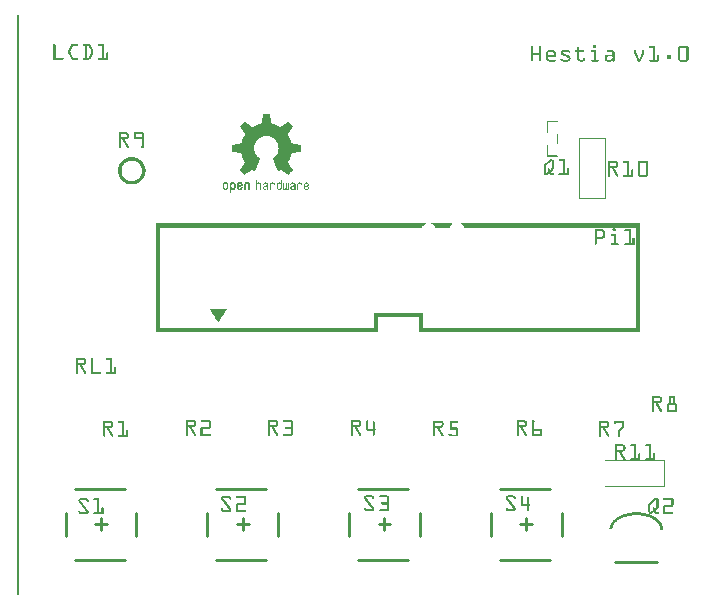
<source format=gto>
G04 MADE WITH FRITZING*
G04 WWW.FRITZING.ORG*
G04 DOUBLE SIDED*
G04 HOLES PLATED*
G04 CONTOUR ON CENTER OF CONTOUR VECTOR*
%ASAXBY*%
%FSLAX23Y23*%
%MOIN*%
%OFA0B0*%
%SFA1.0B1.0*%
%ADD10C,0.010000*%
%ADD11R,0.001000X0.001000*%
%LNSILK1*%
G90*
G70*
G54D10*
X166Y203D02*
X166Y282D01*
D02*
X363Y125D02*
X196Y125D01*
D02*
X363Y361D02*
X196Y361D01*
D02*
X402Y203D02*
X402Y282D01*
D02*
X284Y223D02*
X284Y263D01*
D02*
X265Y243D02*
X304Y243D01*
D02*
X639Y203D02*
X639Y282D01*
D02*
X835Y125D02*
X668Y125D01*
D02*
X835Y361D02*
X668Y361D01*
D02*
X875Y203D02*
X875Y282D01*
D02*
X757Y223D02*
X757Y263D01*
D02*
X737Y243D02*
X776Y243D01*
D02*
X2137Y118D02*
X1997Y118D01*
D02*
X1111Y203D02*
X1111Y282D01*
D02*
X1308Y125D02*
X1141Y125D01*
D02*
X1308Y361D02*
X1141Y361D01*
D02*
X1347Y203D02*
X1347Y282D01*
D02*
X1229Y223D02*
X1229Y263D01*
D02*
X1210Y243D02*
X1249Y243D01*
D02*
X1584Y203D02*
X1584Y282D01*
D02*
X1780Y125D02*
X1613Y125D01*
D02*
X1780Y361D02*
X1613Y361D01*
D02*
X1820Y203D02*
X1820Y282D01*
D02*
X1702Y223D02*
X1702Y263D01*
D02*
X1682Y243D02*
X1721Y243D01*
G54D11*
X4Y1941D02*
X11Y1941D01*
X4Y1940D02*
X11Y1940D01*
X4Y1939D02*
X11Y1939D01*
X4Y1938D02*
X11Y1938D01*
X4Y1937D02*
X11Y1937D01*
X4Y1936D02*
X11Y1936D01*
X4Y1935D02*
X11Y1935D01*
X4Y1934D02*
X11Y1934D01*
X4Y1933D02*
X11Y1933D01*
X4Y1932D02*
X11Y1932D01*
X4Y1931D02*
X11Y1931D01*
X4Y1930D02*
X11Y1930D01*
X4Y1929D02*
X11Y1929D01*
X4Y1928D02*
X11Y1928D01*
X4Y1927D02*
X11Y1927D01*
X4Y1926D02*
X11Y1926D01*
X4Y1925D02*
X11Y1925D01*
X4Y1924D02*
X11Y1924D01*
X4Y1923D02*
X11Y1923D01*
X4Y1922D02*
X11Y1922D01*
X4Y1921D02*
X11Y1921D01*
X4Y1920D02*
X11Y1920D01*
X4Y1919D02*
X11Y1919D01*
X4Y1918D02*
X11Y1918D01*
X4Y1917D02*
X11Y1917D01*
X4Y1916D02*
X11Y1916D01*
X4Y1915D02*
X11Y1915D01*
X4Y1914D02*
X11Y1914D01*
X4Y1913D02*
X11Y1913D01*
X4Y1912D02*
X11Y1912D01*
X4Y1911D02*
X11Y1911D01*
X4Y1910D02*
X11Y1910D01*
X4Y1909D02*
X11Y1909D01*
X4Y1908D02*
X11Y1908D01*
X4Y1907D02*
X11Y1907D01*
X4Y1906D02*
X11Y1906D01*
X4Y1905D02*
X11Y1905D01*
X4Y1904D02*
X11Y1904D01*
X4Y1903D02*
X11Y1903D01*
X4Y1902D02*
X11Y1902D01*
X4Y1901D02*
X11Y1901D01*
X4Y1900D02*
X11Y1900D01*
X4Y1899D02*
X11Y1899D01*
X4Y1898D02*
X11Y1898D01*
X4Y1897D02*
X11Y1897D01*
X4Y1896D02*
X11Y1896D01*
X4Y1895D02*
X11Y1895D01*
X4Y1894D02*
X11Y1894D01*
X4Y1893D02*
X11Y1893D01*
X4Y1892D02*
X11Y1892D01*
X4Y1891D02*
X11Y1891D01*
X4Y1890D02*
X11Y1890D01*
X4Y1889D02*
X11Y1889D01*
X4Y1888D02*
X11Y1888D01*
X4Y1887D02*
X11Y1887D01*
X4Y1886D02*
X11Y1886D01*
X4Y1885D02*
X11Y1885D01*
X4Y1884D02*
X11Y1884D01*
X4Y1883D02*
X11Y1883D01*
X4Y1882D02*
X11Y1882D01*
X4Y1881D02*
X11Y1881D01*
X4Y1880D02*
X11Y1880D01*
X4Y1879D02*
X11Y1879D01*
X4Y1878D02*
X11Y1878D01*
X4Y1877D02*
X11Y1877D01*
X4Y1876D02*
X11Y1876D01*
X4Y1875D02*
X11Y1875D01*
X4Y1874D02*
X11Y1874D01*
X4Y1873D02*
X11Y1873D01*
X4Y1872D02*
X11Y1872D01*
X4Y1871D02*
X11Y1871D01*
X4Y1870D02*
X11Y1870D01*
X4Y1869D02*
X11Y1869D01*
X4Y1868D02*
X11Y1868D01*
X4Y1867D02*
X11Y1867D01*
X4Y1866D02*
X11Y1866D01*
X4Y1865D02*
X11Y1865D01*
X4Y1864D02*
X11Y1864D01*
X4Y1863D02*
X11Y1863D01*
X4Y1862D02*
X11Y1862D01*
X4Y1861D02*
X11Y1861D01*
X4Y1860D02*
X11Y1860D01*
X4Y1859D02*
X11Y1859D01*
X4Y1858D02*
X11Y1858D01*
X4Y1857D02*
X11Y1857D01*
X4Y1856D02*
X11Y1856D01*
X4Y1855D02*
X11Y1855D01*
X4Y1854D02*
X11Y1854D01*
X4Y1853D02*
X11Y1853D01*
X4Y1852D02*
X11Y1852D01*
X4Y1851D02*
X11Y1851D01*
X4Y1850D02*
X11Y1850D01*
X4Y1849D02*
X11Y1849D01*
X4Y1848D02*
X11Y1848D01*
X4Y1847D02*
X11Y1847D01*
X4Y1846D02*
X11Y1846D01*
X4Y1845D02*
X11Y1845D01*
X4Y1844D02*
X11Y1844D01*
X127Y1844D02*
X130Y1844D01*
X190Y1844D02*
X207Y1844D01*
X227Y1844D02*
X243Y1844D01*
X276Y1844D02*
X294Y1844D01*
X4Y1843D02*
X11Y1843D01*
X126Y1843D02*
X131Y1843D01*
X188Y1843D02*
X208Y1843D01*
X226Y1843D02*
X245Y1843D01*
X275Y1843D02*
X294Y1843D01*
X4Y1842D02*
X11Y1842D01*
X126Y1842D02*
X131Y1842D01*
X186Y1842D02*
X208Y1842D01*
X225Y1842D02*
X247Y1842D01*
X275Y1842D02*
X294Y1842D01*
X4Y1841D02*
X11Y1841D01*
X126Y1841D02*
X132Y1841D01*
X185Y1841D02*
X208Y1841D01*
X225Y1841D02*
X248Y1841D01*
X275Y1841D02*
X294Y1841D01*
X4Y1840D02*
X11Y1840D01*
X126Y1840D02*
X132Y1840D01*
X185Y1840D02*
X208Y1840D01*
X225Y1840D02*
X249Y1840D01*
X275Y1840D02*
X294Y1840D01*
X1926Y1840D02*
X1932Y1840D01*
X4Y1839D02*
X11Y1839D01*
X126Y1839D02*
X132Y1839D01*
X184Y1839D02*
X208Y1839D01*
X226Y1839D02*
X249Y1839D01*
X275Y1839D02*
X294Y1839D01*
X1925Y1839D02*
X1933Y1839D01*
X4Y1838D02*
X11Y1838D01*
X126Y1838D02*
X132Y1838D01*
X183Y1838D02*
X207Y1838D01*
X227Y1838D02*
X250Y1838D01*
X276Y1838D02*
X294Y1838D01*
X1924Y1838D02*
X1933Y1838D01*
X4Y1837D02*
X11Y1837D01*
X126Y1837D02*
X132Y1837D01*
X183Y1837D02*
X190Y1837D01*
X232Y1837D02*
X238Y1837D01*
X243Y1837D02*
X250Y1837D01*
X288Y1837D02*
X294Y1837D01*
X1719Y1837D02*
X1722Y1837D01*
X1746Y1837D02*
X1749Y1837D01*
X1924Y1837D02*
X1933Y1837D01*
X2112Y1837D02*
X2130Y1837D01*
X2213Y1837D02*
X2238Y1837D01*
X4Y1836D02*
X11Y1836D01*
X126Y1836D02*
X132Y1836D01*
X183Y1836D02*
X189Y1836D01*
X232Y1836D02*
X238Y1836D01*
X244Y1836D02*
X251Y1836D01*
X288Y1836D02*
X294Y1836D01*
X1718Y1836D02*
X1723Y1836D01*
X1745Y1836D02*
X1750Y1836D01*
X1924Y1836D02*
X1933Y1836D01*
X2111Y1836D02*
X2130Y1836D01*
X2211Y1836D02*
X2240Y1836D01*
X4Y1835D02*
X11Y1835D01*
X126Y1835D02*
X132Y1835D01*
X182Y1835D02*
X189Y1835D01*
X232Y1835D02*
X238Y1835D01*
X244Y1835D02*
X251Y1835D01*
X288Y1835D02*
X294Y1835D01*
X1718Y1835D02*
X1723Y1835D01*
X1745Y1835D02*
X1750Y1835D01*
X1924Y1835D02*
X1933Y1835D01*
X2111Y1835D02*
X2130Y1835D01*
X2210Y1835D02*
X2240Y1835D01*
X4Y1834D02*
X11Y1834D01*
X126Y1834D02*
X132Y1834D01*
X182Y1834D02*
X188Y1834D01*
X232Y1834D02*
X238Y1834D01*
X245Y1834D02*
X252Y1834D01*
X288Y1834D02*
X294Y1834D01*
X1718Y1834D02*
X1723Y1834D01*
X1745Y1834D02*
X1750Y1834D01*
X1873Y1834D02*
X1876Y1834D01*
X1924Y1834D02*
X1933Y1834D01*
X2111Y1834D02*
X2130Y1834D01*
X2210Y1834D02*
X2241Y1834D01*
X4Y1833D02*
X11Y1833D01*
X126Y1833D02*
X132Y1833D01*
X181Y1833D02*
X188Y1833D01*
X232Y1833D02*
X238Y1833D01*
X245Y1833D02*
X252Y1833D01*
X288Y1833D02*
X294Y1833D01*
X1718Y1833D02*
X1723Y1833D01*
X1745Y1833D02*
X1750Y1833D01*
X1872Y1833D02*
X1877Y1833D01*
X1925Y1833D02*
X1933Y1833D01*
X2111Y1833D02*
X2130Y1833D01*
X2209Y1833D02*
X2242Y1833D01*
X4Y1832D02*
X11Y1832D01*
X126Y1832D02*
X132Y1832D01*
X181Y1832D02*
X187Y1832D01*
X232Y1832D02*
X238Y1832D01*
X246Y1832D02*
X253Y1832D01*
X288Y1832D02*
X294Y1832D01*
X1718Y1832D02*
X1723Y1832D01*
X1745Y1832D02*
X1750Y1832D01*
X1872Y1832D02*
X1878Y1832D01*
X1925Y1832D02*
X1933Y1832D01*
X2112Y1832D02*
X2130Y1832D01*
X2209Y1832D02*
X2242Y1832D01*
X4Y1831D02*
X11Y1831D01*
X126Y1831D02*
X132Y1831D01*
X180Y1831D02*
X187Y1831D01*
X232Y1831D02*
X238Y1831D01*
X247Y1831D02*
X253Y1831D01*
X288Y1831D02*
X294Y1831D01*
X1718Y1831D02*
X1723Y1831D01*
X1745Y1831D02*
X1750Y1831D01*
X1872Y1831D02*
X1878Y1831D01*
X1927Y1831D02*
X1931Y1831D01*
X2113Y1831D02*
X2130Y1831D01*
X2209Y1831D02*
X2242Y1831D01*
X4Y1830D02*
X11Y1830D01*
X126Y1830D02*
X132Y1830D01*
X180Y1830D02*
X186Y1830D01*
X232Y1830D02*
X238Y1830D01*
X247Y1830D02*
X254Y1830D01*
X288Y1830D02*
X294Y1830D01*
X1718Y1830D02*
X1723Y1830D01*
X1745Y1830D02*
X1750Y1830D01*
X1872Y1830D02*
X1878Y1830D01*
X2124Y1830D02*
X2130Y1830D01*
X2209Y1830D02*
X2215Y1830D01*
X2236Y1830D02*
X2242Y1830D01*
X4Y1829D02*
X11Y1829D01*
X126Y1829D02*
X132Y1829D01*
X179Y1829D02*
X186Y1829D01*
X232Y1829D02*
X238Y1829D01*
X248Y1829D02*
X254Y1829D01*
X288Y1829D02*
X294Y1829D01*
X1718Y1829D02*
X1723Y1829D01*
X1745Y1829D02*
X1750Y1829D01*
X1872Y1829D02*
X1878Y1829D01*
X2124Y1829D02*
X2130Y1829D01*
X2209Y1829D02*
X2215Y1829D01*
X2236Y1829D02*
X2242Y1829D01*
X4Y1828D02*
X11Y1828D01*
X126Y1828D02*
X132Y1828D01*
X179Y1828D02*
X185Y1828D01*
X232Y1828D02*
X238Y1828D01*
X248Y1828D02*
X255Y1828D01*
X288Y1828D02*
X294Y1828D01*
X1718Y1828D02*
X1723Y1828D01*
X1745Y1828D02*
X1750Y1828D01*
X1872Y1828D02*
X1878Y1828D01*
X2124Y1828D02*
X2130Y1828D01*
X2209Y1828D02*
X2215Y1828D01*
X2236Y1828D02*
X2242Y1828D01*
X4Y1827D02*
X11Y1827D01*
X126Y1827D02*
X132Y1827D01*
X178Y1827D02*
X185Y1827D01*
X232Y1827D02*
X238Y1827D01*
X249Y1827D02*
X255Y1827D01*
X288Y1827D02*
X294Y1827D01*
X1718Y1827D02*
X1723Y1827D01*
X1745Y1827D02*
X1750Y1827D01*
X1872Y1827D02*
X1878Y1827D01*
X2124Y1827D02*
X2130Y1827D01*
X2209Y1827D02*
X2215Y1827D01*
X2236Y1827D02*
X2242Y1827D01*
X4Y1826D02*
X11Y1826D01*
X126Y1826D02*
X132Y1826D01*
X178Y1826D02*
X184Y1826D01*
X232Y1826D02*
X238Y1826D01*
X249Y1826D02*
X256Y1826D01*
X288Y1826D02*
X294Y1826D01*
X1718Y1826D02*
X1723Y1826D01*
X1745Y1826D02*
X1750Y1826D01*
X1872Y1826D02*
X1878Y1826D01*
X2124Y1826D02*
X2130Y1826D01*
X2209Y1826D02*
X2215Y1826D01*
X2236Y1826D02*
X2242Y1826D01*
X4Y1825D02*
X11Y1825D01*
X126Y1825D02*
X132Y1825D01*
X177Y1825D02*
X184Y1825D01*
X232Y1825D02*
X238Y1825D01*
X250Y1825D02*
X256Y1825D01*
X288Y1825D02*
X294Y1825D01*
X1718Y1825D02*
X1723Y1825D01*
X1745Y1825D02*
X1750Y1825D01*
X1872Y1825D02*
X1878Y1825D01*
X2124Y1825D02*
X2130Y1825D01*
X2209Y1825D02*
X2215Y1825D01*
X2236Y1825D02*
X2242Y1825D01*
X4Y1824D02*
X11Y1824D01*
X126Y1824D02*
X132Y1824D01*
X177Y1824D02*
X183Y1824D01*
X232Y1824D02*
X238Y1824D01*
X250Y1824D02*
X257Y1824D01*
X288Y1824D02*
X294Y1824D01*
X1718Y1824D02*
X1723Y1824D01*
X1745Y1824D02*
X1750Y1824D01*
X1872Y1824D02*
X1878Y1824D01*
X2124Y1824D02*
X2130Y1824D01*
X2209Y1824D02*
X2215Y1824D01*
X2236Y1824D02*
X2242Y1824D01*
X4Y1823D02*
X11Y1823D01*
X126Y1823D02*
X132Y1823D01*
X176Y1823D02*
X183Y1823D01*
X232Y1823D02*
X238Y1823D01*
X251Y1823D02*
X257Y1823D01*
X288Y1823D02*
X294Y1823D01*
X1718Y1823D02*
X1723Y1823D01*
X1745Y1823D02*
X1750Y1823D01*
X1777Y1823D02*
X1790Y1823D01*
X1823Y1823D02*
X1842Y1823D01*
X1867Y1823D02*
X1892Y1823D01*
X1919Y1823D02*
X1932Y1823D01*
X1972Y1823D02*
X1988Y1823D01*
X2064Y1823D02*
X2066Y1823D01*
X2090Y1823D02*
X2093Y1823D01*
X2124Y1823D02*
X2130Y1823D01*
X2209Y1823D02*
X2215Y1823D01*
X2236Y1823D02*
X2242Y1823D01*
X4Y1822D02*
X11Y1822D01*
X126Y1822D02*
X132Y1822D01*
X176Y1822D02*
X182Y1822D01*
X232Y1822D02*
X238Y1822D01*
X251Y1822D02*
X258Y1822D01*
X288Y1822D02*
X294Y1822D01*
X1718Y1822D02*
X1723Y1822D01*
X1745Y1822D02*
X1750Y1822D01*
X1774Y1822D02*
X1792Y1822D01*
X1821Y1822D02*
X1844Y1822D01*
X1866Y1822D02*
X1894Y1822D01*
X1918Y1822D02*
X1933Y1822D01*
X1971Y1822D02*
X1991Y1822D01*
X2062Y1822D02*
X2067Y1822D01*
X2089Y1822D02*
X2094Y1822D01*
X2124Y1822D02*
X2130Y1822D01*
X2209Y1822D02*
X2215Y1822D01*
X2236Y1822D02*
X2242Y1822D01*
X4Y1821D02*
X11Y1821D01*
X126Y1821D02*
X132Y1821D01*
X176Y1821D02*
X182Y1821D01*
X232Y1821D02*
X238Y1821D01*
X252Y1821D02*
X258Y1821D01*
X288Y1821D02*
X294Y1821D01*
X1718Y1821D02*
X1723Y1821D01*
X1745Y1821D02*
X1750Y1821D01*
X1773Y1821D02*
X1793Y1821D01*
X1819Y1821D02*
X1845Y1821D01*
X1866Y1821D02*
X1894Y1821D01*
X1918Y1821D02*
X1933Y1821D01*
X1970Y1821D02*
X1992Y1821D01*
X2062Y1821D02*
X2067Y1821D01*
X2089Y1821D02*
X2094Y1821D01*
X2124Y1821D02*
X2130Y1821D01*
X2209Y1821D02*
X2215Y1821D01*
X2236Y1821D02*
X2242Y1821D01*
X4Y1820D02*
X11Y1820D01*
X126Y1820D02*
X132Y1820D01*
X175Y1820D02*
X182Y1820D01*
X232Y1820D02*
X238Y1820D01*
X252Y1820D02*
X258Y1820D01*
X288Y1820D02*
X294Y1820D01*
X1718Y1820D02*
X1723Y1820D01*
X1745Y1820D02*
X1750Y1820D01*
X1772Y1820D02*
X1795Y1820D01*
X1818Y1820D02*
X1847Y1820D01*
X1866Y1820D02*
X1894Y1820D01*
X1917Y1820D02*
X1933Y1820D01*
X1970Y1820D02*
X1993Y1820D01*
X2062Y1820D02*
X2067Y1820D01*
X2089Y1820D02*
X2094Y1820D01*
X2124Y1820D02*
X2130Y1820D01*
X2209Y1820D02*
X2215Y1820D01*
X2236Y1820D02*
X2242Y1820D01*
X4Y1819D02*
X11Y1819D01*
X126Y1819D02*
X132Y1819D01*
X175Y1819D02*
X181Y1819D01*
X232Y1819D02*
X238Y1819D01*
X252Y1819D02*
X258Y1819D01*
X288Y1819D02*
X294Y1819D01*
X1718Y1819D02*
X1723Y1819D01*
X1745Y1819D02*
X1750Y1819D01*
X1770Y1819D02*
X1796Y1819D01*
X1818Y1819D02*
X1847Y1819D01*
X1866Y1819D02*
X1894Y1819D01*
X1918Y1819D02*
X1933Y1819D01*
X1970Y1819D02*
X1994Y1819D01*
X2062Y1819D02*
X2067Y1819D01*
X2089Y1819D02*
X2094Y1819D01*
X2124Y1819D02*
X2130Y1819D01*
X2209Y1819D02*
X2215Y1819D01*
X2236Y1819D02*
X2242Y1819D01*
X4Y1818D02*
X11Y1818D01*
X126Y1818D02*
X132Y1818D01*
X175Y1818D02*
X181Y1818D01*
X232Y1818D02*
X238Y1818D01*
X252Y1818D02*
X258Y1818D01*
X288Y1818D02*
X294Y1818D01*
X1718Y1818D02*
X1723Y1818D01*
X1745Y1818D02*
X1750Y1818D01*
X1769Y1818D02*
X1797Y1818D01*
X1817Y1818D02*
X1848Y1818D01*
X1866Y1818D02*
X1894Y1818D01*
X1918Y1818D02*
X1933Y1818D01*
X1971Y1818D02*
X1995Y1818D01*
X2062Y1818D02*
X2067Y1818D01*
X2089Y1818D02*
X2094Y1818D01*
X2124Y1818D02*
X2130Y1818D01*
X2209Y1818D02*
X2215Y1818D01*
X2236Y1818D02*
X2242Y1818D01*
X4Y1817D02*
X11Y1817D01*
X126Y1817D02*
X132Y1817D01*
X175Y1817D02*
X181Y1817D01*
X232Y1817D02*
X238Y1817D01*
X252Y1817D02*
X258Y1817D01*
X288Y1817D02*
X294Y1817D01*
X1718Y1817D02*
X1723Y1817D01*
X1745Y1817D02*
X1750Y1817D01*
X1769Y1817D02*
X1798Y1817D01*
X1817Y1817D02*
X1848Y1817D01*
X1867Y1817D02*
X1893Y1817D01*
X1919Y1817D02*
X1933Y1817D01*
X1972Y1817D02*
X1995Y1817D01*
X2062Y1817D02*
X2067Y1817D01*
X2089Y1817D02*
X2094Y1817D01*
X2124Y1817D02*
X2130Y1817D01*
X2209Y1817D02*
X2215Y1817D01*
X2236Y1817D02*
X2242Y1817D01*
X4Y1816D02*
X11Y1816D01*
X126Y1816D02*
X132Y1816D01*
X175Y1816D02*
X181Y1816D01*
X232Y1816D02*
X238Y1816D01*
X252Y1816D02*
X258Y1816D01*
X288Y1816D02*
X294Y1816D01*
X1718Y1816D02*
X1723Y1816D01*
X1745Y1816D02*
X1750Y1816D01*
X1768Y1816D02*
X1777Y1816D01*
X1790Y1816D02*
X1798Y1816D01*
X1817Y1816D02*
X1823Y1816D01*
X1841Y1816D02*
X1848Y1816D01*
X1872Y1816D02*
X1878Y1816D01*
X1928Y1816D02*
X1933Y1816D01*
X1988Y1816D02*
X1995Y1816D01*
X2062Y1816D02*
X2067Y1816D01*
X2089Y1816D02*
X2094Y1816D01*
X2124Y1816D02*
X2130Y1816D01*
X2209Y1816D02*
X2215Y1816D01*
X2236Y1816D02*
X2242Y1816D01*
X4Y1815D02*
X11Y1815D01*
X126Y1815D02*
X132Y1815D01*
X176Y1815D02*
X182Y1815D01*
X232Y1815D02*
X238Y1815D01*
X252Y1815D02*
X258Y1815D01*
X288Y1815D02*
X294Y1815D01*
X304Y1815D02*
X306Y1815D01*
X1718Y1815D02*
X1724Y1815D01*
X1744Y1815D02*
X1750Y1815D01*
X1768Y1815D02*
X1775Y1815D01*
X1791Y1815D02*
X1799Y1815D01*
X1817Y1815D02*
X1823Y1815D01*
X1843Y1815D02*
X1847Y1815D01*
X1872Y1815D02*
X1878Y1815D01*
X1928Y1815D02*
X1933Y1815D01*
X1989Y1815D02*
X1996Y1815D01*
X2062Y1815D02*
X2068Y1815D01*
X2089Y1815D02*
X2094Y1815D01*
X2124Y1815D02*
X2130Y1815D01*
X2209Y1815D02*
X2215Y1815D01*
X2236Y1815D02*
X2242Y1815D01*
X4Y1814D02*
X11Y1814D01*
X126Y1814D02*
X132Y1814D01*
X176Y1814D02*
X182Y1814D01*
X232Y1814D02*
X238Y1814D01*
X251Y1814D02*
X258Y1814D01*
X288Y1814D02*
X294Y1814D01*
X303Y1814D02*
X307Y1814D01*
X1718Y1814D02*
X1750Y1814D01*
X1767Y1814D02*
X1774Y1814D01*
X1792Y1814D02*
X1799Y1814D01*
X1817Y1814D02*
X1823Y1814D01*
X1844Y1814D02*
X1846Y1814D01*
X1872Y1814D02*
X1878Y1814D01*
X1928Y1814D02*
X1933Y1814D01*
X1989Y1814D02*
X1996Y1814D01*
X2062Y1814D02*
X2068Y1814D01*
X2088Y1814D02*
X2094Y1814D01*
X2124Y1814D02*
X2130Y1814D01*
X2209Y1814D02*
X2215Y1814D01*
X2236Y1814D02*
X2242Y1814D01*
X4Y1813D02*
X11Y1813D01*
X126Y1813D02*
X132Y1813D01*
X176Y1813D02*
X182Y1813D01*
X232Y1813D02*
X238Y1813D01*
X251Y1813D02*
X257Y1813D01*
X288Y1813D02*
X294Y1813D01*
X302Y1813D02*
X308Y1813D01*
X1718Y1813D02*
X1750Y1813D01*
X1767Y1813D02*
X1773Y1813D01*
X1793Y1813D02*
X1799Y1813D01*
X1817Y1813D02*
X1823Y1813D01*
X1872Y1813D02*
X1878Y1813D01*
X1928Y1813D02*
X1933Y1813D01*
X1989Y1813D02*
X1996Y1813D01*
X2062Y1813D02*
X2068Y1813D01*
X2088Y1813D02*
X2094Y1813D01*
X2124Y1813D02*
X2130Y1813D01*
X2209Y1813D02*
X2215Y1813D01*
X2236Y1813D02*
X2242Y1813D01*
X4Y1812D02*
X11Y1812D01*
X126Y1812D02*
X132Y1812D01*
X176Y1812D02*
X183Y1812D01*
X232Y1812D02*
X238Y1812D01*
X250Y1812D02*
X257Y1812D01*
X288Y1812D02*
X294Y1812D01*
X302Y1812D02*
X308Y1812D01*
X1718Y1812D02*
X1750Y1812D01*
X1767Y1812D02*
X1773Y1812D01*
X1794Y1812D02*
X1800Y1812D01*
X1817Y1812D02*
X1826Y1812D01*
X1872Y1812D02*
X1878Y1812D01*
X1928Y1812D02*
X1933Y1812D01*
X1989Y1812D02*
X1996Y1812D01*
X2062Y1812D02*
X2069Y1812D01*
X2087Y1812D02*
X2094Y1812D01*
X2124Y1812D02*
X2130Y1812D01*
X2209Y1812D02*
X2215Y1812D01*
X2236Y1812D02*
X2242Y1812D01*
X4Y1811D02*
X11Y1811D01*
X126Y1811D02*
X132Y1811D01*
X177Y1811D02*
X183Y1811D01*
X232Y1811D02*
X238Y1811D01*
X250Y1811D02*
X257Y1811D01*
X288Y1811D02*
X294Y1811D01*
X302Y1811D02*
X308Y1811D01*
X1718Y1811D02*
X1750Y1811D01*
X1767Y1811D02*
X1773Y1811D01*
X1794Y1811D02*
X1800Y1811D01*
X1818Y1811D02*
X1828Y1811D01*
X1872Y1811D02*
X1878Y1811D01*
X1928Y1811D02*
X1933Y1811D01*
X1989Y1811D02*
X1996Y1811D01*
X2063Y1811D02*
X2069Y1811D01*
X2087Y1811D02*
X2093Y1811D01*
X2124Y1811D02*
X2130Y1811D01*
X2209Y1811D02*
X2215Y1811D01*
X2236Y1811D02*
X2242Y1811D01*
X4Y1810D02*
X11Y1810D01*
X126Y1810D02*
X132Y1810D01*
X177Y1810D02*
X184Y1810D01*
X232Y1810D02*
X238Y1810D01*
X249Y1810D02*
X256Y1810D01*
X288Y1810D02*
X294Y1810D01*
X302Y1810D02*
X308Y1810D01*
X1718Y1810D02*
X1750Y1810D01*
X1767Y1810D02*
X1773Y1810D01*
X1794Y1810D02*
X1800Y1810D01*
X1818Y1810D02*
X1830Y1810D01*
X1872Y1810D02*
X1878Y1810D01*
X1928Y1810D02*
X1933Y1810D01*
X1989Y1810D02*
X1996Y1810D01*
X2063Y1810D02*
X2070Y1810D01*
X2086Y1810D02*
X2093Y1810D01*
X2124Y1810D02*
X2130Y1810D01*
X2209Y1810D02*
X2215Y1810D01*
X2236Y1810D02*
X2242Y1810D01*
X4Y1809D02*
X11Y1809D01*
X126Y1809D02*
X132Y1809D01*
X178Y1809D02*
X184Y1809D01*
X232Y1809D02*
X238Y1809D01*
X249Y1809D02*
X256Y1809D01*
X288Y1809D02*
X294Y1809D01*
X302Y1809D02*
X308Y1809D01*
X1718Y1809D02*
X1750Y1809D01*
X1767Y1809D02*
X1773Y1809D01*
X1794Y1809D02*
X1800Y1809D01*
X1819Y1809D02*
X1833Y1809D01*
X1872Y1809D02*
X1878Y1809D01*
X1928Y1809D02*
X1933Y1809D01*
X1989Y1809D02*
X1996Y1809D01*
X2064Y1809D02*
X2070Y1809D01*
X2086Y1809D02*
X2093Y1809D01*
X2124Y1809D02*
X2130Y1809D01*
X2209Y1809D02*
X2215Y1809D01*
X2236Y1809D02*
X2242Y1809D01*
X4Y1808D02*
X11Y1808D01*
X126Y1808D02*
X132Y1808D01*
X178Y1808D02*
X185Y1808D01*
X232Y1808D02*
X238Y1808D01*
X248Y1808D02*
X255Y1808D01*
X288Y1808D02*
X294Y1808D01*
X302Y1808D02*
X308Y1808D01*
X1718Y1808D02*
X1750Y1808D01*
X1767Y1808D02*
X1773Y1808D01*
X1794Y1808D02*
X1800Y1808D01*
X1820Y1808D02*
X1835Y1808D01*
X1872Y1808D02*
X1878Y1808D01*
X1928Y1808D02*
X1933Y1808D01*
X1969Y1808D02*
X1996Y1808D01*
X2064Y1808D02*
X2070Y1808D01*
X2086Y1808D02*
X2092Y1808D01*
X2124Y1808D02*
X2130Y1808D01*
X2139Y1808D02*
X2143Y1808D01*
X2209Y1808D02*
X2215Y1808D01*
X2236Y1808D02*
X2242Y1808D01*
X4Y1807D02*
X11Y1807D01*
X126Y1807D02*
X132Y1807D01*
X179Y1807D02*
X185Y1807D01*
X232Y1807D02*
X238Y1807D01*
X248Y1807D02*
X255Y1807D01*
X288Y1807D02*
X294Y1807D01*
X302Y1807D02*
X308Y1807D01*
X1718Y1807D02*
X1723Y1807D01*
X1745Y1807D02*
X1750Y1807D01*
X1767Y1807D02*
X1773Y1807D01*
X1794Y1807D02*
X1800Y1807D01*
X1821Y1807D02*
X1837Y1807D01*
X1872Y1807D02*
X1878Y1807D01*
X1928Y1807D02*
X1933Y1807D01*
X1967Y1807D02*
X1996Y1807D01*
X2064Y1807D02*
X2071Y1807D01*
X2085Y1807D02*
X2092Y1807D01*
X2124Y1807D02*
X2130Y1807D01*
X2138Y1807D02*
X2143Y1807D01*
X2209Y1807D02*
X2215Y1807D01*
X2236Y1807D02*
X2242Y1807D01*
X4Y1806D02*
X11Y1806D01*
X126Y1806D02*
X132Y1806D01*
X179Y1806D02*
X186Y1806D01*
X232Y1806D02*
X238Y1806D01*
X247Y1806D02*
X254Y1806D01*
X288Y1806D02*
X294Y1806D01*
X302Y1806D02*
X308Y1806D01*
X1718Y1806D02*
X1723Y1806D01*
X1745Y1806D02*
X1750Y1806D01*
X1767Y1806D02*
X1800Y1806D01*
X1823Y1806D02*
X1839Y1806D01*
X1872Y1806D02*
X1878Y1806D01*
X1928Y1806D02*
X1933Y1806D01*
X1966Y1806D02*
X1996Y1806D01*
X2065Y1806D02*
X2071Y1806D01*
X2085Y1806D02*
X2091Y1806D01*
X2124Y1806D02*
X2130Y1806D01*
X2138Y1806D02*
X2144Y1806D01*
X2173Y1806D02*
X2179Y1806D01*
X2209Y1806D02*
X2215Y1806D01*
X2236Y1806D02*
X2242Y1806D01*
X4Y1805D02*
X11Y1805D01*
X126Y1805D02*
X132Y1805D01*
X180Y1805D02*
X186Y1805D01*
X232Y1805D02*
X238Y1805D01*
X247Y1805D02*
X254Y1805D01*
X288Y1805D02*
X294Y1805D01*
X302Y1805D02*
X308Y1805D01*
X1718Y1805D02*
X1723Y1805D01*
X1745Y1805D02*
X1750Y1805D01*
X1767Y1805D02*
X1800Y1805D01*
X1826Y1805D02*
X1842Y1805D01*
X1872Y1805D02*
X1878Y1805D01*
X1928Y1805D02*
X1933Y1805D01*
X1965Y1805D02*
X1996Y1805D01*
X2065Y1805D02*
X2072Y1805D01*
X2084Y1805D02*
X2091Y1805D01*
X2124Y1805D02*
X2130Y1805D01*
X2138Y1805D02*
X2144Y1805D01*
X2171Y1805D02*
X2182Y1805D01*
X2209Y1805D02*
X2215Y1805D01*
X2236Y1805D02*
X2242Y1805D01*
X4Y1804D02*
X11Y1804D01*
X126Y1804D02*
X132Y1804D01*
X180Y1804D02*
X187Y1804D01*
X232Y1804D02*
X238Y1804D01*
X246Y1804D02*
X253Y1804D01*
X288Y1804D02*
X294Y1804D01*
X302Y1804D02*
X308Y1804D01*
X1718Y1804D02*
X1723Y1804D01*
X1745Y1804D02*
X1750Y1804D01*
X1767Y1804D02*
X1800Y1804D01*
X1828Y1804D02*
X1844Y1804D01*
X1872Y1804D02*
X1878Y1804D01*
X1928Y1804D02*
X1933Y1804D01*
X1965Y1804D02*
X1996Y1804D01*
X2066Y1804D02*
X2072Y1804D01*
X2084Y1804D02*
X2090Y1804D01*
X2124Y1804D02*
X2130Y1804D01*
X2138Y1804D02*
X2144Y1804D01*
X2170Y1804D02*
X2182Y1804D01*
X2209Y1804D02*
X2215Y1804D01*
X2236Y1804D02*
X2242Y1804D01*
X4Y1803D02*
X11Y1803D01*
X126Y1803D02*
X132Y1803D01*
X181Y1803D02*
X188Y1803D01*
X232Y1803D02*
X238Y1803D01*
X246Y1803D02*
X253Y1803D01*
X288Y1803D02*
X294Y1803D01*
X302Y1803D02*
X308Y1803D01*
X1718Y1803D02*
X1723Y1803D01*
X1745Y1803D02*
X1750Y1803D01*
X1767Y1803D02*
X1800Y1803D01*
X1830Y1803D02*
X1845Y1803D01*
X1872Y1803D02*
X1878Y1803D01*
X1928Y1803D02*
X1933Y1803D01*
X1964Y1803D02*
X1996Y1803D01*
X2066Y1803D02*
X2073Y1803D01*
X2083Y1803D02*
X2090Y1803D01*
X2124Y1803D02*
X2130Y1803D01*
X2138Y1803D02*
X2144Y1803D01*
X2170Y1803D02*
X2183Y1803D01*
X2209Y1803D02*
X2215Y1803D01*
X2236Y1803D02*
X2242Y1803D01*
X4Y1802D02*
X11Y1802D01*
X126Y1802D02*
X132Y1802D01*
X181Y1802D02*
X188Y1802D01*
X232Y1802D02*
X238Y1802D01*
X245Y1802D02*
X252Y1802D01*
X288Y1802D02*
X294Y1802D01*
X302Y1802D02*
X308Y1802D01*
X1718Y1802D02*
X1723Y1802D01*
X1745Y1802D02*
X1750Y1802D01*
X1767Y1802D02*
X1799Y1802D01*
X1833Y1802D02*
X1846Y1802D01*
X1872Y1802D02*
X1878Y1802D01*
X1928Y1802D02*
X1933Y1802D01*
X1964Y1802D02*
X1972Y1802D01*
X1987Y1802D02*
X1996Y1802D01*
X2067Y1802D02*
X2073Y1802D01*
X2083Y1802D02*
X2089Y1802D01*
X2124Y1802D02*
X2130Y1802D01*
X2138Y1802D02*
X2144Y1802D01*
X2170Y1802D02*
X2183Y1802D01*
X2209Y1802D02*
X2215Y1802D01*
X2236Y1802D02*
X2242Y1802D01*
X4Y1801D02*
X11Y1801D01*
X126Y1801D02*
X132Y1801D01*
X182Y1801D02*
X189Y1801D01*
X232Y1801D02*
X238Y1801D01*
X245Y1801D02*
X252Y1801D01*
X288Y1801D02*
X294Y1801D01*
X302Y1801D02*
X308Y1801D01*
X1718Y1801D02*
X1723Y1801D01*
X1745Y1801D02*
X1750Y1801D01*
X1767Y1801D02*
X1799Y1801D01*
X1835Y1801D02*
X1847Y1801D01*
X1872Y1801D02*
X1878Y1801D01*
X1928Y1801D02*
X1933Y1801D01*
X1964Y1801D02*
X1970Y1801D01*
X1989Y1801D02*
X1996Y1801D01*
X2067Y1801D02*
X2073Y1801D01*
X2083Y1801D02*
X2089Y1801D01*
X2124Y1801D02*
X2130Y1801D01*
X2138Y1801D02*
X2144Y1801D01*
X2170Y1801D02*
X2183Y1801D01*
X2209Y1801D02*
X2215Y1801D01*
X2236Y1801D02*
X2242Y1801D01*
X4Y1800D02*
X11Y1800D01*
X126Y1800D02*
X132Y1800D01*
X182Y1800D02*
X189Y1800D01*
X232Y1800D02*
X238Y1800D01*
X244Y1800D02*
X251Y1800D01*
X288Y1800D02*
X294Y1800D01*
X302Y1800D02*
X308Y1800D01*
X1718Y1800D02*
X1723Y1800D01*
X1745Y1800D02*
X1750Y1800D01*
X1767Y1800D02*
X1798Y1800D01*
X1837Y1800D02*
X1847Y1800D01*
X1872Y1800D02*
X1878Y1800D01*
X1928Y1800D02*
X1933Y1800D01*
X1963Y1800D02*
X1969Y1800D01*
X1990Y1800D02*
X1996Y1800D01*
X2067Y1800D02*
X2074Y1800D01*
X2082Y1800D02*
X2089Y1800D01*
X2124Y1800D02*
X2130Y1800D01*
X2138Y1800D02*
X2144Y1800D01*
X2170Y1800D02*
X2183Y1800D01*
X2209Y1800D02*
X2215Y1800D01*
X2236Y1800D02*
X2242Y1800D01*
X4Y1799D02*
X11Y1799D01*
X126Y1799D02*
X132Y1799D01*
X183Y1799D02*
X190Y1799D01*
X232Y1799D02*
X238Y1799D01*
X244Y1799D02*
X251Y1799D01*
X288Y1799D02*
X294Y1799D01*
X302Y1799D02*
X308Y1799D01*
X1718Y1799D02*
X1723Y1799D01*
X1745Y1799D02*
X1750Y1799D01*
X1767Y1799D02*
X1773Y1799D01*
X1839Y1799D02*
X1848Y1799D01*
X1872Y1799D02*
X1878Y1799D01*
X1928Y1799D02*
X1933Y1799D01*
X1963Y1799D02*
X1969Y1799D01*
X1990Y1799D02*
X1996Y1799D01*
X2068Y1799D02*
X2074Y1799D01*
X2082Y1799D02*
X2088Y1799D01*
X2124Y1799D02*
X2130Y1799D01*
X2138Y1799D02*
X2144Y1799D01*
X2170Y1799D02*
X2183Y1799D01*
X2209Y1799D02*
X2215Y1799D01*
X2236Y1799D02*
X2242Y1799D01*
X4Y1798D02*
X11Y1798D01*
X126Y1798D02*
X132Y1798D01*
X183Y1798D02*
X191Y1798D01*
X232Y1798D02*
X238Y1798D01*
X242Y1798D02*
X250Y1798D01*
X288Y1798D02*
X294Y1798D01*
X302Y1798D02*
X308Y1798D01*
X1718Y1798D02*
X1723Y1798D01*
X1745Y1798D02*
X1750Y1798D01*
X1767Y1798D02*
X1773Y1798D01*
X1841Y1798D02*
X1848Y1798D01*
X1872Y1798D02*
X1878Y1798D01*
X1928Y1798D02*
X1933Y1798D01*
X1963Y1798D02*
X1969Y1798D01*
X1990Y1798D02*
X1996Y1798D01*
X2068Y1798D02*
X2075Y1798D01*
X2081Y1798D02*
X2088Y1798D01*
X2124Y1798D02*
X2130Y1798D01*
X2138Y1798D02*
X2144Y1798D01*
X2170Y1798D02*
X2183Y1798D01*
X2209Y1798D02*
X2215Y1798D01*
X2236Y1798D02*
X2242Y1798D01*
X4Y1797D02*
X11Y1797D01*
X126Y1797D02*
X157Y1797D01*
X184Y1797D02*
X207Y1797D01*
X226Y1797D02*
X250Y1797D01*
X276Y1797D02*
X308Y1797D01*
X1718Y1797D02*
X1723Y1797D01*
X1745Y1797D02*
X1750Y1797D01*
X1767Y1797D02*
X1773Y1797D01*
X1842Y1797D02*
X1848Y1797D01*
X1872Y1797D02*
X1878Y1797D01*
X1894Y1797D02*
X1896Y1797D01*
X1928Y1797D02*
X1933Y1797D01*
X1963Y1797D02*
X1969Y1797D01*
X1990Y1797D02*
X1996Y1797D01*
X2069Y1797D02*
X2075Y1797D01*
X2081Y1797D02*
X2087Y1797D01*
X2124Y1797D02*
X2130Y1797D01*
X2138Y1797D02*
X2144Y1797D01*
X2170Y1797D02*
X2183Y1797D01*
X2209Y1797D02*
X2215Y1797D01*
X2236Y1797D02*
X2242Y1797D01*
X4Y1796D02*
X11Y1796D01*
X126Y1796D02*
X158Y1796D01*
X184Y1796D02*
X208Y1796D01*
X225Y1796D02*
X249Y1796D01*
X275Y1796D02*
X308Y1796D01*
X1718Y1796D02*
X1723Y1796D01*
X1745Y1796D02*
X1750Y1796D01*
X1767Y1796D02*
X1773Y1796D01*
X1843Y1796D02*
X1849Y1796D01*
X1872Y1796D02*
X1878Y1796D01*
X1893Y1796D02*
X1897Y1796D01*
X1928Y1796D02*
X1933Y1796D01*
X1963Y1796D02*
X1969Y1796D01*
X1990Y1796D02*
X1996Y1796D01*
X2069Y1796D02*
X2076Y1796D01*
X2080Y1796D02*
X2087Y1796D01*
X2124Y1796D02*
X2130Y1796D01*
X2138Y1796D02*
X2144Y1796D01*
X2170Y1796D02*
X2183Y1796D01*
X2209Y1796D02*
X2215Y1796D01*
X2236Y1796D02*
X2242Y1796D01*
X4Y1795D02*
X11Y1795D01*
X126Y1795D02*
X159Y1795D01*
X185Y1795D02*
X208Y1795D01*
X225Y1795D02*
X249Y1795D01*
X275Y1795D02*
X308Y1795D01*
X1718Y1795D02*
X1723Y1795D01*
X1745Y1795D02*
X1750Y1795D01*
X1767Y1795D02*
X1773Y1795D01*
X1843Y1795D02*
X1849Y1795D01*
X1872Y1795D02*
X1878Y1795D01*
X1892Y1795D02*
X1898Y1795D01*
X1928Y1795D02*
X1933Y1795D01*
X1963Y1795D02*
X1969Y1795D01*
X1988Y1795D02*
X1996Y1795D01*
X2070Y1795D02*
X2076Y1795D01*
X2080Y1795D02*
X2086Y1795D01*
X2124Y1795D02*
X2130Y1795D01*
X2138Y1795D02*
X2144Y1795D01*
X2171Y1795D02*
X2182Y1795D01*
X2209Y1795D02*
X2215Y1795D01*
X2236Y1795D02*
X2242Y1795D01*
X4Y1794D02*
X11Y1794D01*
X126Y1794D02*
X159Y1794D01*
X186Y1794D02*
X208Y1794D01*
X225Y1794D02*
X248Y1794D01*
X275Y1794D02*
X308Y1794D01*
X1718Y1794D02*
X1723Y1794D01*
X1745Y1794D02*
X1750Y1794D01*
X1767Y1794D02*
X1774Y1794D01*
X1817Y1794D02*
X1820Y1794D01*
X1842Y1794D02*
X1849Y1794D01*
X1872Y1794D02*
X1878Y1794D01*
X1892Y1794D02*
X1898Y1794D01*
X1928Y1794D02*
X1933Y1794D01*
X1963Y1794D02*
X1969Y1794D01*
X1987Y1794D02*
X1996Y1794D01*
X2070Y1794D02*
X2077Y1794D01*
X2079Y1794D02*
X2086Y1794D01*
X2124Y1794D02*
X2130Y1794D01*
X2138Y1794D02*
X2144Y1794D01*
X2172Y1794D02*
X2181Y1794D01*
X2209Y1794D02*
X2215Y1794D01*
X2236Y1794D02*
X2242Y1794D01*
X4Y1793D02*
X11Y1793D01*
X126Y1793D02*
X159Y1793D01*
X187Y1793D02*
X208Y1793D01*
X225Y1793D02*
X247Y1793D01*
X275Y1793D02*
X308Y1793D01*
X1718Y1793D02*
X1723Y1793D01*
X1745Y1793D02*
X1750Y1793D01*
X1767Y1793D02*
X1775Y1793D01*
X1816Y1793D02*
X1821Y1793D01*
X1842Y1793D02*
X1848Y1793D01*
X1872Y1793D02*
X1878Y1793D01*
X1891Y1793D02*
X1898Y1793D01*
X1928Y1793D02*
X1933Y1793D01*
X1963Y1793D02*
X1970Y1793D01*
X1985Y1793D02*
X1996Y1793D01*
X2071Y1793D02*
X2077Y1793D01*
X2079Y1793D02*
X2086Y1793D01*
X2124Y1793D02*
X2130Y1793D01*
X2138Y1793D02*
X2144Y1793D01*
X2209Y1793D02*
X2215Y1793D01*
X2236Y1793D02*
X2242Y1793D01*
X4Y1792D02*
X11Y1792D01*
X126Y1792D02*
X158Y1792D01*
X188Y1792D02*
X208Y1792D01*
X226Y1792D02*
X245Y1792D01*
X276Y1792D02*
X307Y1792D01*
X1718Y1792D02*
X1723Y1792D01*
X1745Y1792D02*
X1750Y1792D01*
X1768Y1792D02*
X1777Y1792D01*
X1816Y1792D02*
X1823Y1792D01*
X1841Y1792D02*
X1848Y1792D01*
X1872Y1792D02*
X1879Y1792D01*
X1890Y1792D02*
X1898Y1792D01*
X1928Y1792D02*
X1934Y1792D01*
X1964Y1792D02*
X1971Y1792D01*
X1983Y1792D02*
X1996Y1792D01*
X2071Y1792D02*
X2085Y1792D01*
X2124Y1792D02*
X2130Y1792D01*
X2138Y1792D02*
X2144Y1792D01*
X2209Y1792D02*
X2215Y1792D01*
X2236Y1792D02*
X2242Y1792D01*
X4Y1791D02*
X11Y1791D01*
X126Y1791D02*
X156Y1791D01*
X191Y1791D02*
X206Y1791D01*
X227Y1791D02*
X242Y1791D01*
X277Y1791D02*
X305Y1791D01*
X1718Y1791D02*
X1723Y1791D01*
X1745Y1791D02*
X1750Y1791D01*
X1769Y1791D02*
X1798Y1791D01*
X1816Y1791D02*
X1848Y1791D01*
X1873Y1791D02*
X1897Y1791D01*
X1919Y1791D02*
X1942Y1791D01*
X1964Y1791D02*
X1996Y1791D01*
X2071Y1791D02*
X2085Y1791D01*
X2112Y1791D02*
X2144Y1791D01*
X2209Y1791D02*
X2242Y1791D01*
X4Y1790D02*
X11Y1790D01*
X1718Y1790D02*
X1723Y1790D01*
X1745Y1790D02*
X1750Y1790D01*
X1769Y1790D02*
X1799Y1790D01*
X1816Y1790D02*
X1847Y1790D01*
X1873Y1790D02*
X1897Y1790D01*
X1918Y1790D02*
X1943Y1790D01*
X1965Y1790D02*
X1996Y1790D01*
X2072Y1790D02*
X2084Y1790D01*
X2111Y1790D02*
X2144Y1790D01*
X2209Y1790D02*
X2242Y1790D01*
X4Y1789D02*
X11Y1789D01*
X1718Y1789D02*
X1723Y1789D01*
X1745Y1789D02*
X1750Y1789D01*
X1771Y1789D02*
X1799Y1789D01*
X1817Y1789D02*
X1847Y1789D01*
X1874Y1789D02*
X1896Y1789D01*
X1918Y1789D02*
X1944Y1789D01*
X1965Y1789D02*
X1996Y1789D01*
X2072Y1789D02*
X2084Y1789D01*
X2111Y1789D02*
X2144Y1789D01*
X2210Y1789D02*
X2241Y1789D01*
X4Y1788D02*
X11Y1788D01*
X1718Y1788D02*
X1723Y1788D01*
X1745Y1788D02*
X1750Y1788D01*
X1772Y1788D02*
X1800Y1788D01*
X1818Y1788D02*
X1846Y1788D01*
X1875Y1788D02*
X1895Y1788D01*
X1917Y1788D02*
X1944Y1788D01*
X1966Y1788D02*
X1996Y1788D01*
X2073Y1788D02*
X2083Y1788D01*
X2111Y1788D02*
X2144Y1788D01*
X2210Y1788D02*
X2241Y1788D01*
X4Y1787D02*
X11Y1787D01*
X1718Y1787D02*
X1723Y1787D01*
X1745Y1787D02*
X1750Y1787D01*
X1773Y1787D02*
X1799Y1787D01*
X1819Y1787D02*
X1845Y1787D01*
X1876Y1787D02*
X1894Y1787D01*
X1918Y1787D02*
X1943Y1787D01*
X1967Y1787D02*
X1987Y1787D01*
X1990Y1787D02*
X1995Y1787D01*
X2073Y1787D02*
X2083Y1787D01*
X2111Y1787D02*
X2143Y1787D01*
X2211Y1787D02*
X2240Y1787D01*
X4Y1786D02*
X11Y1786D01*
X1718Y1786D02*
X1723Y1786D01*
X1745Y1786D02*
X1750Y1786D01*
X1774Y1786D02*
X1799Y1786D01*
X1821Y1786D02*
X1843Y1786D01*
X1877Y1786D02*
X1892Y1786D01*
X1918Y1786D02*
X1943Y1786D01*
X1969Y1786D02*
X1986Y1786D01*
X1991Y1786D02*
X1995Y1786D01*
X2074Y1786D02*
X2082Y1786D01*
X2112Y1786D02*
X2143Y1786D01*
X2212Y1786D02*
X2239Y1786D01*
X4Y1785D02*
X11Y1785D01*
X1720Y1785D02*
X1721Y1785D01*
X1747Y1785D02*
X1748Y1785D01*
X1777Y1785D02*
X1797Y1785D01*
X1824Y1785D02*
X1841Y1785D01*
X1880Y1785D02*
X1890Y1785D01*
X1920Y1785D02*
X1941Y1785D01*
X1971Y1785D02*
X1984Y1785D01*
X1992Y1785D02*
X1994Y1785D01*
X2075Y1785D02*
X2081Y1785D01*
X2113Y1785D02*
X2141Y1785D01*
X2214Y1785D02*
X2237Y1785D01*
X4Y1784D02*
X11Y1784D01*
X4Y1783D02*
X11Y1783D01*
X4Y1782D02*
X11Y1782D01*
X4Y1781D02*
X11Y1781D01*
X4Y1780D02*
X11Y1780D01*
X4Y1779D02*
X11Y1779D01*
X4Y1778D02*
X11Y1778D01*
X4Y1777D02*
X11Y1777D01*
X4Y1776D02*
X11Y1776D01*
X4Y1775D02*
X11Y1775D01*
X4Y1774D02*
X11Y1774D01*
X4Y1773D02*
X11Y1773D01*
X4Y1772D02*
X11Y1772D01*
X4Y1771D02*
X11Y1771D01*
X4Y1770D02*
X11Y1770D01*
X4Y1769D02*
X11Y1769D01*
X4Y1768D02*
X11Y1768D01*
X4Y1767D02*
X11Y1767D01*
X4Y1766D02*
X11Y1766D01*
X4Y1765D02*
X11Y1765D01*
X4Y1764D02*
X11Y1764D01*
X4Y1763D02*
X11Y1763D01*
X4Y1762D02*
X11Y1762D01*
X4Y1761D02*
X11Y1761D01*
X4Y1760D02*
X11Y1760D01*
X4Y1759D02*
X11Y1759D01*
X4Y1758D02*
X11Y1758D01*
X4Y1757D02*
X11Y1757D01*
X4Y1756D02*
X11Y1756D01*
X4Y1755D02*
X11Y1755D01*
X4Y1754D02*
X11Y1754D01*
X4Y1753D02*
X11Y1753D01*
X4Y1752D02*
X11Y1752D01*
X4Y1751D02*
X11Y1751D01*
X4Y1750D02*
X11Y1750D01*
X4Y1749D02*
X11Y1749D01*
X4Y1748D02*
X11Y1748D01*
X4Y1747D02*
X11Y1747D01*
X4Y1746D02*
X11Y1746D01*
X4Y1745D02*
X11Y1745D01*
X4Y1744D02*
X11Y1744D01*
X4Y1743D02*
X11Y1743D01*
X4Y1742D02*
X11Y1742D01*
X4Y1741D02*
X11Y1741D01*
X4Y1740D02*
X11Y1740D01*
X4Y1739D02*
X11Y1739D01*
X4Y1738D02*
X11Y1738D01*
X4Y1737D02*
X11Y1737D01*
X4Y1736D02*
X11Y1736D01*
X4Y1735D02*
X11Y1735D01*
X4Y1734D02*
X11Y1734D01*
X4Y1733D02*
X11Y1733D01*
X4Y1732D02*
X11Y1732D01*
X4Y1731D02*
X11Y1731D01*
X4Y1730D02*
X11Y1730D01*
X4Y1729D02*
X11Y1729D01*
X4Y1728D02*
X11Y1728D01*
X4Y1727D02*
X11Y1727D01*
X4Y1726D02*
X11Y1726D01*
X4Y1725D02*
X11Y1725D01*
X4Y1724D02*
X11Y1724D01*
X4Y1723D02*
X11Y1723D01*
X4Y1722D02*
X11Y1722D01*
X4Y1721D02*
X11Y1721D01*
X4Y1720D02*
X11Y1720D01*
X4Y1719D02*
X11Y1719D01*
X4Y1718D02*
X11Y1718D01*
X4Y1717D02*
X11Y1717D01*
X4Y1716D02*
X11Y1716D01*
X4Y1715D02*
X11Y1715D01*
X4Y1714D02*
X11Y1714D01*
X4Y1713D02*
X11Y1713D01*
X4Y1712D02*
X11Y1712D01*
X4Y1711D02*
X11Y1711D01*
X4Y1710D02*
X11Y1710D01*
X4Y1709D02*
X11Y1709D01*
X4Y1708D02*
X11Y1708D01*
X4Y1707D02*
X11Y1707D01*
X4Y1706D02*
X11Y1706D01*
X4Y1705D02*
X11Y1705D01*
X4Y1704D02*
X11Y1704D01*
X4Y1703D02*
X11Y1703D01*
X4Y1702D02*
X11Y1702D01*
X4Y1701D02*
X11Y1701D01*
X4Y1700D02*
X11Y1700D01*
X4Y1699D02*
X11Y1699D01*
X4Y1698D02*
X11Y1698D01*
X4Y1697D02*
X11Y1697D01*
X4Y1696D02*
X11Y1696D01*
X4Y1695D02*
X11Y1695D01*
X4Y1694D02*
X11Y1694D01*
X4Y1693D02*
X11Y1693D01*
X4Y1692D02*
X11Y1692D01*
X4Y1691D02*
X11Y1691D01*
X4Y1690D02*
X11Y1690D01*
X4Y1689D02*
X11Y1689D01*
X4Y1688D02*
X11Y1688D01*
X4Y1687D02*
X11Y1687D01*
X4Y1686D02*
X11Y1686D01*
X4Y1685D02*
X11Y1685D01*
X4Y1684D02*
X11Y1684D01*
X4Y1683D02*
X11Y1683D01*
X4Y1682D02*
X11Y1682D01*
X4Y1681D02*
X11Y1681D01*
X4Y1680D02*
X11Y1680D01*
X4Y1679D02*
X11Y1679D01*
X4Y1678D02*
X11Y1678D01*
X4Y1677D02*
X11Y1677D01*
X4Y1676D02*
X11Y1676D01*
X4Y1675D02*
X11Y1675D01*
X4Y1674D02*
X11Y1674D01*
X4Y1673D02*
X11Y1673D01*
X4Y1672D02*
X11Y1672D01*
X4Y1671D02*
X11Y1671D01*
X4Y1670D02*
X11Y1670D01*
X4Y1669D02*
X11Y1669D01*
X4Y1668D02*
X11Y1668D01*
X4Y1667D02*
X11Y1667D01*
X4Y1666D02*
X11Y1666D01*
X4Y1665D02*
X11Y1665D01*
X4Y1664D02*
X11Y1664D01*
X4Y1663D02*
X11Y1663D01*
X4Y1662D02*
X11Y1662D01*
X4Y1661D02*
X11Y1661D01*
X4Y1660D02*
X11Y1660D01*
X4Y1659D02*
X11Y1659D01*
X4Y1658D02*
X11Y1658D01*
X4Y1657D02*
X11Y1657D01*
X4Y1656D02*
X11Y1656D01*
X4Y1655D02*
X11Y1655D01*
X4Y1654D02*
X11Y1654D01*
X4Y1653D02*
X11Y1653D01*
X4Y1652D02*
X11Y1652D01*
X4Y1651D02*
X11Y1651D01*
X4Y1650D02*
X11Y1650D01*
X4Y1649D02*
X11Y1649D01*
X4Y1648D02*
X11Y1648D01*
X4Y1647D02*
X11Y1647D01*
X4Y1646D02*
X11Y1646D01*
X4Y1645D02*
X11Y1645D01*
X4Y1644D02*
X11Y1644D01*
X4Y1643D02*
X11Y1643D01*
X4Y1642D02*
X11Y1642D01*
X4Y1641D02*
X11Y1641D01*
X4Y1640D02*
X11Y1640D01*
X4Y1639D02*
X11Y1639D01*
X4Y1638D02*
X11Y1638D01*
X4Y1637D02*
X11Y1637D01*
X4Y1636D02*
X11Y1636D01*
X4Y1635D02*
X11Y1635D01*
X4Y1634D02*
X11Y1634D01*
X4Y1633D02*
X11Y1633D01*
X4Y1632D02*
X11Y1632D01*
X4Y1631D02*
X11Y1631D01*
X4Y1630D02*
X11Y1630D01*
X4Y1629D02*
X11Y1629D01*
X4Y1628D02*
X11Y1628D01*
X4Y1627D02*
X11Y1627D01*
X4Y1626D02*
X11Y1626D01*
X4Y1625D02*
X11Y1625D01*
X4Y1624D02*
X11Y1624D01*
X4Y1623D02*
X11Y1623D01*
X4Y1622D02*
X11Y1622D01*
X4Y1621D02*
X11Y1621D01*
X4Y1620D02*
X11Y1620D01*
X4Y1619D02*
X11Y1619D01*
X4Y1618D02*
X11Y1618D01*
X4Y1617D02*
X11Y1617D01*
X4Y1616D02*
X11Y1616D01*
X4Y1615D02*
X11Y1615D01*
X4Y1614D02*
X11Y1614D01*
X4Y1613D02*
X11Y1613D01*
X4Y1612D02*
X11Y1612D01*
X4Y1611D02*
X11Y1611D01*
X4Y1610D02*
X11Y1610D01*
X825Y1610D02*
X846Y1610D01*
X4Y1609D02*
X11Y1609D01*
X825Y1609D02*
X846Y1609D01*
X4Y1608D02*
X11Y1608D01*
X824Y1608D02*
X846Y1608D01*
X4Y1607D02*
X11Y1607D01*
X824Y1607D02*
X847Y1607D01*
X4Y1606D02*
X11Y1606D01*
X824Y1606D02*
X847Y1606D01*
X4Y1605D02*
X11Y1605D01*
X824Y1605D02*
X847Y1605D01*
X4Y1604D02*
X11Y1604D01*
X824Y1604D02*
X847Y1604D01*
X4Y1603D02*
X11Y1603D01*
X823Y1603D02*
X847Y1603D01*
X4Y1602D02*
X11Y1602D01*
X823Y1602D02*
X848Y1602D01*
X4Y1601D02*
X11Y1601D01*
X823Y1601D02*
X848Y1601D01*
X4Y1600D02*
X11Y1600D01*
X823Y1600D02*
X848Y1600D01*
X4Y1599D02*
X11Y1599D01*
X823Y1599D02*
X848Y1599D01*
X4Y1598D02*
X11Y1598D01*
X823Y1598D02*
X848Y1598D01*
X4Y1597D02*
X11Y1597D01*
X822Y1597D02*
X848Y1597D01*
X4Y1596D02*
X11Y1596D01*
X822Y1596D02*
X849Y1596D01*
X4Y1595D02*
X11Y1595D01*
X822Y1595D02*
X849Y1595D01*
X4Y1594D02*
X11Y1594D01*
X822Y1594D02*
X849Y1594D01*
X4Y1593D02*
X11Y1593D01*
X822Y1593D02*
X849Y1593D01*
X4Y1592D02*
X11Y1592D01*
X821Y1592D02*
X849Y1592D01*
X4Y1591D02*
X11Y1591D01*
X821Y1591D02*
X850Y1591D01*
X4Y1590D02*
X11Y1590D01*
X821Y1590D02*
X850Y1590D01*
X4Y1589D02*
X11Y1589D01*
X821Y1589D02*
X850Y1589D01*
X4Y1588D02*
X11Y1588D01*
X821Y1588D02*
X850Y1588D01*
X4Y1587D02*
X11Y1587D01*
X821Y1587D02*
X850Y1587D01*
X4Y1586D02*
X11Y1586D01*
X820Y1586D02*
X850Y1586D01*
X1770Y1586D02*
X1808Y1586D01*
X4Y1585D02*
X11Y1585D01*
X820Y1585D02*
X851Y1585D01*
X1770Y1585D02*
X1806Y1585D01*
X4Y1584D02*
X11Y1584D01*
X762Y1584D02*
X763Y1584D01*
X820Y1584D02*
X851Y1584D01*
X908Y1584D02*
X909Y1584D01*
X1770Y1584D02*
X1805Y1584D01*
X4Y1583D02*
X11Y1583D01*
X761Y1583D02*
X764Y1583D01*
X820Y1583D02*
X851Y1583D01*
X906Y1583D02*
X910Y1583D01*
X1770Y1583D02*
X1805Y1583D01*
X4Y1582D02*
X11Y1582D01*
X760Y1582D02*
X766Y1582D01*
X820Y1582D02*
X851Y1582D01*
X905Y1582D02*
X911Y1582D01*
X1770Y1582D02*
X1773Y1582D01*
X1805Y1582D02*
X1805Y1582D01*
X4Y1581D02*
X11Y1581D01*
X759Y1581D02*
X767Y1581D01*
X819Y1581D02*
X851Y1581D01*
X903Y1581D02*
X912Y1581D01*
X1770Y1581D02*
X1773Y1581D01*
X1805Y1581D02*
X1805Y1581D01*
X4Y1580D02*
X11Y1580D01*
X758Y1580D02*
X769Y1580D01*
X819Y1580D02*
X852Y1580D01*
X902Y1580D02*
X913Y1580D01*
X1770Y1580D02*
X1773Y1580D01*
X1805Y1580D02*
X1805Y1580D01*
X4Y1579D02*
X11Y1579D01*
X757Y1579D02*
X770Y1579D01*
X819Y1579D02*
X852Y1579D01*
X901Y1579D02*
X914Y1579D01*
X1770Y1579D02*
X1773Y1579D01*
X1805Y1579D02*
X1805Y1579D01*
X4Y1578D02*
X11Y1578D01*
X756Y1578D02*
X772Y1578D01*
X818Y1578D02*
X853Y1578D01*
X899Y1578D02*
X915Y1578D01*
X1770Y1578D02*
X1773Y1578D01*
X1805Y1578D02*
X1805Y1578D01*
X4Y1577D02*
X11Y1577D01*
X755Y1577D02*
X773Y1577D01*
X814Y1577D02*
X857Y1577D01*
X898Y1577D02*
X916Y1577D01*
X1770Y1577D02*
X1773Y1577D01*
X1805Y1577D02*
X1805Y1577D01*
X4Y1576D02*
X11Y1576D01*
X754Y1576D02*
X775Y1576D01*
X810Y1576D02*
X860Y1576D01*
X896Y1576D02*
X917Y1576D01*
X1770Y1576D02*
X1773Y1576D01*
X1805Y1576D02*
X1805Y1576D01*
X4Y1575D02*
X11Y1575D01*
X753Y1575D02*
X776Y1575D01*
X807Y1575D02*
X863Y1575D01*
X895Y1575D02*
X918Y1575D01*
X1770Y1575D02*
X1773Y1575D01*
X1805Y1575D02*
X1805Y1575D01*
X4Y1574D02*
X11Y1574D01*
X752Y1574D02*
X778Y1574D01*
X805Y1574D02*
X866Y1574D01*
X893Y1574D02*
X919Y1574D01*
X1770Y1574D02*
X1773Y1574D01*
X1805Y1574D02*
X1805Y1574D01*
X4Y1573D02*
X11Y1573D01*
X751Y1573D02*
X779Y1573D01*
X802Y1573D02*
X869Y1573D01*
X892Y1573D02*
X920Y1573D01*
X1770Y1573D02*
X1773Y1573D01*
X1805Y1573D02*
X1805Y1573D01*
X4Y1572D02*
X11Y1572D01*
X750Y1572D02*
X781Y1572D01*
X800Y1572D02*
X871Y1572D01*
X890Y1572D02*
X921Y1572D01*
X1770Y1572D02*
X1773Y1572D01*
X1805Y1572D02*
X1805Y1572D01*
X4Y1571D02*
X11Y1571D01*
X749Y1571D02*
X782Y1571D01*
X798Y1571D02*
X873Y1571D01*
X889Y1571D02*
X922Y1571D01*
X1770Y1571D02*
X1773Y1571D01*
X1805Y1571D02*
X1805Y1571D01*
X4Y1570D02*
X11Y1570D01*
X748Y1570D02*
X783Y1570D01*
X796Y1570D02*
X875Y1570D01*
X887Y1570D02*
X923Y1570D01*
X1770Y1570D02*
X1773Y1570D01*
X1805Y1570D02*
X1805Y1570D01*
X4Y1569D02*
X11Y1569D01*
X747Y1569D02*
X785Y1569D01*
X794Y1569D02*
X877Y1569D01*
X886Y1569D02*
X923Y1569D01*
X1770Y1569D02*
X1773Y1569D01*
X1805Y1569D02*
X1805Y1569D01*
X4Y1568D02*
X11Y1568D01*
X748Y1568D02*
X786Y1568D01*
X793Y1568D02*
X878Y1568D01*
X884Y1568D02*
X923Y1568D01*
X1770Y1568D02*
X1773Y1568D01*
X1805Y1568D02*
X1805Y1568D01*
X4Y1567D02*
X11Y1567D01*
X749Y1567D02*
X788Y1567D01*
X791Y1567D02*
X880Y1567D01*
X883Y1567D02*
X922Y1567D01*
X1770Y1567D02*
X1773Y1567D01*
X1805Y1567D02*
X1805Y1567D01*
X4Y1566D02*
X11Y1566D01*
X749Y1566D02*
X921Y1566D01*
X1770Y1566D02*
X1773Y1566D01*
X1805Y1566D02*
X1805Y1566D01*
X4Y1565D02*
X11Y1565D01*
X750Y1565D02*
X921Y1565D01*
X1770Y1565D02*
X1773Y1565D01*
X1805Y1565D02*
X1805Y1565D01*
X4Y1564D02*
X11Y1564D01*
X751Y1564D02*
X920Y1564D01*
X1770Y1564D02*
X1773Y1564D01*
X1805Y1564D02*
X1805Y1564D01*
X4Y1563D02*
X11Y1563D01*
X751Y1563D02*
X919Y1563D01*
X1770Y1563D02*
X1773Y1563D01*
X1805Y1563D02*
X1805Y1563D01*
X4Y1562D02*
X11Y1562D01*
X752Y1562D02*
X919Y1562D01*
X1770Y1562D02*
X1773Y1562D01*
X1805Y1562D02*
X1805Y1562D01*
X4Y1561D02*
X11Y1561D01*
X753Y1561D02*
X918Y1561D01*
X1770Y1561D02*
X1773Y1561D01*
X1805Y1561D02*
X1805Y1561D01*
X4Y1560D02*
X11Y1560D01*
X754Y1560D02*
X917Y1560D01*
X1770Y1560D02*
X1773Y1560D01*
X1805Y1560D02*
X1805Y1560D01*
X4Y1559D02*
X11Y1559D01*
X754Y1559D02*
X917Y1559D01*
X1770Y1559D02*
X1773Y1559D01*
X1805Y1559D02*
X1805Y1559D01*
X4Y1558D02*
X11Y1558D01*
X755Y1558D02*
X916Y1558D01*
X1770Y1558D02*
X1773Y1558D01*
X1805Y1558D02*
X1805Y1558D01*
X4Y1557D02*
X11Y1557D01*
X756Y1557D02*
X915Y1557D01*
X1770Y1557D02*
X1773Y1557D01*
X1805Y1557D02*
X1805Y1557D01*
X4Y1556D02*
X11Y1556D01*
X756Y1556D02*
X915Y1556D01*
X1770Y1556D02*
X1773Y1556D01*
X1805Y1556D02*
X1805Y1556D01*
X4Y1555D02*
X11Y1555D01*
X757Y1555D02*
X914Y1555D01*
X1770Y1555D02*
X1773Y1555D01*
X1805Y1555D02*
X1805Y1555D01*
X4Y1554D02*
X11Y1554D01*
X758Y1554D02*
X913Y1554D01*
X1770Y1554D02*
X1773Y1554D01*
X1805Y1554D02*
X1805Y1554D01*
X4Y1553D02*
X11Y1553D01*
X758Y1553D02*
X912Y1553D01*
X1770Y1553D02*
X1773Y1553D01*
X1805Y1553D02*
X1805Y1553D01*
X4Y1552D02*
X11Y1552D01*
X759Y1552D02*
X912Y1552D01*
X1770Y1552D02*
X1773Y1552D01*
X1805Y1552D02*
X1805Y1552D01*
X4Y1551D02*
X11Y1551D01*
X760Y1551D02*
X911Y1551D01*
X1770Y1551D02*
X1773Y1551D01*
X1805Y1551D02*
X1805Y1551D01*
X4Y1550D02*
X11Y1550D01*
X760Y1550D02*
X910Y1550D01*
X1770Y1550D02*
X1773Y1550D01*
X1805Y1550D02*
X1805Y1550D01*
X4Y1549D02*
X11Y1549D01*
X343Y1549D02*
X370Y1549D01*
X394Y1549D02*
X425Y1549D01*
X761Y1549D02*
X910Y1549D01*
X1770Y1549D02*
X1773Y1549D01*
X1805Y1549D02*
X1805Y1549D01*
X4Y1548D02*
X11Y1548D01*
X343Y1548D02*
X372Y1548D01*
X394Y1548D02*
X426Y1548D01*
X762Y1548D02*
X909Y1548D01*
X1770Y1548D02*
X1773Y1548D01*
X1805Y1548D02*
X1805Y1548D01*
X4Y1547D02*
X11Y1547D01*
X343Y1547D02*
X373Y1547D01*
X393Y1547D02*
X426Y1547D01*
X762Y1547D02*
X908Y1547D01*
X1773Y1547D02*
X1773Y1547D01*
X1805Y1547D02*
X1805Y1547D01*
X4Y1546D02*
X11Y1546D01*
X343Y1546D02*
X374Y1546D01*
X393Y1546D02*
X426Y1546D01*
X763Y1546D02*
X908Y1546D01*
X1773Y1546D02*
X1773Y1546D01*
X1805Y1546D02*
X1805Y1546D01*
X4Y1545D02*
X11Y1545D01*
X343Y1545D02*
X375Y1545D01*
X393Y1545D02*
X426Y1545D01*
X764Y1545D02*
X907Y1545D01*
X1773Y1545D02*
X1773Y1545D01*
X1805Y1545D02*
X1805Y1545D01*
X4Y1544D02*
X11Y1544D01*
X343Y1544D02*
X375Y1544D01*
X393Y1544D02*
X426Y1544D01*
X765Y1544D02*
X906Y1544D01*
X1773Y1544D02*
X1773Y1544D01*
X1805Y1544D02*
X1806Y1544D01*
X4Y1543D02*
X11Y1543D01*
X343Y1543D02*
X376Y1543D01*
X393Y1543D02*
X426Y1543D01*
X765Y1543D02*
X906Y1543D01*
X1773Y1543D02*
X1773Y1543D01*
X1805Y1543D02*
X1808Y1543D01*
X4Y1542D02*
X11Y1542D01*
X343Y1542D02*
X349Y1542D01*
X369Y1542D02*
X376Y1542D01*
X393Y1542D02*
X399Y1542D01*
X420Y1542D02*
X426Y1542D01*
X765Y1542D02*
X906Y1542D01*
X1773Y1542D02*
X1773Y1542D01*
X1805Y1542D02*
X1808Y1542D01*
X4Y1541D02*
X11Y1541D01*
X343Y1541D02*
X349Y1541D01*
X370Y1541D02*
X376Y1541D01*
X393Y1541D02*
X399Y1541D01*
X420Y1541D02*
X426Y1541D01*
X764Y1541D02*
X906Y1541D01*
X1773Y1541D02*
X1773Y1541D01*
X1805Y1541D02*
X1808Y1541D01*
X4Y1540D02*
X11Y1540D01*
X343Y1540D02*
X349Y1540D01*
X371Y1540D02*
X377Y1540D01*
X393Y1540D02*
X399Y1540D01*
X420Y1540D02*
X426Y1540D01*
X764Y1540D02*
X907Y1540D01*
X1773Y1540D02*
X1773Y1540D01*
X1805Y1540D02*
X1808Y1540D01*
X4Y1539D02*
X11Y1539D01*
X343Y1539D02*
X349Y1539D01*
X371Y1539D02*
X377Y1539D01*
X393Y1539D02*
X399Y1539D01*
X420Y1539D02*
X426Y1539D01*
X763Y1539D02*
X908Y1539D01*
X1773Y1539D02*
X1773Y1539D01*
X1805Y1539D02*
X1808Y1539D01*
X4Y1538D02*
X11Y1538D01*
X343Y1538D02*
X349Y1538D01*
X371Y1538D02*
X377Y1538D01*
X393Y1538D02*
X399Y1538D01*
X420Y1538D02*
X426Y1538D01*
X763Y1538D02*
X908Y1538D01*
X1773Y1538D02*
X1773Y1538D01*
X1805Y1538D02*
X1808Y1538D01*
X4Y1537D02*
X11Y1537D01*
X343Y1537D02*
X349Y1537D01*
X371Y1537D02*
X377Y1537D01*
X393Y1537D02*
X399Y1537D01*
X420Y1537D02*
X426Y1537D01*
X762Y1537D02*
X909Y1537D01*
X1773Y1537D02*
X1773Y1537D01*
X1805Y1537D02*
X1808Y1537D01*
X4Y1536D02*
X11Y1536D01*
X343Y1536D02*
X349Y1536D01*
X371Y1536D02*
X377Y1536D01*
X393Y1536D02*
X399Y1536D01*
X420Y1536D02*
X426Y1536D01*
X761Y1536D02*
X827Y1536D01*
X843Y1536D02*
X909Y1536D01*
X1773Y1536D02*
X1773Y1536D01*
X1805Y1536D02*
X1808Y1536D01*
X4Y1535D02*
X11Y1535D01*
X343Y1535D02*
X349Y1535D01*
X371Y1535D02*
X377Y1535D01*
X393Y1535D02*
X399Y1535D01*
X420Y1535D02*
X426Y1535D01*
X761Y1535D02*
X823Y1535D01*
X848Y1535D02*
X910Y1535D01*
X1773Y1535D02*
X1773Y1535D01*
X1805Y1535D02*
X1808Y1535D01*
X4Y1534D02*
X11Y1534D01*
X343Y1534D02*
X349Y1534D01*
X370Y1534D02*
X376Y1534D01*
X393Y1534D02*
X399Y1534D01*
X420Y1534D02*
X426Y1534D01*
X760Y1534D02*
X820Y1534D01*
X850Y1534D02*
X910Y1534D01*
X1773Y1534D02*
X1773Y1534D01*
X1805Y1534D02*
X1808Y1534D01*
X4Y1533D02*
X11Y1533D01*
X343Y1533D02*
X349Y1533D01*
X369Y1533D02*
X376Y1533D01*
X393Y1533D02*
X399Y1533D01*
X420Y1533D02*
X426Y1533D01*
X760Y1533D02*
X818Y1533D01*
X853Y1533D02*
X911Y1533D01*
X1773Y1533D02*
X1773Y1533D01*
X1805Y1533D02*
X1808Y1533D01*
X4Y1532D02*
X11Y1532D01*
X343Y1532D02*
X376Y1532D01*
X393Y1532D02*
X426Y1532D01*
X759Y1532D02*
X816Y1532D01*
X855Y1532D02*
X911Y1532D01*
X1773Y1532D02*
X1773Y1532D01*
X1805Y1532D02*
X1808Y1532D01*
X4Y1531D02*
X11Y1531D01*
X343Y1531D02*
X375Y1531D01*
X393Y1531D02*
X426Y1531D01*
X759Y1531D02*
X814Y1531D01*
X857Y1531D02*
X912Y1531D01*
X1773Y1531D02*
X1773Y1531D01*
X1805Y1531D02*
X1808Y1531D01*
X4Y1530D02*
X11Y1530D01*
X343Y1530D02*
X375Y1530D01*
X393Y1530D02*
X426Y1530D01*
X758Y1530D02*
X813Y1530D01*
X858Y1530D02*
X912Y1530D01*
X1773Y1530D02*
X1773Y1530D01*
X1805Y1530D02*
X1808Y1530D01*
X4Y1529D02*
X11Y1529D01*
X343Y1529D02*
X374Y1529D01*
X393Y1529D02*
X426Y1529D01*
X758Y1529D02*
X811Y1529D01*
X860Y1529D02*
X913Y1529D01*
X1773Y1529D02*
X1773Y1529D01*
X1805Y1529D02*
X1808Y1529D01*
X1879Y1529D02*
X1967Y1529D01*
X4Y1528D02*
X11Y1528D01*
X343Y1528D02*
X373Y1528D01*
X393Y1528D02*
X426Y1528D01*
X758Y1528D02*
X810Y1528D01*
X861Y1528D02*
X913Y1528D01*
X1773Y1528D02*
X1773Y1528D01*
X1805Y1528D02*
X1808Y1528D01*
X1878Y1528D02*
X1968Y1528D01*
X4Y1527D02*
X11Y1527D01*
X343Y1527D02*
X372Y1527D01*
X394Y1527D02*
X426Y1527D01*
X757Y1527D02*
X809Y1527D01*
X862Y1527D02*
X914Y1527D01*
X1773Y1527D02*
X1773Y1527D01*
X1805Y1527D02*
X1808Y1527D01*
X1878Y1527D02*
X1968Y1527D01*
X4Y1526D02*
X11Y1526D01*
X343Y1526D02*
X370Y1526D01*
X394Y1526D02*
X426Y1526D01*
X757Y1526D02*
X807Y1526D01*
X863Y1526D02*
X914Y1526D01*
X1773Y1526D02*
X1773Y1526D01*
X1805Y1526D02*
X1808Y1526D01*
X1878Y1526D02*
X1880Y1526D01*
X1966Y1526D02*
X1968Y1526D01*
X4Y1525D02*
X11Y1525D01*
X343Y1525D02*
X349Y1525D01*
X355Y1525D02*
X363Y1525D01*
X420Y1525D02*
X426Y1525D01*
X756Y1525D02*
X806Y1525D01*
X864Y1525D02*
X914Y1525D01*
X1773Y1525D02*
X1773Y1525D01*
X1805Y1525D02*
X1808Y1525D01*
X1878Y1525D02*
X1880Y1525D01*
X1966Y1525D02*
X1968Y1525D01*
X4Y1524D02*
X11Y1524D01*
X343Y1524D02*
X349Y1524D01*
X356Y1524D02*
X363Y1524D01*
X420Y1524D02*
X426Y1524D01*
X756Y1524D02*
X805Y1524D01*
X865Y1524D02*
X915Y1524D01*
X1773Y1524D02*
X1773Y1524D01*
X1805Y1524D02*
X1808Y1524D01*
X1878Y1524D02*
X1880Y1524D01*
X1966Y1524D02*
X1968Y1524D01*
X4Y1523D02*
X11Y1523D01*
X343Y1523D02*
X349Y1523D01*
X356Y1523D02*
X364Y1523D01*
X420Y1523D02*
X426Y1523D01*
X756Y1523D02*
X804Y1523D01*
X866Y1523D02*
X915Y1523D01*
X1773Y1523D02*
X1773Y1523D01*
X1805Y1523D02*
X1808Y1523D01*
X1878Y1523D02*
X1880Y1523D01*
X1966Y1523D02*
X1968Y1523D01*
X4Y1522D02*
X11Y1522D01*
X343Y1522D02*
X349Y1522D01*
X357Y1522D02*
X364Y1522D01*
X420Y1522D02*
X426Y1522D01*
X755Y1522D02*
X804Y1522D01*
X867Y1522D02*
X916Y1522D01*
X1773Y1522D02*
X1773Y1522D01*
X1805Y1522D02*
X1808Y1522D01*
X1878Y1522D02*
X1880Y1522D01*
X1966Y1522D02*
X1968Y1522D01*
X4Y1521D02*
X11Y1521D01*
X343Y1521D02*
X349Y1521D01*
X358Y1521D02*
X365Y1521D01*
X420Y1521D02*
X426Y1521D01*
X755Y1521D02*
X803Y1521D01*
X868Y1521D02*
X916Y1521D01*
X1773Y1521D02*
X1773Y1521D01*
X1805Y1521D02*
X1808Y1521D01*
X1878Y1521D02*
X1880Y1521D01*
X1966Y1521D02*
X1968Y1521D01*
X4Y1520D02*
X11Y1520D01*
X343Y1520D02*
X349Y1520D01*
X358Y1520D02*
X365Y1520D01*
X420Y1520D02*
X426Y1520D01*
X755Y1520D02*
X802Y1520D01*
X869Y1520D02*
X916Y1520D01*
X1773Y1520D02*
X1773Y1520D01*
X1805Y1520D02*
X1808Y1520D01*
X1878Y1520D02*
X1880Y1520D01*
X1966Y1520D02*
X1968Y1520D01*
X4Y1519D02*
X11Y1519D01*
X343Y1519D02*
X349Y1519D01*
X359Y1519D02*
X366Y1519D01*
X420Y1519D02*
X426Y1519D01*
X754Y1519D02*
X801Y1519D01*
X869Y1519D02*
X917Y1519D01*
X1773Y1519D02*
X1773Y1519D01*
X1805Y1519D02*
X1808Y1519D01*
X1878Y1519D02*
X1880Y1519D01*
X1966Y1519D02*
X1968Y1519D01*
X4Y1518D02*
X11Y1518D01*
X343Y1518D02*
X349Y1518D01*
X359Y1518D02*
X366Y1518D01*
X420Y1518D02*
X426Y1518D01*
X754Y1518D02*
X801Y1518D01*
X870Y1518D02*
X917Y1518D01*
X1773Y1518D02*
X1773Y1518D01*
X1805Y1518D02*
X1808Y1518D01*
X1878Y1518D02*
X1880Y1518D01*
X1966Y1518D02*
X1968Y1518D01*
X4Y1517D02*
X11Y1517D01*
X343Y1517D02*
X349Y1517D01*
X360Y1517D02*
X367Y1517D01*
X420Y1517D02*
X426Y1517D01*
X754Y1517D02*
X800Y1517D01*
X871Y1517D02*
X917Y1517D01*
X1773Y1517D02*
X1773Y1517D01*
X1805Y1517D02*
X1808Y1517D01*
X1878Y1517D02*
X1880Y1517D01*
X1966Y1517D02*
X1968Y1517D01*
X4Y1516D02*
X11Y1516D01*
X343Y1516D02*
X349Y1516D01*
X360Y1516D02*
X368Y1516D01*
X420Y1516D02*
X426Y1516D01*
X753Y1516D02*
X799Y1516D01*
X871Y1516D02*
X917Y1516D01*
X1773Y1516D02*
X1773Y1516D01*
X1805Y1516D02*
X1808Y1516D01*
X1878Y1516D02*
X1880Y1516D01*
X1966Y1516D02*
X1968Y1516D01*
X4Y1515D02*
X11Y1515D01*
X343Y1515D02*
X349Y1515D01*
X361Y1515D02*
X368Y1515D01*
X420Y1515D02*
X426Y1515D01*
X753Y1515D02*
X799Y1515D01*
X872Y1515D02*
X918Y1515D01*
X1773Y1515D02*
X1773Y1515D01*
X1805Y1515D02*
X1808Y1515D01*
X1878Y1515D02*
X1880Y1515D01*
X1966Y1515D02*
X1968Y1515D01*
X4Y1514D02*
X11Y1514D01*
X343Y1514D02*
X349Y1514D01*
X362Y1514D02*
X369Y1514D01*
X420Y1514D02*
X426Y1514D01*
X753Y1514D02*
X798Y1514D01*
X872Y1514D02*
X918Y1514D01*
X1773Y1514D02*
X1773Y1514D01*
X1805Y1514D02*
X1808Y1514D01*
X1878Y1514D02*
X1880Y1514D01*
X1966Y1514D02*
X1968Y1514D01*
X4Y1513D02*
X11Y1513D01*
X343Y1513D02*
X349Y1513D01*
X362Y1513D02*
X369Y1513D01*
X420Y1513D02*
X426Y1513D01*
X752Y1513D02*
X798Y1513D01*
X873Y1513D02*
X918Y1513D01*
X1773Y1513D02*
X1773Y1513D01*
X1805Y1513D02*
X1808Y1513D01*
X1878Y1513D02*
X1880Y1513D01*
X1966Y1513D02*
X1968Y1513D01*
X4Y1512D02*
X11Y1512D01*
X343Y1512D02*
X349Y1512D01*
X363Y1512D02*
X370Y1512D01*
X420Y1512D02*
X426Y1512D01*
X747Y1512D02*
X797Y1512D01*
X873Y1512D02*
X923Y1512D01*
X1773Y1512D02*
X1773Y1512D01*
X1805Y1512D02*
X1808Y1512D01*
X1878Y1512D02*
X1880Y1512D01*
X1966Y1512D02*
X1968Y1512D01*
X4Y1511D02*
X11Y1511D01*
X343Y1511D02*
X349Y1511D01*
X363Y1511D02*
X371Y1511D01*
X420Y1511D02*
X426Y1511D01*
X742Y1511D02*
X797Y1511D01*
X874Y1511D02*
X929Y1511D01*
X1773Y1511D02*
X1773Y1511D01*
X1805Y1511D02*
X1808Y1511D01*
X1878Y1511D02*
X1880Y1511D01*
X1966Y1511D02*
X1968Y1511D01*
X4Y1510D02*
X11Y1510D01*
X343Y1510D02*
X349Y1510D01*
X364Y1510D02*
X371Y1510D01*
X420Y1510D02*
X426Y1510D01*
X737Y1510D02*
X797Y1510D01*
X874Y1510D02*
X934Y1510D01*
X1773Y1510D02*
X1773Y1510D01*
X1805Y1510D02*
X1805Y1510D01*
X1878Y1510D02*
X1880Y1510D01*
X1966Y1510D02*
X1968Y1510D01*
X4Y1509D02*
X11Y1509D01*
X343Y1509D02*
X349Y1509D01*
X365Y1509D02*
X372Y1509D01*
X420Y1509D02*
X426Y1509D01*
X731Y1509D02*
X796Y1509D01*
X874Y1509D02*
X940Y1509D01*
X1773Y1509D02*
X1773Y1509D01*
X1805Y1509D02*
X1805Y1509D01*
X1878Y1509D02*
X1880Y1509D01*
X1966Y1509D02*
X1968Y1509D01*
X4Y1508D02*
X11Y1508D01*
X343Y1508D02*
X349Y1508D01*
X365Y1508D02*
X372Y1508D01*
X420Y1508D02*
X426Y1508D01*
X726Y1508D02*
X796Y1508D01*
X875Y1508D02*
X945Y1508D01*
X1773Y1508D02*
X1773Y1508D01*
X1805Y1508D02*
X1805Y1508D01*
X1878Y1508D02*
X1880Y1508D01*
X1966Y1508D02*
X1968Y1508D01*
X4Y1507D02*
X11Y1507D01*
X343Y1507D02*
X349Y1507D01*
X366Y1507D02*
X373Y1507D01*
X420Y1507D02*
X426Y1507D01*
X722Y1507D02*
X796Y1507D01*
X875Y1507D02*
X949Y1507D01*
X1773Y1507D02*
X1773Y1507D01*
X1805Y1507D02*
X1805Y1507D01*
X1878Y1507D02*
X1880Y1507D01*
X1966Y1507D02*
X1968Y1507D01*
X4Y1506D02*
X11Y1506D01*
X343Y1506D02*
X349Y1506D01*
X366Y1506D02*
X373Y1506D01*
X420Y1506D02*
X426Y1506D01*
X722Y1506D02*
X795Y1506D01*
X875Y1506D02*
X949Y1506D01*
X1770Y1506D02*
X1773Y1506D01*
X1805Y1506D02*
X1805Y1506D01*
X1878Y1506D02*
X1880Y1506D01*
X1966Y1506D02*
X1968Y1506D01*
X4Y1505D02*
X11Y1505D01*
X343Y1505D02*
X349Y1505D01*
X367Y1505D02*
X374Y1505D01*
X420Y1505D02*
X426Y1505D01*
X722Y1505D02*
X795Y1505D01*
X876Y1505D02*
X949Y1505D01*
X1770Y1505D02*
X1773Y1505D01*
X1805Y1505D02*
X1805Y1505D01*
X1878Y1505D02*
X1880Y1505D01*
X1966Y1505D02*
X1968Y1505D01*
X4Y1504D02*
X11Y1504D01*
X343Y1504D02*
X349Y1504D01*
X367Y1504D02*
X375Y1504D01*
X420Y1504D02*
X426Y1504D01*
X722Y1504D02*
X795Y1504D01*
X876Y1504D02*
X949Y1504D01*
X1770Y1504D02*
X1773Y1504D01*
X1805Y1504D02*
X1805Y1504D01*
X1878Y1504D02*
X1880Y1504D01*
X1966Y1504D02*
X1968Y1504D01*
X4Y1503D02*
X11Y1503D01*
X343Y1503D02*
X349Y1503D01*
X368Y1503D02*
X375Y1503D01*
X420Y1503D02*
X426Y1503D01*
X722Y1503D02*
X795Y1503D01*
X876Y1503D02*
X949Y1503D01*
X1770Y1503D02*
X1773Y1503D01*
X1805Y1503D02*
X1805Y1503D01*
X1878Y1503D02*
X1880Y1503D01*
X1966Y1503D02*
X1968Y1503D01*
X4Y1502D02*
X11Y1502D01*
X343Y1502D02*
X349Y1502D01*
X369Y1502D02*
X376Y1502D01*
X418Y1502D02*
X426Y1502D01*
X722Y1502D02*
X795Y1502D01*
X876Y1502D02*
X949Y1502D01*
X1770Y1502D02*
X1773Y1502D01*
X1805Y1502D02*
X1805Y1502D01*
X1878Y1502D02*
X1880Y1502D01*
X1966Y1502D02*
X1968Y1502D01*
X4Y1501D02*
X11Y1501D01*
X343Y1501D02*
X349Y1501D01*
X369Y1501D02*
X376Y1501D01*
X417Y1501D02*
X426Y1501D01*
X722Y1501D02*
X795Y1501D01*
X876Y1501D02*
X949Y1501D01*
X1770Y1501D02*
X1773Y1501D01*
X1805Y1501D02*
X1805Y1501D01*
X1878Y1501D02*
X1880Y1501D01*
X1966Y1501D02*
X1968Y1501D01*
X4Y1500D02*
X11Y1500D01*
X343Y1500D02*
X349Y1500D01*
X370Y1500D02*
X377Y1500D01*
X417Y1500D02*
X426Y1500D01*
X722Y1500D02*
X794Y1500D01*
X876Y1500D02*
X949Y1500D01*
X1770Y1500D02*
X1773Y1500D01*
X1805Y1500D02*
X1805Y1500D01*
X1878Y1500D02*
X1880Y1500D01*
X1966Y1500D02*
X1968Y1500D01*
X4Y1499D02*
X11Y1499D01*
X343Y1499D02*
X349Y1499D01*
X370Y1499D02*
X377Y1499D01*
X417Y1499D02*
X426Y1499D01*
X722Y1499D02*
X794Y1499D01*
X876Y1499D02*
X949Y1499D01*
X1770Y1499D02*
X1773Y1499D01*
X1805Y1499D02*
X1805Y1499D01*
X1878Y1499D02*
X1880Y1499D01*
X1966Y1499D02*
X1968Y1499D01*
X4Y1498D02*
X11Y1498D01*
X344Y1498D02*
X349Y1498D01*
X371Y1498D02*
X376Y1498D01*
X417Y1498D02*
X426Y1498D01*
X722Y1498D02*
X794Y1498D01*
X877Y1498D02*
X949Y1498D01*
X1770Y1498D02*
X1773Y1498D01*
X1805Y1498D02*
X1805Y1498D01*
X1878Y1498D02*
X1880Y1498D01*
X1966Y1498D02*
X1968Y1498D01*
X4Y1497D02*
X11Y1497D01*
X345Y1497D02*
X348Y1497D01*
X372Y1497D02*
X375Y1497D01*
X418Y1497D02*
X425Y1497D01*
X722Y1497D02*
X794Y1497D01*
X877Y1497D02*
X949Y1497D01*
X1770Y1497D02*
X1773Y1497D01*
X1805Y1497D02*
X1805Y1497D01*
X1878Y1497D02*
X1880Y1497D01*
X1966Y1497D02*
X1968Y1497D01*
X4Y1496D02*
X11Y1496D01*
X722Y1496D02*
X794Y1496D01*
X877Y1496D02*
X949Y1496D01*
X1770Y1496D02*
X1773Y1496D01*
X1805Y1496D02*
X1805Y1496D01*
X1878Y1496D02*
X1880Y1496D01*
X1966Y1496D02*
X1968Y1496D01*
X4Y1495D02*
X11Y1495D01*
X722Y1495D02*
X794Y1495D01*
X877Y1495D02*
X949Y1495D01*
X1770Y1495D02*
X1773Y1495D01*
X1805Y1495D02*
X1805Y1495D01*
X1878Y1495D02*
X1880Y1495D01*
X1966Y1495D02*
X1968Y1495D01*
X4Y1494D02*
X11Y1494D01*
X722Y1494D02*
X794Y1494D01*
X877Y1494D02*
X949Y1494D01*
X1770Y1494D02*
X1773Y1494D01*
X1805Y1494D02*
X1805Y1494D01*
X1878Y1494D02*
X1880Y1494D01*
X1966Y1494D02*
X1968Y1494D01*
X4Y1493D02*
X11Y1493D01*
X722Y1493D02*
X794Y1493D01*
X877Y1493D02*
X949Y1493D01*
X1770Y1493D02*
X1773Y1493D01*
X1805Y1493D02*
X1805Y1493D01*
X1878Y1493D02*
X1880Y1493D01*
X1966Y1493D02*
X1968Y1493D01*
X4Y1492D02*
X11Y1492D01*
X722Y1492D02*
X794Y1492D01*
X876Y1492D02*
X949Y1492D01*
X1770Y1492D02*
X1773Y1492D01*
X1805Y1492D02*
X1805Y1492D01*
X1878Y1492D02*
X1880Y1492D01*
X1966Y1492D02*
X1968Y1492D01*
X4Y1491D02*
X11Y1491D01*
X722Y1491D02*
X795Y1491D01*
X876Y1491D02*
X949Y1491D01*
X1770Y1491D02*
X1773Y1491D01*
X1805Y1491D02*
X1805Y1491D01*
X1878Y1491D02*
X1880Y1491D01*
X1966Y1491D02*
X1968Y1491D01*
X4Y1490D02*
X11Y1490D01*
X722Y1490D02*
X795Y1490D01*
X876Y1490D02*
X949Y1490D01*
X1770Y1490D02*
X1773Y1490D01*
X1805Y1490D02*
X1805Y1490D01*
X1878Y1490D02*
X1880Y1490D01*
X1966Y1490D02*
X1968Y1490D01*
X4Y1489D02*
X11Y1489D01*
X722Y1489D02*
X795Y1489D01*
X876Y1489D02*
X949Y1489D01*
X1770Y1489D02*
X1773Y1489D01*
X1805Y1489D02*
X1805Y1489D01*
X1878Y1489D02*
X1880Y1489D01*
X1966Y1489D02*
X1968Y1489D01*
X4Y1488D02*
X11Y1488D01*
X722Y1488D02*
X795Y1488D01*
X876Y1488D02*
X949Y1488D01*
X1770Y1488D02*
X1773Y1488D01*
X1805Y1488D02*
X1805Y1488D01*
X1878Y1488D02*
X1880Y1488D01*
X1966Y1488D02*
X1968Y1488D01*
X4Y1487D02*
X11Y1487D01*
X722Y1487D02*
X795Y1487D01*
X876Y1487D02*
X949Y1487D01*
X1770Y1487D02*
X1773Y1487D01*
X1805Y1487D02*
X1805Y1487D01*
X1878Y1487D02*
X1880Y1487D01*
X1966Y1487D02*
X1968Y1487D01*
X4Y1486D02*
X11Y1486D01*
X722Y1486D02*
X795Y1486D01*
X875Y1486D02*
X949Y1486D01*
X1770Y1486D02*
X1773Y1486D01*
X1805Y1486D02*
X1805Y1486D01*
X1878Y1486D02*
X1880Y1486D01*
X1966Y1486D02*
X1968Y1486D01*
X4Y1485D02*
X11Y1485D01*
X722Y1485D02*
X796Y1485D01*
X875Y1485D02*
X949Y1485D01*
X1770Y1485D02*
X1773Y1485D01*
X1805Y1485D02*
X1805Y1485D01*
X1878Y1485D02*
X1880Y1485D01*
X1966Y1485D02*
X1968Y1485D01*
X4Y1484D02*
X11Y1484D01*
X728Y1484D02*
X796Y1484D01*
X875Y1484D02*
X943Y1484D01*
X1770Y1484D02*
X1773Y1484D01*
X1805Y1484D02*
X1805Y1484D01*
X1878Y1484D02*
X1880Y1484D01*
X1966Y1484D02*
X1968Y1484D01*
X4Y1483D02*
X11Y1483D01*
X733Y1483D02*
X796Y1483D01*
X875Y1483D02*
X938Y1483D01*
X1770Y1483D02*
X1773Y1483D01*
X1805Y1483D02*
X1805Y1483D01*
X1878Y1483D02*
X1880Y1483D01*
X1966Y1483D02*
X1968Y1483D01*
X4Y1482D02*
X11Y1482D01*
X738Y1482D02*
X797Y1482D01*
X874Y1482D02*
X932Y1482D01*
X1770Y1482D02*
X1773Y1482D01*
X1805Y1482D02*
X1805Y1482D01*
X1878Y1482D02*
X1880Y1482D01*
X1966Y1482D02*
X1968Y1482D01*
X4Y1481D02*
X11Y1481D01*
X744Y1481D02*
X797Y1481D01*
X874Y1481D02*
X927Y1481D01*
X1770Y1481D02*
X1773Y1481D01*
X1805Y1481D02*
X1805Y1481D01*
X1878Y1481D02*
X1880Y1481D01*
X1966Y1481D02*
X1968Y1481D01*
X4Y1480D02*
X11Y1480D01*
X749Y1480D02*
X797Y1480D01*
X873Y1480D02*
X922Y1480D01*
X1770Y1480D02*
X1773Y1480D01*
X1805Y1480D02*
X1805Y1480D01*
X1878Y1480D02*
X1880Y1480D01*
X1966Y1480D02*
X1968Y1480D01*
X4Y1479D02*
X11Y1479D01*
X752Y1479D02*
X798Y1479D01*
X873Y1479D02*
X919Y1479D01*
X1770Y1479D02*
X1773Y1479D01*
X1805Y1479D02*
X1805Y1479D01*
X1878Y1479D02*
X1880Y1479D01*
X1966Y1479D02*
X1968Y1479D01*
X4Y1478D02*
X11Y1478D01*
X752Y1478D02*
X798Y1478D01*
X872Y1478D02*
X918Y1478D01*
X1770Y1478D02*
X1773Y1478D01*
X1805Y1478D02*
X1805Y1478D01*
X1878Y1478D02*
X1880Y1478D01*
X1966Y1478D02*
X1968Y1478D01*
X4Y1477D02*
X11Y1477D01*
X753Y1477D02*
X799Y1477D01*
X872Y1477D02*
X918Y1477D01*
X1770Y1477D02*
X1773Y1477D01*
X1805Y1477D02*
X1805Y1477D01*
X1878Y1477D02*
X1880Y1477D01*
X1966Y1477D02*
X1968Y1477D01*
X4Y1476D02*
X11Y1476D01*
X753Y1476D02*
X799Y1476D01*
X871Y1476D02*
X918Y1476D01*
X1770Y1476D02*
X1773Y1476D01*
X1805Y1476D02*
X1805Y1476D01*
X1878Y1476D02*
X1880Y1476D01*
X1966Y1476D02*
X1968Y1476D01*
X4Y1475D02*
X11Y1475D01*
X753Y1475D02*
X800Y1475D01*
X871Y1475D02*
X918Y1475D01*
X1770Y1475D02*
X1773Y1475D01*
X1805Y1475D02*
X1805Y1475D01*
X1878Y1475D02*
X1880Y1475D01*
X1966Y1475D02*
X1968Y1475D01*
X4Y1474D02*
X11Y1474D01*
X753Y1474D02*
X801Y1474D01*
X870Y1474D02*
X917Y1474D01*
X1770Y1474D02*
X1773Y1474D01*
X1805Y1474D02*
X1805Y1474D01*
X1878Y1474D02*
X1880Y1474D01*
X1966Y1474D02*
X1968Y1474D01*
X4Y1473D02*
X11Y1473D01*
X754Y1473D02*
X801Y1473D01*
X870Y1473D02*
X917Y1473D01*
X1770Y1473D02*
X1773Y1473D01*
X1805Y1473D02*
X1805Y1473D01*
X1878Y1473D02*
X1880Y1473D01*
X1966Y1473D02*
X1968Y1473D01*
X4Y1472D02*
X11Y1472D01*
X754Y1472D02*
X802Y1472D01*
X869Y1472D02*
X917Y1472D01*
X1770Y1472D02*
X1805Y1472D01*
X1878Y1472D02*
X1880Y1472D01*
X1966Y1472D02*
X1968Y1472D01*
X4Y1471D02*
X11Y1471D01*
X754Y1471D02*
X803Y1471D01*
X868Y1471D02*
X917Y1471D01*
X1770Y1471D02*
X1805Y1471D01*
X1878Y1471D02*
X1880Y1471D01*
X1966Y1471D02*
X1968Y1471D01*
X4Y1470D02*
X11Y1470D01*
X754Y1470D02*
X804Y1470D01*
X867Y1470D02*
X916Y1470D01*
X1770Y1470D02*
X1805Y1470D01*
X1878Y1470D02*
X1880Y1470D01*
X1966Y1470D02*
X1968Y1470D01*
X4Y1469D02*
X11Y1469D01*
X755Y1469D02*
X804Y1469D01*
X866Y1469D02*
X916Y1469D01*
X1770Y1469D02*
X1806Y1469D01*
X1878Y1469D02*
X1880Y1469D01*
X1966Y1469D02*
X1968Y1469D01*
X4Y1468D02*
X11Y1468D01*
X755Y1468D02*
X805Y1468D01*
X865Y1468D02*
X916Y1468D01*
X1878Y1468D02*
X1880Y1468D01*
X1966Y1468D02*
X1968Y1468D01*
X4Y1467D02*
X11Y1467D01*
X755Y1467D02*
X806Y1467D01*
X864Y1467D02*
X915Y1467D01*
X1878Y1467D02*
X1880Y1467D01*
X1966Y1467D02*
X1968Y1467D01*
X4Y1466D02*
X11Y1466D01*
X379Y1466D02*
X394Y1466D01*
X756Y1466D02*
X807Y1466D01*
X863Y1466D02*
X915Y1466D01*
X1878Y1466D02*
X1880Y1466D01*
X1966Y1466D02*
X1968Y1466D01*
X4Y1465D02*
X11Y1465D01*
X375Y1465D02*
X398Y1465D01*
X756Y1465D02*
X809Y1465D01*
X862Y1465D02*
X915Y1465D01*
X1878Y1465D02*
X1880Y1465D01*
X1966Y1465D02*
X1968Y1465D01*
X4Y1464D02*
X11Y1464D01*
X372Y1464D02*
X401Y1464D01*
X757Y1464D02*
X810Y1464D01*
X861Y1464D02*
X914Y1464D01*
X1878Y1464D02*
X1880Y1464D01*
X1966Y1464D02*
X1968Y1464D01*
X4Y1463D02*
X11Y1463D01*
X369Y1463D02*
X404Y1463D01*
X757Y1463D02*
X811Y1463D01*
X860Y1463D02*
X914Y1463D01*
X1878Y1463D02*
X1880Y1463D01*
X1966Y1463D02*
X1968Y1463D01*
X4Y1462D02*
X11Y1462D01*
X367Y1462D02*
X406Y1462D01*
X757Y1462D02*
X812Y1462D01*
X858Y1462D02*
X913Y1462D01*
X1878Y1462D02*
X1880Y1462D01*
X1966Y1462D02*
X1968Y1462D01*
X4Y1461D02*
X11Y1461D01*
X365Y1461D02*
X408Y1461D01*
X758Y1461D02*
X814Y1461D01*
X857Y1461D02*
X913Y1461D01*
X1878Y1461D02*
X1880Y1461D01*
X1966Y1461D02*
X1968Y1461D01*
X4Y1460D02*
X11Y1460D01*
X363Y1460D02*
X409Y1460D01*
X758Y1460D02*
X813Y1460D01*
X858Y1460D02*
X913Y1460D01*
X1878Y1460D02*
X1880Y1460D01*
X1966Y1460D02*
X1968Y1460D01*
X4Y1459D02*
X11Y1459D01*
X362Y1459D02*
X411Y1459D01*
X759Y1459D02*
X813Y1459D01*
X858Y1459D02*
X912Y1459D01*
X1782Y1459D02*
X1788Y1459D01*
X1811Y1459D02*
X1829Y1459D01*
X1878Y1459D02*
X1880Y1459D01*
X1966Y1459D02*
X1968Y1459D01*
X4Y1458D02*
X11Y1458D01*
X361Y1458D02*
X412Y1458D01*
X759Y1458D02*
X812Y1458D01*
X858Y1458D02*
X912Y1458D01*
X1780Y1458D02*
X1789Y1458D01*
X1810Y1458D02*
X1829Y1458D01*
X1878Y1458D02*
X1880Y1458D01*
X1966Y1458D02*
X1968Y1458D01*
X4Y1457D02*
X11Y1457D01*
X359Y1457D02*
X414Y1457D01*
X760Y1457D02*
X812Y1457D01*
X859Y1457D02*
X911Y1457D01*
X1779Y1457D02*
X1791Y1457D01*
X1809Y1457D02*
X1829Y1457D01*
X1878Y1457D02*
X1880Y1457D01*
X1966Y1457D02*
X1968Y1457D01*
X4Y1456D02*
X11Y1456D01*
X358Y1456D02*
X415Y1456D01*
X760Y1456D02*
X812Y1456D01*
X859Y1456D02*
X911Y1456D01*
X1778Y1456D02*
X1791Y1456D01*
X1809Y1456D02*
X1829Y1456D01*
X1878Y1456D02*
X1880Y1456D01*
X1966Y1456D02*
X1968Y1456D01*
X4Y1455D02*
X11Y1455D01*
X357Y1455D02*
X416Y1455D01*
X761Y1455D02*
X811Y1455D01*
X860Y1455D02*
X910Y1455D01*
X1777Y1455D02*
X1792Y1455D01*
X1810Y1455D02*
X1829Y1455D01*
X1878Y1455D02*
X1880Y1455D01*
X1966Y1455D02*
X1968Y1455D01*
X4Y1454D02*
X11Y1454D01*
X356Y1454D02*
X378Y1454D01*
X395Y1454D02*
X417Y1454D01*
X761Y1454D02*
X811Y1454D01*
X860Y1454D02*
X910Y1454D01*
X1776Y1454D02*
X1792Y1454D01*
X1810Y1454D02*
X1829Y1454D01*
X1878Y1454D02*
X1880Y1454D01*
X1966Y1454D02*
X1968Y1454D01*
X1975Y1454D02*
X2001Y1454D01*
X2026Y1454D02*
X2044Y1454D01*
X2079Y1454D02*
X2103Y1454D01*
X4Y1453D02*
X11Y1453D01*
X355Y1453D02*
X374Y1453D01*
X398Y1453D02*
X418Y1453D01*
X762Y1453D02*
X810Y1453D01*
X861Y1453D02*
X909Y1453D01*
X1775Y1453D02*
X1793Y1453D01*
X1811Y1453D02*
X1829Y1453D01*
X1878Y1453D02*
X1881Y1453D01*
X1965Y1453D02*
X1968Y1453D01*
X1975Y1453D02*
X2003Y1453D01*
X2025Y1453D02*
X2044Y1453D01*
X2077Y1453D02*
X2105Y1453D01*
X4Y1452D02*
X11Y1452D01*
X354Y1452D02*
X372Y1452D01*
X401Y1452D02*
X419Y1452D01*
X762Y1452D02*
X810Y1452D01*
X861Y1452D02*
X908Y1452D01*
X1773Y1452D02*
X1783Y1452D01*
X1787Y1452D02*
X1793Y1452D01*
X1823Y1452D02*
X1829Y1452D01*
X1878Y1452D02*
X1881Y1452D01*
X1965Y1452D02*
X1968Y1452D01*
X1975Y1452D02*
X2005Y1452D01*
X2025Y1452D02*
X2044Y1452D01*
X2076Y1452D02*
X2106Y1452D01*
X4Y1451D02*
X11Y1451D01*
X353Y1451D02*
X370Y1451D01*
X403Y1451D02*
X420Y1451D01*
X763Y1451D02*
X809Y1451D01*
X861Y1451D02*
X908Y1451D01*
X1772Y1451D02*
X1782Y1451D01*
X1787Y1451D02*
X1793Y1451D01*
X1823Y1451D02*
X1829Y1451D01*
X1878Y1451D02*
X1881Y1451D01*
X1965Y1451D02*
X1968Y1451D01*
X1975Y1451D02*
X2006Y1451D01*
X2025Y1451D02*
X2044Y1451D01*
X2075Y1451D02*
X2107Y1451D01*
X4Y1450D02*
X11Y1450D01*
X352Y1450D02*
X368Y1450D01*
X405Y1450D02*
X421Y1450D01*
X764Y1450D02*
X809Y1450D01*
X862Y1450D02*
X907Y1450D01*
X1771Y1450D02*
X1781Y1450D01*
X1787Y1450D02*
X1793Y1450D01*
X1823Y1450D02*
X1829Y1450D01*
X1878Y1450D02*
X1881Y1450D01*
X1965Y1450D02*
X1968Y1450D01*
X1975Y1450D02*
X2006Y1450D01*
X2025Y1450D02*
X2044Y1450D01*
X2075Y1450D02*
X2107Y1450D01*
X4Y1449D02*
X11Y1449D01*
X351Y1449D02*
X366Y1449D01*
X407Y1449D02*
X422Y1449D01*
X764Y1449D02*
X809Y1449D01*
X862Y1449D02*
X907Y1449D01*
X1770Y1449D02*
X1780Y1449D01*
X1787Y1449D02*
X1793Y1449D01*
X1823Y1449D02*
X1829Y1449D01*
X1878Y1449D02*
X1881Y1449D01*
X1965Y1449D02*
X1968Y1449D01*
X1975Y1449D02*
X2007Y1449D01*
X2026Y1449D02*
X2044Y1449D01*
X2075Y1449D02*
X2108Y1449D01*
X4Y1448D02*
X11Y1448D01*
X350Y1448D02*
X365Y1448D01*
X408Y1448D02*
X422Y1448D01*
X764Y1448D02*
X808Y1448D01*
X863Y1448D02*
X907Y1448D01*
X1769Y1448D02*
X1778Y1448D01*
X1787Y1448D02*
X1793Y1448D01*
X1823Y1448D02*
X1829Y1448D01*
X1878Y1448D02*
X1881Y1448D01*
X1965Y1448D02*
X1968Y1448D01*
X1975Y1448D02*
X2008Y1448D01*
X2027Y1448D02*
X2044Y1448D01*
X2074Y1448D02*
X2108Y1448D01*
X4Y1447D02*
X11Y1447D01*
X350Y1447D02*
X364Y1447D01*
X409Y1447D02*
X423Y1447D01*
X764Y1447D02*
X808Y1447D01*
X863Y1447D02*
X907Y1447D01*
X1767Y1447D02*
X1777Y1447D01*
X1787Y1447D02*
X1793Y1447D01*
X1823Y1447D02*
X1829Y1447D01*
X1878Y1447D02*
X1881Y1447D01*
X1965Y1447D02*
X1968Y1447D01*
X1975Y1447D02*
X1981Y1447D01*
X2001Y1447D02*
X2008Y1447D01*
X2038Y1447D02*
X2044Y1447D01*
X2074Y1447D02*
X2080Y1447D01*
X2102Y1447D02*
X2108Y1447D01*
X4Y1446D02*
X11Y1446D01*
X349Y1446D02*
X362Y1446D01*
X410Y1446D02*
X424Y1446D01*
X763Y1446D02*
X807Y1446D01*
X863Y1446D02*
X908Y1446D01*
X1766Y1446D02*
X1776Y1446D01*
X1787Y1446D02*
X1793Y1446D01*
X1823Y1446D02*
X1829Y1446D01*
X1878Y1446D02*
X1881Y1446D01*
X1965Y1446D02*
X1968Y1446D01*
X1975Y1446D02*
X1981Y1446D01*
X2002Y1446D02*
X2008Y1446D01*
X2038Y1446D02*
X2044Y1446D01*
X2074Y1446D02*
X2080Y1446D01*
X2102Y1446D02*
X2108Y1446D01*
X4Y1445D02*
X11Y1445D01*
X348Y1445D02*
X361Y1445D01*
X411Y1445D02*
X425Y1445D01*
X762Y1445D02*
X807Y1445D01*
X864Y1445D02*
X909Y1445D01*
X1765Y1445D02*
X1775Y1445D01*
X1787Y1445D02*
X1793Y1445D01*
X1823Y1445D02*
X1829Y1445D01*
X1878Y1445D02*
X1881Y1445D01*
X1965Y1445D02*
X1968Y1445D01*
X1975Y1445D02*
X1981Y1445D01*
X2002Y1445D02*
X2008Y1445D01*
X2038Y1445D02*
X2044Y1445D01*
X2074Y1445D02*
X2080Y1445D01*
X2102Y1445D02*
X2108Y1445D01*
X4Y1444D02*
X11Y1444D01*
X348Y1444D02*
X360Y1444D01*
X412Y1444D02*
X425Y1444D01*
X762Y1444D02*
X807Y1444D01*
X864Y1444D02*
X909Y1444D01*
X1764Y1444D02*
X1774Y1444D01*
X1787Y1444D02*
X1793Y1444D01*
X1823Y1444D02*
X1829Y1444D01*
X1878Y1444D02*
X1881Y1444D01*
X1965Y1444D02*
X1968Y1444D01*
X1975Y1444D02*
X1981Y1444D01*
X2002Y1444D02*
X2008Y1444D01*
X2038Y1444D02*
X2044Y1444D01*
X2074Y1444D02*
X2080Y1444D01*
X2102Y1444D02*
X2108Y1444D01*
X4Y1443D02*
X11Y1443D01*
X347Y1443D02*
X360Y1443D01*
X413Y1443D02*
X426Y1443D01*
X761Y1443D02*
X806Y1443D01*
X865Y1443D02*
X910Y1443D01*
X1763Y1443D02*
X1772Y1443D01*
X1787Y1443D02*
X1793Y1443D01*
X1823Y1443D02*
X1829Y1443D01*
X1878Y1443D02*
X1881Y1443D01*
X1965Y1443D02*
X1968Y1443D01*
X1975Y1443D02*
X1981Y1443D01*
X2002Y1443D02*
X2008Y1443D01*
X2038Y1443D02*
X2044Y1443D01*
X2074Y1443D02*
X2080Y1443D01*
X2102Y1443D02*
X2108Y1443D01*
X4Y1442D02*
X11Y1442D01*
X346Y1442D02*
X359Y1442D01*
X414Y1442D02*
X426Y1442D01*
X760Y1442D02*
X806Y1442D01*
X865Y1442D02*
X911Y1442D01*
X1762Y1442D02*
X1771Y1442D01*
X1787Y1442D02*
X1793Y1442D01*
X1823Y1442D02*
X1829Y1442D01*
X1878Y1442D02*
X1881Y1442D01*
X1965Y1442D02*
X1968Y1442D01*
X1975Y1442D02*
X1981Y1442D01*
X2002Y1442D02*
X2008Y1442D01*
X2038Y1442D02*
X2044Y1442D01*
X2074Y1442D02*
X2080Y1442D01*
X2102Y1442D02*
X2108Y1442D01*
X4Y1441D02*
X11Y1441D01*
X346Y1441D02*
X358Y1441D01*
X415Y1441D02*
X427Y1441D01*
X760Y1441D02*
X805Y1441D01*
X865Y1441D02*
X911Y1441D01*
X1762Y1441D02*
X1770Y1441D01*
X1787Y1441D02*
X1793Y1441D01*
X1823Y1441D02*
X1829Y1441D01*
X1878Y1441D02*
X1881Y1441D01*
X1965Y1441D02*
X1968Y1441D01*
X1975Y1441D02*
X1981Y1441D01*
X2002Y1441D02*
X2008Y1441D01*
X2038Y1441D02*
X2044Y1441D01*
X2074Y1441D02*
X2080Y1441D01*
X2102Y1441D02*
X2108Y1441D01*
X4Y1440D02*
X11Y1440D01*
X345Y1440D02*
X357Y1440D01*
X415Y1440D02*
X427Y1440D01*
X759Y1440D02*
X805Y1440D01*
X866Y1440D02*
X912Y1440D01*
X1761Y1440D02*
X1769Y1440D01*
X1787Y1440D02*
X1793Y1440D01*
X1823Y1440D02*
X1829Y1440D01*
X1878Y1440D02*
X1881Y1440D01*
X1965Y1440D02*
X1968Y1440D01*
X1975Y1440D02*
X1981Y1440D01*
X2002Y1440D02*
X2008Y1440D01*
X2038Y1440D02*
X2044Y1440D01*
X2074Y1440D02*
X2080Y1440D01*
X2102Y1440D02*
X2108Y1440D01*
X4Y1439D02*
X11Y1439D01*
X345Y1439D02*
X357Y1439D01*
X416Y1439D02*
X428Y1439D01*
X758Y1439D02*
X805Y1439D01*
X866Y1439D02*
X913Y1439D01*
X1761Y1439D02*
X1768Y1439D01*
X1787Y1439D02*
X1793Y1439D01*
X1823Y1439D02*
X1829Y1439D01*
X1878Y1439D02*
X1881Y1439D01*
X1965Y1439D02*
X1968Y1439D01*
X1975Y1439D02*
X1981Y1439D01*
X2002Y1439D02*
X2008Y1439D01*
X2038Y1439D02*
X2044Y1439D01*
X2074Y1439D02*
X2080Y1439D01*
X2102Y1439D02*
X2108Y1439D01*
X4Y1438D02*
X11Y1438D01*
X344Y1438D02*
X356Y1438D01*
X417Y1438D02*
X428Y1438D01*
X757Y1438D02*
X804Y1438D01*
X867Y1438D02*
X913Y1438D01*
X1760Y1438D02*
X1767Y1438D01*
X1787Y1438D02*
X1793Y1438D01*
X1823Y1438D02*
X1829Y1438D01*
X1878Y1438D02*
X1881Y1438D01*
X1965Y1438D02*
X1968Y1438D01*
X1975Y1438D02*
X1981Y1438D01*
X2001Y1438D02*
X2008Y1438D01*
X2038Y1438D02*
X2044Y1438D01*
X2074Y1438D02*
X2080Y1438D01*
X2102Y1438D02*
X2108Y1438D01*
X4Y1437D02*
X11Y1437D01*
X344Y1437D02*
X356Y1437D01*
X417Y1437D02*
X429Y1437D01*
X757Y1437D02*
X804Y1437D01*
X867Y1437D02*
X914Y1437D01*
X1760Y1437D02*
X1766Y1437D01*
X1787Y1437D02*
X1793Y1437D01*
X1823Y1437D02*
X1829Y1437D01*
X1878Y1437D02*
X1881Y1437D01*
X1965Y1437D02*
X1968Y1437D01*
X1975Y1437D02*
X2008Y1437D01*
X2038Y1437D02*
X2044Y1437D01*
X2074Y1437D02*
X2080Y1437D01*
X2102Y1437D02*
X2108Y1437D01*
X4Y1436D02*
X11Y1436D01*
X344Y1436D02*
X355Y1436D01*
X418Y1436D02*
X429Y1436D01*
X756Y1436D02*
X803Y1436D01*
X868Y1436D02*
X915Y1436D01*
X1760Y1436D02*
X1766Y1436D01*
X1787Y1436D02*
X1793Y1436D01*
X1823Y1436D02*
X1829Y1436D01*
X1878Y1436D02*
X1881Y1436D01*
X1965Y1436D02*
X1968Y1436D01*
X1975Y1436D02*
X2007Y1436D01*
X2038Y1436D02*
X2044Y1436D01*
X2074Y1436D02*
X2080Y1436D01*
X2102Y1436D02*
X2108Y1436D01*
X4Y1435D02*
X11Y1435D01*
X343Y1435D02*
X355Y1435D01*
X418Y1435D02*
X429Y1435D01*
X755Y1435D02*
X803Y1435D01*
X868Y1435D02*
X915Y1435D01*
X1760Y1435D02*
X1766Y1435D01*
X1787Y1435D02*
X1793Y1435D01*
X1823Y1435D02*
X1829Y1435D01*
X1878Y1435D02*
X1881Y1435D01*
X1965Y1435D02*
X1968Y1435D01*
X1975Y1435D02*
X2007Y1435D01*
X2038Y1435D02*
X2044Y1435D01*
X2074Y1435D02*
X2080Y1435D01*
X2102Y1435D02*
X2108Y1435D01*
X4Y1434D02*
X11Y1434D01*
X343Y1434D02*
X354Y1434D01*
X418Y1434D02*
X430Y1434D01*
X755Y1434D02*
X802Y1434D01*
X868Y1434D02*
X916Y1434D01*
X1760Y1434D02*
X1766Y1434D01*
X1787Y1434D02*
X1793Y1434D01*
X1823Y1434D02*
X1829Y1434D01*
X1878Y1434D02*
X1881Y1434D01*
X1965Y1434D02*
X1968Y1434D01*
X1975Y1434D02*
X2006Y1434D01*
X2038Y1434D02*
X2044Y1434D01*
X2074Y1434D02*
X2080Y1434D01*
X2102Y1434D02*
X2108Y1434D01*
X4Y1433D02*
X11Y1433D01*
X343Y1433D02*
X354Y1433D01*
X419Y1433D02*
X430Y1433D01*
X754Y1433D02*
X802Y1433D01*
X869Y1433D02*
X917Y1433D01*
X1760Y1433D02*
X1766Y1433D01*
X1787Y1433D02*
X1793Y1433D01*
X1823Y1433D02*
X1829Y1433D01*
X1878Y1433D02*
X1881Y1433D01*
X1965Y1433D02*
X1968Y1433D01*
X1975Y1433D02*
X2005Y1433D01*
X2038Y1433D02*
X2044Y1433D01*
X2074Y1433D02*
X2080Y1433D01*
X2102Y1433D02*
X2108Y1433D01*
X4Y1432D02*
X11Y1432D01*
X342Y1432D02*
X354Y1432D01*
X419Y1432D02*
X430Y1432D01*
X753Y1432D02*
X802Y1432D01*
X869Y1432D02*
X918Y1432D01*
X1760Y1432D02*
X1766Y1432D01*
X1787Y1432D02*
X1793Y1432D01*
X1823Y1432D02*
X1829Y1432D01*
X1878Y1432D02*
X1881Y1432D01*
X1965Y1432D02*
X1968Y1432D01*
X1975Y1432D02*
X2004Y1432D01*
X2038Y1432D02*
X2044Y1432D01*
X2074Y1432D02*
X2080Y1432D01*
X2102Y1432D02*
X2108Y1432D01*
X4Y1431D02*
X11Y1431D01*
X342Y1431D02*
X353Y1431D01*
X419Y1431D02*
X431Y1431D01*
X753Y1431D02*
X801Y1431D01*
X870Y1431D02*
X918Y1431D01*
X1760Y1431D02*
X1766Y1431D01*
X1787Y1431D02*
X1793Y1431D01*
X1823Y1431D02*
X1829Y1431D01*
X1878Y1431D02*
X1881Y1431D01*
X1965Y1431D02*
X1968Y1431D01*
X1975Y1431D02*
X2002Y1431D01*
X2038Y1431D02*
X2044Y1431D01*
X2074Y1431D02*
X2080Y1431D01*
X2102Y1431D02*
X2108Y1431D01*
X4Y1430D02*
X11Y1430D01*
X342Y1430D02*
X353Y1430D01*
X420Y1430D02*
X431Y1430D01*
X752Y1430D02*
X801Y1430D01*
X870Y1430D02*
X919Y1430D01*
X1760Y1430D02*
X1766Y1430D01*
X1775Y1430D02*
X1778Y1430D01*
X1787Y1430D02*
X1793Y1430D01*
X1823Y1430D02*
X1829Y1430D01*
X1838Y1430D02*
X1841Y1430D01*
X1878Y1430D02*
X1881Y1430D01*
X1965Y1430D02*
X1968Y1430D01*
X1975Y1430D02*
X1981Y1430D01*
X1987Y1430D02*
X1994Y1430D01*
X2038Y1430D02*
X2044Y1430D01*
X2074Y1430D02*
X2080Y1430D01*
X2102Y1430D02*
X2108Y1430D01*
X4Y1429D02*
X11Y1429D01*
X342Y1429D02*
X353Y1429D01*
X420Y1429D02*
X431Y1429D01*
X751Y1429D02*
X800Y1429D01*
X870Y1429D02*
X920Y1429D01*
X1760Y1429D02*
X1766Y1429D01*
X1774Y1429D02*
X1778Y1429D01*
X1786Y1429D02*
X1793Y1429D01*
X1823Y1429D02*
X1829Y1429D01*
X1837Y1429D02*
X1842Y1429D01*
X1878Y1429D02*
X1881Y1429D01*
X1965Y1429D02*
X1968Y1429D01*
X1975Y1429D02*
X1981Y1429D01*
X1987Y1429D02*
X1995Y1429D01*
X2038Y1429D02*
X2044Y1429D01*
X2074Y1429D02*
X2080Y1429D01*
X2102Y1429D02*
X2108Y1429D01*
X4Y1428D02*
X11Y1428D01*
X342Y1428D02*
X353Y1428D01*
X420Y1428D02*
X431Y1428D01*
X751Y1428D02*
X800Y1428D01*
X871Y1428D02*
X920Y1428D01*
X1760Y1428D02*
X1766Y1428D01*
X1773Y1428D02*
X1779Y1428D01*
X1786Y1428D02*
X1792Y1428D01*
X1823Y1428D02*
X1829Y1428D01*
X1837Y1428D02*
X1842Y1428D01*
X1878Y1428D02*
X1881Y1428D01*
X1965Y1428D02*
X1968Y1428D01*
X1975Y1428D02*
X1981Y1428D01*
X1988Y1428D02*
X1995Y1428D01*
X2038Y1428D02*
X2044Y1428D01*
X2074Y1428D02*
X2080Y1428D01*
X2102Y1428D02*
X2108Y1428D01*
X4Y1427D02*
X11Y1427D01*
X341Y1427D02*
X352Y1427D01*
X420Y1427D02*
X431Y1427D01*
X750Y1427D02*
X800Y1427D01*
X871Y1427D02*
X921Y1427D01*
X1760Y1427D02*
X1766Y1427D01*
X1773Y1427D02*
X1780Y1427D01*
X1785Y1427D02*
X1792Y1427D01*
X1823Y1427D02*
X1829Y1427D01*
X1837Y1427D02*
X1843Y1427D01*
X1878Y1427D02*
X1881Y1427D01*
X1965Y1427D02*
X1968Y1427D01*
X1975Y1427D02*
X1981Y1427D01*
X1989Y1427D02*
X1996Y1427D01*
X2038Y1427D02*
X2044Y1427D01*
X2074Y1427D02*
X2080Y1427D01*
X2102Y1427D02*
X2108Y1427D01*
X4Y1426D02*
X11Y1426D01*
X341Y1426D02*
X352Y1426D01*
X421Y1426D02*
X432Y1426D01*
X749Y1426D02*
X799Y1426D01*
X872Y1426D02*
X922Y1426D01*
X1760Y1426D02*
X1766Y1426D01*
X1773Y1426D02*
X1780Y1426D01*
X1784Y1426D02*
X1792Y1426D01*
X1823Y1426D02*
X1829Y1426D01*
X1837Y1426D02*
X1843Y1426D01*
X1878Y1426D02*
X1881Y1426D01*
X1965Y1426D02*
X1968Y1426D01*
X1975Y1426D02*
X1981Y1426D01*
X1989Y1426D02*
X1996Y1426D01*
X2038Y1426D02*
X2044Y1426D01*
X2074Y1426D02*
X2080Y1426D01*
X2102Y1426D02*
X2108Y1426D01*
X4Y1425D02*
X11Y1425D01*
X341Y1425D02*
X352Y1425D01*
X421Y1425D02*
X432Y1425D01*
X749Y1425D02*
X799Y1425D01*
X872Y1425D02*
X922Y1425D01*
X1760Y1425D02*
X1766Y1425D01*
X1774Y1425D02*
X1780Y1425D01*
X1783Y1425D02*
X1791Y1425D01*
X1823Y1425D02*
X1829Y1425D01*
X1837Y1425D02*
X1843Y1425D01*
X1878Y1425D02*
X1881Y1425D01*
X1965Y1425D02*
X1968Y1425D01*
X1975Y1425D02*
X1981Y1425D01*
X1990Y1425D02*
X1997Y1425D01*
X2038Y1425D02*
X2044Y1425D01*
X2054Y1425D02*
X2056Y1425D01*
X2074Y1425D02*
X2080Y1425D01*
X2102Y1425D02*
X2108Y1425D01*
X4Y1424D02*
X11Y1424D01*
X341Y1424D02*
X352Y1424D01*
X421Y1424D02*
X432Y1424D01*
X748Y1424D02*
X786Y1424D01*
X789Y1424D02*
X798Y1424D01*
X873Y1424D02*
X882Y1424D01*
X885Y1424D02*
X923Y1424D01*
X1760Y1424D02*
X1766Y1424D01*
X1774Y1424D02*
X1790Y1424D01*
X1823Y1424D02*
X1829Y1424D01*
X1837Y1424D02*
X1843Y1424D01*
X1878Y1424D02*
X1881Y1424D01*
X1965Y1424D02*
X1968Y1424D01*
X1975Y1424D02*
X1981Y1424D01*
X1990Y1424D02*
X1997Y1424D01*
X2038Y1424D02*
X2044Y1424D01*
X2053Y1424D02*
X2057Y1424D01*
X2074Y1424D02*
X2080Y1424D01*
X2102Y1424D02*
X2108Y1424D01*
X4Y1423D02*
X11Y1423D01*
X341Y1423D02*
X352Y1423D01*
X421Y1423D02*
X432Y1423D01*
X748Y1423D02*
X784Y1423D01*
X790Y1423D02*
X798Y1423D01*
X873Y1423D02*
X881Y1423D01*
X886Y1423D02*
X923Y1423D01*
X1760Y1423D02*
X1766Y1423D01*
X1775Y1423D02*
X1790Y1423D01*
X1823Y1423D02*
X1829Y1423D01*
X1837Y1423D02*
X1843Y1423D01*
X1878Y1423D02*
X1881Y1423D01*
X1965Y1423D02*
X1968Y1423D01*
X1975Y1423D02*
X1981Y1423D01*
X1991Y1423D02*
X1998Y1423D01*
X2038Y1423D02*
X2044Y1423D01*
X2052Y1423D02*
X2058Y1423D01*
X2074Y1423D02*
X2080Y1423D01*
X2102Y1423D02*
X2108Y1423D01*
X4Y1422D02*
X11Y1422D01*
X341Y1422D02*
X352Y1422D01*
X421Y1422D02*
X432Y1422D01*
X748Y1422D02*
X783Y1422D01*
X792Y1422D02*
X797Y1422D01*
X873Y1422D02*
X879Y1422D01*
X888Y1422D02*
X922Y1422D01*
X1760Y1422D02*
X1766Y1422D01*
X1775Y1422D02*
X1789Y1422D01*
X1823Y1422D02*
X1829Y1422D01*
X1837Y1422D02*
X1843Y1422D01*
X1878Y1422D02*
X1881Y1422D01*
X1965Y1422D02*
X1968Y1422D01*
X1975Y1422D02*
X1981Y1422D01*
X1992Y1422D02*
X1999Y1422D01*
X2038Y1422D02*
X2044Y1422D01*
X2052Y1422D02*
X2058Y1422D01*
X2074Y1422D02*
X2080Y1422D01*
X2102Y1422D02*
X2108Y1422D01*
X4Y1421D02*
X11Y1421D01*
X341Y1421D02*
X352Y1421D01*
X421Y1421D02*
X432Y1421D01*
X749Y1421D02*
X782Y1421D01*
X794Y1421D02*
X797Y1421D01*
X874Y1421D02*
X877Y1421D01*
X889Y1421D02*
X921Y1421D01*
X1760Y1421D02*
X1766Y1421D01*
X1775Y1421D02*
X1788Y1421D01*
X1823Y1421D02*
X1829Y1421D01*
X1837Y1421D02*
X1843Y1421D01*
X1878Y1421D02*
X1881Y1421D01*
X1965Y1421D02*
X1968Y1421D01*
X1975Y1421D02*
X1981Y1421D01*
X1992Y1421D02*
X1999Y1421D01*
X2038Y1421D02*
X2044Y1421D01*
X2052Y1421D02*
X2058Y1421D01*
X2074Y1421D02*
X2080Y1421D01*
X2102Y1421D02*
X2108Y1421D01*
X4Y1420D02*
X11Y1420D01*
X341Y1420D02*
X352Y1420D01*
X421Y1420D02*
X432Y1420D01*
X750Y1420D02*
X780Y1420D01*
X795Y1420D02*
X797Y1420D01*
X874Y1420D02*
X875Y1420D01*
X891Y1420D02*
X920Y1420D01*
X1760Y1420D02*
X1766Y1420D01*
X1776Y1420D02*
X1787Y1420D01*
X1823Y1420D02*
X1829Y1420D01*
X1837Y1420D02*
X1843Y1420D01*
X1878Y1420D02*
X1881Y1420D01*
X1965Y1420D02*
X1968Y1420D01*
X1975Y1420D02*
X1981Y1420D01*
X1993Y1420D02*
X2000Y1420D01*
X2038Y1420D02*
X2044Y1420D01*
X2052Y1420D02*
X2058Y1420D01*
X2074Y1420D02*
X2080Y1420D01*
X2102Y1420D02*
X2108Y1420D01*
X4Y1419D02*
X11Y1419D01*
X341Y1419D02*
X352Y1419D01*
X421Y1419D02*
X432Y1419D01*
X751Y1419D02*
X779Y1419D01*
X892Y1419D02*
X919Y1419D01*
X1760Y1419D02*
X1766Y1419D01*
X1776Y1419D02*
X1786Y1419D01*
X1823Y1419D02*
X1829Y1419D01*
X1837Y1419D02*
X1843Y1419D01*
X1878Y1419D02*
X1881Y1419D01*
X1965Y1419D02*
X1968Y1419D01*
X1975Y1419D02*
X1981Y1419D01*
X1993Y1419D02*
X2000Y1419D01*
X2038Y1419D02*
X2044Y1419D01*
X2052Y1419D02*
X2058Y1419D01*
X2074Y1419D02*
X2080Y1419D01*
X2102Y1419D02*
X2108Y1419D01*
X4Y1418D02*
X11Y1418D01*
X341Y1418D02*
X352Y1418D01*
X421Y1418D02*
X432Y1418D01*
X752Y1418D02*
X777Y1418D01*
X894Y1418D02*
X918Y1418D01*
X1760Y1418D02*
X1766Y1418D01*
X1775Y1418D02*
X1784Y1418D01*
X1823Y1418D02*
X1829Y1418D01*
X1837Y1418D02*
X1843Y1418D01*
X1878Y1418D02*
X1881Y1418D01*
X1965Y1418D02*
X1968Y1418D01*
X1975Y1418D02*
X1981Y1418D01*
X1994Y1418D02*
X2001Y1418D01*
X2038Y1418D02*
X2044Y1418D01*
X2052Y1418D02*
X2058Y1418D01*
X2074Y1418D02*
X2080Y1418D01*
X2102Y1418D02*
X2108Y1418D01*
X4Y1417D02*
X11Y1417D01*
X341Y1417D02*
X352Y1417D01*
X421Y1417D02*
X432Y1417D01*
X753Y1417D02*
X776Y1417D01*
X895Y1417D02*
X917Y1417D01*
X1760Y1417D02*
X1766Y1417D01*
X1773Y1417D02*
X1783Y1417D01*
X1823Y1417D02*
X1829Y1417D01*
X1837Y1417D02*
X1843Y1417D01*
X1878Y1417D02*
X1881Y1417D01*
X1965Y1417D02*
X1968Y1417D01*
X1975Y1417D02*
X1981Y1417D01*
X1994Y1417D02*
X2002Y1417D01*
X2038Y1417D02*
X2044Y1417D01*
X2052Y1417D02*
X2058Y1417D01*
X2074Y1417D02*
X2080Y1417D01*
X2102Y1417D02*
X2108Y1417D01*
X4Y1416D02*
X11Y1416D01*
X341Y1416D02*
X352Y1416D01*
X421Y1416D02*
X432Y1416D01*
X754Y1416D02*
X774Y1416D01*
X897Y1416D02*
X916Y1416D01*
X1760Y1416D02*
X1766Y1416D01*
X1772Y1416D02*
X1784Y1416D01*
X1823Y1416D02*
X1829Y1416D01*
X1837Y1416D02*
X1843Y1416D01*
X1878Y1416D02*
X1881Y1416D01*
X1965Y1416D02*
X1968Y1416D01*
X1975Y1416D02*
X1981Y1416D01*
X1995Y1416D02*
X2002Y1416D01*
X2038Y1416D02*
X2044Y1416D01*
X2052Y1416D02*
X2058Y1416D01*
X2074Y1416D02*
X2080Y1416D01*
X2102Y1416D02*
X2108Y1416D01*
X4Y1415D02*
X11Y1415D01*
X341Y1415D02*
X352Y1415D01*
X420Y1415D02*
X431Y1415D01*
X755Y1415D02*
X773Y1415D01*
X898Y1415D02*
X915Y1415D01*
X1760Y1415D02*
X1766Y1415D01*
X1771Y1415D02*
X1784Y1415D01*
X1823Y1415D02*
X1829Y1415D01*
X1837Y1415D02*
X1843Y1415D01*
X1878Y1415D02*
X1881Y1415D01*
X1965Y1415D02*
X1968Y1415D01*
X1975Y1415D02*
X1981Y1415D01*
X1996Y1415D02*
X2003Y1415D01*
X2038Y1415D02*
X2044Y1415D01*
X2052Y1415D02*
X2058Y1415D01*
X2074Y1415D02*
X2080Y1415D01*
X2102Y1415D02*
X2108Y1415D01*
X4Y1414D02*
X11Y1414D01*
X341Y1414D02*
X353Y1414D01*
X420Y1414D02*
X431Y1414D01*
X756Y1414D02*
X771Y1414D01*
X900Y1414D02*
X914Y1414D01*
X1760Y1414D02*
X1766Y1414D01*
X1770Y1414D02*
X1785Y1414D01*
X1823Y1414D02*
X1829Y1414D01*
X1837Y1414D02*
X1843Y1414D01*
X1878Y1414D02*
X1881Y1414D01*
X1965Y1414D02*
X1968Y1414D01*
X1975Y1414D02*
X1981Y1414D01*
X1996Y1414D02*
X2003Y1414D01*
X2038Y1414D02*
X2044Y1414D01*
X2052Y1414D02*
X2058Y1414D01*
X2074Y1414D02*
X2080Y1414D01*
X2102Y1414D02*
X2108Y1414D01*
X4Y1413D02*
X11Y1413D01*
X342Y1413D02*
X353Y1413D01*
X420Y1413D02*
X431Y1413D01*
X757Y1413D02*
X770Y1413D01*
X901Y1413D02*
X913Y1413D01*
X1760Y1413D02*
X1785Y1413D01*
X1822Y1413D02*
X1829Y1413D01*
X1836Y1413D02*
X1843Y1413D01*
X1878Y1413D02*
X1881Y1413D01*
X1965Y1413D02*
X1968Y1413D01*
X1975Y1413D02*
X1981Y1413D01*
X1997Y1413D02*
X2004Y1413D01*
X2038Y1413D02*
X2044Y1413D01*
X2052Y1413D02*
X2058Y1413D01*
X2074Y1413D02*
X2080Y1413D01*
X2102Y1413D02*
X2108Y1413D01*
X4Y1412D02*
X11Y1412D01*
X342Y1412D02*
X353Y1412D01*
X420Y1412D02*
X431Y1412D01*
X758Y1412D02*
X768Y1412D01*
X902Y1412D02*
X912Y1412D01*
X1760Y1412D02*
X1777Y1412D01*
X1779Y1412D02*
X1792Y1412D01*
X1810Y1412D02*
X1843Y1412D01*
X1878Y1412D02*
X1881Y1412D01*
X1965Y1412D02*
X1968Y1412D01*
X1975Y1412D02*
X1981Y1412D01*
X1997Y1412D02*
X2004Y1412D01*
X2038Y1412D02*
X2044Y1412D01*
X2052Y1412D02*
X2058Y1412D01*
X2074Y1412D02*
X2080Y1412D01*
X2102Y1412D02*
X2108Y1412D01*
X4Y1411D02*
X11Y1411D01*
X342Y1411D02*
X353Y1411D01*
X420Y1411D02*
X431Y1411D01*
X759Y1411D02*
X767Y1411D01*
X904Y1411D02*
X911Y1411D01*
X1760Y1411D02*
X1776Y1411D01*
X1779Y1411D02*
X1793Y1411D01*
X1810Y1411D02*
X1843Y1411D01*
X1878Y1411D02*
X1881Y1411D01*
X1965Y1411D02*
X1968Y1411D01*
X1975Y1411D02*
X1981Y1411D01*
X1998Y1411D02*
X2005Y1411D01*
X2038Y1411D02*
X2044Y1411D01*
X2052Y1411D02*
X2058Y1411D01*
X2074Y1411D02*
X2080Y1411D01*
X2102Y1411D02*
X2108Y1411D01*
X4Y1410D02*
X11Y1410D01*
X342Y1410D02*
X354Y1410D01*
X419Y1410D02*
X430Y1410D01*
X760Y1410D02*
X765Y1410D01*
X905Y1410D02*
X910Y1410D01*
X1761Y1410D02*
X1775Y1410D01*
X1780Y1410D02*
X1793Y1410D01*
X1809Y1410D02*
X1843Y1410D01*
X1878Y1410D02*
X1881Y1410D01*
X1965Y1410D02*
X1968Y1410D01*
X1975Y1410D02*
X1981Y1410D01*
X1999Y1410D02*
X2006Y1410D01*
X2038Y1410D02*
X2044Y1410D01*
X2052Y1410D02*
X2058Y1410D01*
X2074Y1410D02*
X2080Y1410D01*
X2102Y1410D02*
X2108Y1410D01*
X4Y1409D02*
X11Y1409D01*
X343Y1409D02*
X354Y1409D01*
X419Y1409D02*
X430Y1409D01*
X761Y1409D02*
X764Y1409D01*
X907Y1409D02*
X909Y1409D01*
X1762Y1409D02*
X1774Y1409D01*
X1780Y1409D02*
X1793Y1409D01*
X1809Y1409D02*
X1843Y1409D01*
X1878Y1409D02*
X1881Y1409D01*
X1965Y1409D02*
X1968Y1409D01*
X1975Y1409D02*
X1981Y1409D01*
X1999Y1409D02*
X2006Y1409D01*
X2038Y1409D02*
X2044Y1409D01*
X2052Y1409D02*
X2058Y1409D01*
X2074Y1409D02*
X2080Y1409D01*
X2102Y1409D02*
X2108Y1409D01*
X4Y1408D02*
X11Y1408D01*
X343Y1408D02*
X354Y1408D01*
X419Y1408D02*
X430Y1408D01*
X762Y1408D02*
X763Y1408D01*
X908Y1408D02*
X908Y1408D01*
X1763Y1408D02*
X1772Y1408D01*
X1780Y1408D02*
X1793Y1408D01*
X1810Y1408D02*
X1842Y1408D01*
X1878Y1408D02*
X1881Y1408D01*
X1965Y1408D02*
X1968Y1408D01*
X1975Y1408D02*
X1981Y1408D01*
X2000Y1408D02*
X2007Y1408D01*
X2038Y1408D02*
X2045Y1408D01*
X2052Y1408D02*
X2058Y1408D01*
X2074Y1408D02*
X2081Y1408D01*
X2101Y1408D02*
X2108Y1408D01*
X4Y1407D02*
X11Y1407D01*
X343Y1407D02*
X355Y1407D01*
X418Y1407D02*
X430Y1407D01*
X1764Y1407D02*
X1771Y1407D01*
X1781Y1407D02*
X1792Y1407D01*
X1810Y1407D02*
X1841Y1407D01*
X1878Y1407D02*
X1881Y1407D01*
X1965Y1407D02*
X1968Y1407D01*
X1975Y1407D02*
X1981Y1407D01*
X2000Y1407D02*
X2007Y1407D01*
X2026Y1407D02*
X2058Y1407D01*
X2075Y1407D02*
X2108Y1407D01*
X4Y1406D02*
X11Y1406D01*
X344Y1406D02*
X355Y1406D01*
X418Y1406D02*
X429Y1406D01*
X1878Y1406D02*
X1881Y1406D01*
X1965Y1406D02*
X1968Y1406D01*
X1975Y1406D02*
X1981Y1406D01*
X2001Y1406D02*
X2008Y1406D01*
X2025Y1406D02*
X2058Y1406D01*
X2075Y1406D02*
X2107Y1406D01*
X4Y1405D02*
X11Y1405D01*
X344Y1405D02*
X355Y1405D01*
X417Y1405D02*
X429Y1405D01*
X1878Y1405D02*
X1881Y1405D01*
X1965Y1405D02*
X1968Y1405D01*
X1975Y1405D02*
X1981Y1405D01*
X2001Y1405D02*
X2008Y1405D01*
X2025Y1405D02*
X2058Y1405D01*
X2075Y1405D02*
X2107Y1405D01*
X4Y1404D02*
X11Y1404D01*
X344Y1404D02*
X356Y1404D01*
X417Y1404D02*
X428Y1404D01*
X1878Y1404D02*
X1880Y1404D01*
X1966Y1404D02*
X1968Y1404D01*
X1975Y1404D02*
X1981Y1404D01*
X2002Y1404D02*
X2008Y1404D01*
X2025Y1404D02*
X2058Y1404D01*
X2076Y1404D02*
X2106Y1404D01*
X4Y1403D02*
X11Y1403D01*
X345Y1403D02*
X357Y1403D01*
X416Y1403D02*
X428Y1403D01*
X1878Y1403D02*
X1880Y1403D01*
X1966Y1403D02*
X1968Y1403D01*
X1975Y1403D02*
X1981Y1403D01*
X2003Y1403D02*
X2008Y1403D01*
X2025Y1403D02*
X2058Y1403D01*
X2077Y1403D02*
X2106Y1403D01*
X4Y1402D02*
X11Y1402D01*
X345Y1402D02*
X357Y1402D01*
X416Y1402D02*
X428Y1402D01*
X1878Y1402D02*
X1880Y1402D01*
X1966Y1402D02*
X1968Y1402D01*
X1976Y1402D02*
X1980Y1402D01*
X2003Y1402D02*
X2007Y1402D01*
X2026Y1402D02*
X2057Y1402D01*
X2078Y1402D02*
X2104Y1402D01*
X4Y1401D02*
X11Y1401D01*
X346Y1401D02*
X358Y1401D01*
X415Y1401D02*
X427Y1401D01*
X1878Y1401D02*
X1880Y1401D01*
X1966Y1401D02*
X1968Y1401D01*
X1978Y1401D02*
X1978Y1401D01*
X2028Y1401D02*
X2055Y1401D01*
X2081Y1401D02*
X2101Y1401D01*
X4Y1400D02*
X11Y1400D01*
X346Y1400D02*
X359Y1400D01*
X414Y1400D02*
X427Y1400D01*
X1878Y1400D02*
X1880Y1400D01*
X1966Y1400D02*
X1968Y1400D01*
X4Y1399D02*
X11Y1399D01*
X347Y1399D02*
X359Y1399D01*
X413Y1399D02*
X426Y1399D01*
X1878Y1399D02*
X1880Y1399D01*
X1966Y1399D02*
X1968Y1399D01*
X4Y1398D02*
X11Y1398D01*
X347Y1398D02*
X360Y1398D01*
X413Y1398D02*
X425Y1398D01*
X1878Y1398D02*
X1880Y1398D01*
X1966Y1398D02*
X1968Y1398D01*
X4Y1397D02*
X11Y1397D01*
X348Y1397D02*
X361Y1397D01*
X412Y1397D02*
X425Y1397D01*
X1878Y1397D02*
X1880Y1397D01*
X1966Y1397D02*
X1968Y1397D01*
X4Y1396D02*
X11Y1396D01*
X349Y1396D02*
X362Y1396D01*
X411Y1396D02*
X424Y1396D01*
X1878Y1396D02*
X1880Y1396D01*
X1966Y1396D02*
X1968Y1396D01*
X4Y1395D02*
X11Y1395D01*
X349Y1395D02*
X363Y1395D01*
X410Y1395D02*
X423Y1395D01*
X1878Y1395D02*
X1880Y1395D01*
X1966Y1395D02*
X1968Y1395D01*
X4Y1394D02*
X11Y1394D01*
X350Y1394D02*
X364Y1394D01*
X408Y1394D02*
X423Y1394D01*
X1878Y1394D02*
X1880Y1394D01*
X1966Y1394D02*
X1968Y1394D01*
X4Y1393D02*
X11Y1393D01*
X351Y1393D02*
X366Y1393D01*
X407Y1393D02*
X422Y1393D01*
X1878Y1393D02*
X1880Y1393D01*
X1966Y1393D02*
X1968Y1393D01*
X4Y1392D02*
X11Y1392D01*
X352Y1392D02*
X367Y1392D01*
X406Y1392D02*
X421Y1392D01*
X1878Y1392D02*
X1880Y1392D01*
X1966Y1392D02*
X1968Y1392D01*
X4Y1391D02*
X11Y1391D01*
X352Y1391D02*
X369Y1391D01*
X404Y1391D02*
X420Y1391D01*
X1878Y1391D02*
X1880Y1391D01*
X1966Y1391D02*
X1968Y1391D01*
X4Y1390D02*
X11Y1390D01*
X353Y1390D02*
X371Y1390D01*
X402Y1390D02*
X419Y1390D01*
X803Y1390D02*
X805Y1390D01*
X885Y1390D02*
X886Y1390D01*
X1878Y1390D02*
X1880Y1390D01*
X1966Y1390D02*
X1968Y1390D01*
X4Y1389D02*
X11Y1389D01*
X354Y1389D02*
X373Y1389D01*
X399Y1389D02*
X418Y1389D01*
X802Y1389D02*
X805Y1389D01*
X884Y1389D02*
X886Y1389D01*
X1878Y1389D02*
X1880Y1389D01*
X1966Y1389D02*
X1968Y1389D01*
X4Y1388D02*
X11Y1388D01*
X355Y1388D02*
X377Y1388D01*
X396Y1388D02*
X417Y1388D01*
X802Y1388D02*
X805Y1388D01*
X884Y1388D02*
X886Y1388D01*
X1878Y1388D02*
X1880Y1388D01*
X1966Y1388D02*
X1968Y1388D01*
X4Y1387D02*
X11Y1387D01*
X356Y1387D02*
X383Y1387D01*
X390Y1387D02*
X416Y1387D01*
X802Y1387D02*
X805Y1387D01*
X884Y1387D02*
X886Y1387D01*
X1878Y1387D02*
X1880Y1387D01*
X1966Y1387D02*
X1968Y1387D01*
X4Y1386D02*
X11Y1386D01*
X358Y1386D02*
X415Y1386D01*
X802Y1386D02*
X805Y1386D01*
X884Y1386D02*
X886Y1386D01*
X1878Y1386D02*
X1880Y1386D01*
X1966Y1386D02*
X1968Y1386D01*
X4Y1385D02*
X11Y1385D01*
X359Y1385D02*
X414Y1385D01*
X802Y1385D02*
X805Y1385D01*
X884Y1385D02*
X886Y1385D01*
X1878Y1385D02*
X1880Y1385D01*
X1966Y1385D02*
X1968Y1385D01*
X4Y1384D02*
X11Y1384D01*
X360Y1384D02*
X413Y1384D01*
X802Y1384D02*
X805Y1384D01*
X884Y1384D02*
X886Y1384D01*
X1878Y1384D02*
X1880Y1384D01*
X1966Y1384D02*
X1968Y1384D01*
X4Y1383D02*
X11Y1383D01*
X361Y1383D02*
X411Y1383D01*
X696Y1383D02*
X702Y1383D01*
X720Y1383D02*
X726Y1383D01*
X744Y1383D02*
X750Y1383D01*
X768Y1383D02*
X774Y1383D01*
X802Y1383D02*
X805Y1383D01*
X884Y1383D02*
X886Y1383D01*
X1878Y1383D02*
X1880Y1383D01*
X1966Y1383D02*
X1968Y1383D01*
X4Y1382D02*
X11Y1382D01*
X363Y1382D02*
X410Y1382D01*
X694Y1382D02*
X704Y1382D01*
X718Y1382D02*
X728Y1382D01*
X742Y1382D02*
X752Y1382D01*
X766Y1382D02*
X776Y1382D01*
X802Y1382D02*
X805Y1382D01*
X808Y1382D02*
X811Y1382D01*
X831Y1382D02*
X834Y1382D01*
X854Y1382D02*
X857Y1382D01*
X877Y1382D02*
X880Y1382D01*
X884Y1382D02*
X886Y1382D01*
X922Y1382D02*
X925Y1382D01*
X945Y1382D02*
X948Y1382D01*
X967Y1382D02*
X971Y1382D01*
X1878Y1382D02*
X1880Y1382D01*
X1966Y1382D02*
X1968Y1382D01*
X4Y1381D02*
X11Y1381D01*
X365Y1381D02*
X408Y1381D01*
X693Y1381D02*
X705Y1381D01*
X717Y1381D02*
X729Y1381D01*
X741Y1381D02*
X753Y1381D01*
X765Y1381D02*
X777Y1381D01*
X802Y1381D02*
X814Y1381D01*
X829Y1381D02*
X837Y1381D01*
X852Y1381D02*
X859Y1381D01*
X874Y1381D02*
X886Y1381D01*
X892Y1381D02*
X893Y1381D01*
X901Y1381D02*
X902Y1381D01*
X909Y1381D02*
X911Y1381D01*
X920Y1381D02*
X928Y1381D01*
X942Y1381D02*
X950Y1381D01*
X965Y1381D02*
X973Y1381D01*
X1878Y1381D02*
X1880Y1381D01*
X1966Y1381D02*
X1968Y1381D01*
X4Y1380D02*
X11Y1380D01*
X366Y1380D02*
X406Y1380D01*
X692Y1380D02*
X706Y1380D01*
X716Y1380D02*
X730Y1380D01*
X740Y1380D02*
X754Y1380D01*
X764Y1380D02*
X778Y1380D01*
X802Y1380D02*
X815Y1380D01*
X828Y1380D02*
X838Y1380D01*
X850Y1380D02*
X861Y1380D01*
X873Y1380D02*
X886Y1380D01*
X891Y1380D02*
X893Y1380D01*
X900Y1380D02*
X902Y1380D01*
X908Y1380D02*
X911Y1380D01*
X919Y1380D02*
X929Y1380D01*
X941Y1380D02*
X952Y1380D01*
X964Y1380D02*
X974Y1380D01*
X1878Y1380D02*
X1880Y1380D01*
X1966Y1380D02*
X1968Y1380D01*
X4Y1379D02*
X11Y1379D01*
X368Y1379D02*
X404Y1379D01*
X692Y1379D02*
X707Y1379D01*
X716Y1379D02*
X731Y1379D01*
X739Y1379D02*
X755Y1379D01*
X763Y1379D02*
X779Y1379D01*
X802Y1379D02*
X816Y1379D01*
X827Y1379D02*
X839Y1379D01*
X849Y1379D02*
X862Y1379D01*
X872Y1379D02*
X886Y1379D01*
X891Y1379D02*
X893Y1379D01*
X900Y1379D02*
X902Y1379D01*
X908Y1379D02*
X911Y1379D01*
X918Y1379D02*
X930Y1379D01*
X940Y1379D02*
X953Y1379D01*
X963Y1379D02*
X975Y1379D01*
X1878Y1379D02*
X1880Y1379D01*
X1966Y1379D02*
X1968Y1379D01*
X4Y1378D02*
X11Y1378D01*
X371Y1378D02*
X402Y1378D01*
X691Y1378D02*
X697Y1378D01*
X702Y1378D02*
X707Y1378D01*
X715Y1378D02*
X721Y1378D01*
X726Y1378D02*
X731Y1378D01*
X739Y1378D02*
X744Y1378D01*
X750Y1378D02*
X755Y1378D01*
X763Y1378D02*
X768Y1378D01*
X773Y1378D02*
X779Y1378D01*
X802Y1378D02*
X807Y1378D01*
X813Y1378D02*
X817Y1378D01*
X826Y1378D02*
X830Y1378D01*
X835Y1378D02*
X840Y1378D01*
X849Y1378D02*
X853Y1378D01*
X858Y1378D02*
X862Y1378D01*
X871Y1378D02*
X875Y1378D01*
X881Y1378D02*
X886Y1378D01*
X891Y1378D02*
X893Y1378D01*
X900Y1378D02*
X902Y1378D01*
X908Y1378D02*
X911Y1378D01*
X917Y1378D02*
X921Y1378D01*
X926Y1378D02*
X931Y1378D01*
X939Y1378D02*
X944Y1378D01*
X949Y1378D02*
X953Y1378D01*
X962Y1378D02*
X966Y1378D01*
X972Y1378D02*
X976Y1378D01*
X1878Y1378D02*
X1880Y1378D01*
X1966Y1378D02*
X1968Y1378D01*
X4Y1377D02*
X11Y1377D01*
X374Y1377D02*
X399Y1377D01*
X691Y1377D02*
X696Y1377D01*
X703Y1377D02*
X708Y1377D01*
X715Y1377D02*
X719Y1377D01*
X727Y1377D02*
X732Y1377D01*
X739Y1377D02*
X743Y1377D01*
X751Y1377D02*
X756Y1377D01*
X763Y1377D02*
X767Y1377D01*
X775Y1377D02*
X779Y1377D01*
X802Y1377D02*
X806Y1377D01*
X814Y1377D02*
X817Y1377D01*
X825Y1377D02*
X829Y1377D01*
X837Y1377D02*
X840Y1377D01*
X848Y1377D02*
X851Y1377D01*
X860Y1377D02*
X863Y1377D01*
X871Y1377D02*
X874Y1377D01*
X882Y1377D02*
X886Y1377D01*
X891Y1377D02*
X893Y1377D01*
X900Y1377D02*
X902Y1377D01*
X908Y1377D02*
X911Y1377D01*
X916Y1377D02*
X920Y1377D01*
X928Y1377D02*
X931Y1377D01*
X939Y1377D02*
X942Y1377D01*
X950Y1377D02*
X954Y1377D01*
X962Y1377D02*
X965Y1377D01*
X973Y1377D02*
X977Y1377D01*
X1878Y1377D02*
X1880Y1377D01*
X1966Y1377D02*
X1968Y1377D01*
X4Y1376D02*
X11Y1376D01*
X377Y1376D02*
X396Y1376D01*
X691Y1376D02*
X695Y1376D01*
X704Y1376D02*
X708Y1376D01*
X714Y1376D02*
X719Y1376D01*
X727Y1376D02*
X732Y1376D01*
X738Y1376D02*
X743Y1376D01*
X751Y1376D02*
X756Y1376D01*
X762Y1376D02*
X767Y1376D01*
X775Y1376D02*
X780Y1376D01*
X802Y1376D02*
X805Y1376D01*
X815Y1376D02*
X818Y1376D01*
X825Y1376D02*
X828Y1376D01*
X838Y1376D02*
X841Y1376D01*
X848Y1376D02*
X851Y1376D01*
X860Y1376D02*
X863Y1376D01*
X870Y1376D02*
X873Y1376D01*
X883Y1376D02*
X886Y1376D01*
X891Y1376D02*
X893Y1376D01*
X900Y1376D02*
X902Y1376D01*
X908Y1376D02*
X911Y1376D01*
X916Y1376D02*
X919Y1376D01*
X928Y1376D02*
X931Y1376D01*
X939Y1376D02*
X942Y1376D01*
X951Y1376D02*
X954Y1376D01*
X961Y1376D02*
X964Y1376D01*
X974Y1376D02*
X977Y1376D01*
X1878Y1376D02*
X1880Y1376D01*
X1966Y1376D02*
X1968Y1376D01*
X4Y1375D02*
X11Y1375D01*
X690Y1375D02*
X695Y1375D01*
X704Y1375D02*
X708Y1375D01*
X714Y1375D02*
X719Y1375D01*
X728Y1375D02*
X732Y1375D01*
X738Y1375D02*
X742Y1375D01*
X751Y1375D02*
X756Y1375D01*
X762Y1375D02*
X766Y1375D01*
X776Y1375D02*
X780Y1375D01*
X802Y1375D02*
X805Y1375D01*
X815Y1375D02*
X818Y1375D01*
X825Y1375D02*
X828Y1375D01*
X838Y1375D02*
X841Y1375D01*
X847Y1375D02*
X850Y1375D01*
X861Y1375D02*
X863Y1375D01*
X870Y1375D02*
X873Y1375D01*
X883Y1375D02*
X886Y1375D01*
X891Y1375D02*
X893Y1375D01*
X900Y1375D02*
X902Y1375D01*
X908Y1375D02*
X911Y1375D01*
X916Y1375D02*
X918Y1375D01*
X929Y1375D02*
X932Y1375D01*
X938Y1375D02*
X941Y1375D01*
X952Y1375D02*
X954Y1375D01*
X961Y1375D02*
X964Y1375D01*
X974Y1375D02*
X977Y1375D01*
X1878Y1375D02*
X1880Y1375D01*
X1966Y1375D02*
X1968Y1375D01*
X4Y1374D02*
X11Y1374D01*
X690Y1374D02*
X695Y1374D01*
X704Y1374D02*
X708Y1374D01*
X714Y1374D02*
X718Y1374D01*
X728Y1374D02*
X732Y1374D01*
X738Y1374D02*
X742Y1374D01*
X749Y1374D02*
X756Y1374D01*
X762Y1374D02*
X766Y1374D01*
X776Y1374D02*
X780Y1374D01*
X802Y1374D02*
X805Y1374D01*
X815Y1374D02*
X818Y1374D01*
X825Y1374D02*
X827Y1374D01*
X838Y1374D02*
X841Y1374D01*
X847Y1374D02*
X850Y1374D01*
X861Y1374D02*
X864Y1374D01*
X870Y1374D02*
X873Y1374D01*
X884Y1374D02*
X886Y1374D01*
X891Y1374D02*
X893Y1374D01*
X900Y1374D02*
X902Y1374D01*
X908Y1374D02*
X911Y1374D01*
X916Y1374D02*
X918Y1374D01*
X929Y1374D02*
X932Y1374D01*
X938Y1374D02*
X941Y1374D01*
X952Y1374D02*
X955Y1374D01*
X961Y1374D02*
X964Y1374D01*
X974Y1374D02*
X977Y1374D01*
X1878Y1374D02*
X1880Y1374D01*
X1966Y1374D02*
X1968Y1374D01*
X4Y1373D02*
X11Y1373D01*
X690Y1373D02*
X695Y1373D01*
X704Y1373D02*
X708Y1373D01*
X714Y1373D02*
X718Y1373D01*
X728Y1373D02*
X732Y1373D01*
X738Y1373D02*
X742Y1373D01*
X747Y1373D02*
X756Y1373D01*
X762Y1373D02*
X766Y1373D01*
X776Y1373D02*
X780Y1373D01*
X802Y1373D02*
X805Y1373D01*
X815Y1373D02*
X818Y1373D01*
X825Y1373D02*
X827Y1373D01*
X837Y1373D02*
X841Y1373D01*
X847Y1373D02*
X850Y1373D01*
X861Y1373D02*
X862Y1373D01*
X870Y1373D02*
X873Y1373D01*
X884Y1373D02*
X886Y1373D01*
X891Y1373D02*
X893Y1373D01*
X900Y1373D02*
X902Y1373D01*
X908Y1373D02*
X911Y1373D01*
X916Y1373D02*
X918Y1373D01*
X928Y1373D02*
X932Y1373D01*
X938Y1373D02*
X941Y1373D01*
X952Y1373D02*
X953Y1373D01*
X961Y1373D02*
X964Y1373D01*
X973Y1373D02*
X977Y1373D01*
X1878Y1373D02*
X1880Y1373D01*
X1966Y1373D02*
X1968Y1373D01*
X4Y1372D02*
X11Y1372D01*
X690Y1372D02*
X695Y1372D01*
X704Y1372D02*
X708Y1372D01*
X714Y1372D02*
X718Y1372D01*
X728Y1372D02*
X732Y1372D01*
X738Y1372D02*
X742Y1372D01*
X745Y1372D02*
X756Y1372D01*
X762Y1372D02*
X766Y1372D01*
X776Y1372D02*
X780Y1372D01*
X802Y1372D02*
X805Y1372D01*
X815Y1372D02*
X818Y1372D01*
X835Y1372D02*
X841Y1372D01*
X847Y1372D02*
X850Y1372D01*
X870Y1372D02*
X873Y1372D01*
X884Y1372D02*
X886Y1372D01*
X891Y1372D02*
X893Y1372D01*
X900Y1372D02*
X902Y1372D01*
X908Y1372D02*
X911Y1372D01*
X926Y1372D02*
X932Y1372D01*
X938Y1372D02*
X941Y1372D01*
X961Y1372D02*
X964Y1372D01*
X970Y1372D02*
X977Y1372D01*
X1878Y1372D02*
X1880Y1372D01*
X1966Y1372D02*
X1968Y1372D01*
X4Y1371D02*
X11Y1371D01*
X690Y1371D02*
X695Y1371D01*
X704Y1371D02*
X708Y1371D01*
X714Y1371D02*
X718Y1371D01*
X728Y1371D02*
X732Y1371D01*
X738Y1371D02*
X754Y1371D01*
X762Y1371D02*
X766Y1371D01*
X776Y1371D02*
X780Y1371D01*
X802Y1371D02*
X805Y1371D01*
X815Y1371D02*
X818Y1371D01*
X832Y1371D02*
X841Y1371D01*
X847Y1371D02*
X850Y1371D01*
X870Y1371D02*
X873Y1371D01*
X884Y1371D02*
X886Y1371D01*
X891Y1371D02*
X893Y1371D01*
X900Y1371D02*
X902Y1371D01*
X908Y1371D02*
X911Y1371D01*
X923Y1371D02*
X932Y1371D01*
X938Y1371D02*
X941Y1371D01*
X961Y1371D02*
X964Y1371D01*
X968Y1371D02*
X976Y1371D01*
X1878Y1371D02*
X1880Y1371D01*
X1966Y1371D02*
X1968Y1371D01*
X4Y1370D02*
X11Y1370D01*
X690Y1370D02*
X695Y1370D01*
X704Y1370D02*
X708Y1370D01*
X714Y1370D02*
X718Y1370D01*
X728Y1370D02*
X732Y1370D01*
X738Y1370D02*
X752Y1370D01*
X762Y1370D02*
X766Y1370D01*
X776Y1370D02*
X780Y1370D01*
X802Y1370D02*
X805Y1370D01*
X815Y1370D02*
X818Y1370D01*
X830Y1370D02*
X841Y1370D01*
X847Y1370D02*
X850Y1370D01*
X870Y1370D02*
X873Y1370D01*
X884Y1370D02*
X886Y1370D01*
X891Y1370D02*
X893Y1370D01*
X900Y1370D02*
X902Y1370D01*
X908Y1370D02*
X911Y1370D01*
X921Y1370D02*
X932Y1370D01*
X938Y1370D02*
X941Y1370D01*
X961Y1370D02*
X964Y1370D01*
X966Y1370D02*
X974Y1370D01*
X1878Y1370D02*
X1880Y1370D01*
X1966Y1370D02*
X1968Y1370D01*
X4Y1369D02*
X11Y1369D01*
X690Y1369D02*
X695Y1369D01*
X704Y1369D02*
X708Y1369D01*
X714Y1369D02*
X718Y1369D01*
X728Y1369D02*
X732Y1369D01*
X738Y1369D02*
X750Y1369D01*
X762Y1369D02*
X766Y1369D01*
X776Y1369D02*
X780Y1369D01*
X802Y1369D02*
X805Y1369D01*
X815Y1369D02*
X818Y1369D01*
X828Y1369D02*
X836Y1369D01*
X838Y1369D02*
X841Y1369D01*
X847Y1369D02*
X850Y1369D01*
X870Y1369D02*
X873Y1369D01*
X884Y1369D02*
X886Y1369D01*
X891Y1369D02*
X893Y1369D01*
X900Y1369D02*
X902Y1369D01*
X908Y1369D02*
X911Y1369D01*
X919Y1369D02*
X927Y1369D01*
X929Y1369D02*
X932Y1369D01*
X938Y1369D02*
X941Y1369D01*
X961Y1369D02*
X972Y1369D01*
X1878Y1369D02*
X1880Y1369D01*
X1966Y1369D02*
X1968Y1369D01*
X4Y1368D02*
X11Y1368D01*
X690Y1368D02*
X695Y1368D01*
X704Y1368D02*
X708Y1368D01*
X714Y1368D02*
X718Y1368D01*
X728Y1368D02*
X732Y1368D01*
X738Y1368D02*
X748Y1368D01*
X754Y1368D02*
X756Y1368D01*
X762Y1368D02*
X766Y1368D01*
X776Y1368D02*
X780Y1368D01*
X802Y1368D02*
X805Y1368D01*
X815Y1368D02*
X818Y1368D01*
X826Y1368D02*
X834Y1368D01*
X838Y1368D02*
X841Y1368D01*
X847Y1368D02*
X850Y1368D01*
X870Y1368D02*
X873Y1368D01*
X884Y1368D02*
X886Y1368D01*
X891Y1368D02*
X893Y1368D01*
X900Y1368D02*
X902Y1368D01*
X908Y1368D02*
X911Y1368D01*
X917Y1368D02*
X925Y1368D01*
X929Y1368D02*
X932Y1368D01*
X938Y1368D02*
X941Y1368D01*
X961Y1368D02*
X969Y1368D01*
X1878Y1368D02*
X1880Y1368D01*
X1966Y1368D02*
X1968Y1368D01*
X4Y1367D02*
X11Y1367D01*
X690Y1367D02*
X695Y1367D01*
X704Y1367D02*
X708Y1367D01*
X714Y1367D02*
X718Y1367D01*
X728Y1367D02*
X732Y1367D01*
X738Y1367D02*
X745Y1367D01*
X752Y1367D02*
X756Y1367D01*
X762Y1367D02*
X766Y1367D01*
X776Y1367D02*
X780Y1367D01*
X802Y1367D02*
X805Y1367D01*
X815Y1367D02*
X818Y1367D01*
X826Y1367D02*
X831Y1367D01*
X838Y1367D02*
X841Y1367D01*
X847Y1367D02*
X850Y1367D01*
X870Y1367D02*
X873Y1367D01*
X884Y1367D02*
X886Y1367D01*
X891Y1367D02*
X893Y1367D01*
X900Y1367D02*
X902Y1367D01*
X908Y1367D02*
X911Y1367D01*
X916Y1367D02*
X922Y1367D01*
X929Y1367D02*
X932Y1367D01*
X938Y1367D02*
X941Y1367D01*
X961Y1367D02*
X967Y1367D01*
X1878Y1367D02*
X1880Y1367D01*
X1966Y1367D02*
X1968Y1367D01*
X4Y1366D02*
X11Y1366D01*
X690Y1366D02*
X695Y1366D01*
X704Y1366D02*
X708Y1366D01*
X714Y1366D02*
X718Y1366D01*
X728Y1366D02*
X732Y1366D01*
X738Y1366D02*
X743Y1366D01*
X752Y1366D02*
X756Y1366D01*
X762Y1366D02*
X766Y1366D01*
X776Y1366D02*
X780Y1366D01*
X802Y1366D02*
X805Y1366D01*
X815Y1366D02*
X818Y1366D01*
X825Y1366D02*
X829Y1366D01*
X838Y1366D02*
X841Y1366D01*
X847Y1366D02*
X850Y1366D01*
X870Y1366D02*
X873Y1366D01*
X884Y1366D02*
X886Y1366D01*
X891Y1366D02*
X893Y1366D01*
X900Y1366D02*
X902Y1366D01*
X908Y1366D02*
X911Y1366D01*
X916Y1366D02*
X920Y1366D01*
X929Y1366D02*
X932Y1366D01*
X938Y1366D02*
X941Y1366D01*
X961Y1366D02*
X965Y1366D01*
X975Y1366D02*
X977Y1366D01*
X1878Y1366D02*
X1880Y1366D01*
X1966Y1366D02*
X1968Y1366D01*
X4Y1365D02*
X11Y1365D01*
X690Y1365D02*
X695Y1365D01*
X704Y1365D02*
X708Y1365D01*
X714Y1365D02*
X719Y1365D01*
X728Y1365D02*
X732Y1365D01*
X738Y1365D02*
X743Y1365D01*
X752Y1365D02*
X756Y1365D01*
X762Y1365D02*
X766Y1365D01*
X776Y1365D02*
X780Y1365D01*
X802Y1365D02*
X805Y1365D01*
X815Y1365D02*
X818Y1365D01*
X825Y1365D02*
X828Y1365D01*
X838Y1365D02*
X841Y1365D01*
X847Y1365D02*
X850Y1365D01*
X870Y1365D02*
X873Y1365D01*
X884Y1365D02*
X886Y1365D01*
X891Y1365D02*
X893Y1365D01*
X900Y1365D02*
X902Y1365D01*
X908Y1365D02*
X911Y1365D01*
X916Y1365D02*
X919Y1365D01*
X929Y1365D02*
X932Y1365D01*
X938Y1365D02*
X941Y1365D01*
X961Y1365D02*
X964Y1365D01*
X975Y1365D02*
X977Y1365D01*
X1878Y1365D02*
X1880Y1365D01*
X1966Y1365D02*
X1968Y1365D01*
X4Y1364D02*
X11Y1364D01*
X691Y1364D02*
X695Y1364D01*
X703Y1364D02*
X708Y1364D01*
X714Y1364D02*
X719Y1364D01*
X727Y1364D02*
X732Y1364D01*
X738Y1364D02*
X743Y1364D01*
X751Y1364D02*
X756Y1364D01*
X762Y1364D02*
X766Y1364D01*
X776Y1364D02*
X780Y1364D01*
X802Y1364D02*
X805Y1364D01*
X815Y1364D02*
X818Y1364D01*
X825Y1364D02*
X827Y1364D01*
X838Y1364D02*
X841Y1364D01*
X847Y1364D02*
X850Y1364D01*
X870Y1364D02*
X873Y1364D01*
X883Y1364D02*
X886Y1364D01*
X891Y1364D02*
X893Y1364D01*
X900Y1364D02*
X902Y1364D01*
X908Y1364D02*
X911Y1364D01*
X916Y1364D02*
X918Y1364D01*
X929Y1364D02*
X932Y1364D01*
X938Y1364D02*
X941Y1364D01*
X961Y1364D02*
X964Y1364D01*
X974Y1364D02*
X977Y1364D01*
X1878Y1364D02*
X1880Y1364D01*
X1966Y1364D02*
X1968Y1364D01*
X4Y1363D02*
X11Y1363D01*
X691Y1363D02*
X696Y1363D01*
X703Y1363D02*
X708Y1363D01*
X714Y1363D02*
X720Y1363D01*
X727Y1363D02*
X732Y1363D01*
X739Y1363D02*
X744Y1363D01*
X750Y1363D02*
X755Y1363D01*
X762Y1363D02*
X766Y1363D01*
X776Y1363D02*
X780Y1363D01*
X802Y1363D02*
X805Y1363D01*
X815Y1363D02*
X818Y1363D01*
X825Y1363D02*
X827Y1363D01*
X838Y1363D02*
X841Y1363D01*
X847Y1363D02*
X850Y1363D01*
X870Y1363D02*
X873Y1363D01*
X883Y1363D02*
X886Y1363D01*
X891Y1363D02*
X893Y1363D01*
X900Y1363D02*
X902Y1363D01*
X908Y1363D02*
X911Y1363D01*
X916Y1363D02*
X918Y1363D01*
X929Y1363D02*
X932Y1363D01*
X938Y1363D02*
X941Y1363D01*
X961Y1363D02*
X964Y1363D01*
X974Y1363D02*
X977Y1363D01*
X1878Y1363D02*
X1880Y1363D01*
X1966Y1363D02*
X1968Y1363D01*
X4Y1362D02*
X11Y1362D01*
X691Y1362D02*
X698Y1362D01*
X701Y1362D02*
X707Y1362D01*
X714Y1362D02*
X722Y1362D01*
X725Y1362D02*
X731Y1362D01*
X739Y1362D02*
X745Y1362D01*
X749Y1362D02*
X755Y1362D01*
X762Y1362D02*
X766Y1362D01*
X776Y1362D02*
X780Y1362D01*
X802Y1362D02*
X805Y1362D01*
X815Y1362D02*
X818Y1362D01*
X825Y1362D02*
X828Y1362D01*
X838Y1362D02*
X841Y1362D01*
X847Y1362D02*
X850Y1362D01*
X871Y1362D02*
X874Y1362D01*
X882Y1362D02*
X886Y1362D01*
X891Y1362D02*
X894Y1362D01*
X899Y1362D02*
X902Y1362D01*
X908Y1362D02*
X911Y1362D01*
X916Y1362D02*
X919Y1362D01*
X929Y1362D02*
X932Y1362D01*
X938Y1362D02*
X941Y1362D01*
X962Y1362D02*
X965Y1362D01*
X973Y1362D02*
X976Y1362D01*
X1878Y1362D02*
X1880Y1362D01*
X1966Y1362D02*
X1968Y1362D01*
X4Y1361D02*
X11Y1361D01*
X692Y1361D02*
X707Y1361D01*
X714Y1361D02*
X731Y1361D01*
X740Y1361D02*
X754Y1361D01*
X762Y1361D02*
X766Y1361D01*
X776Y1361D02*
X780Y1361D01*
X802Y1361D02*
X805Y1361D01*
X815Y1361D02*
X818Y1361D01*
X825Y1361D02*
X829Y1361D01*
X838Y1361D02*
X841Y1361D01*
X847Y1361D02*
X850Y1361D01*
X871Y1361D02*
X875Y1361D01*
X881Y1361D02*
X885Y1361D01*
X891Y1361D02*
X894Y1361D01*
X899Y1361D02*
X903Y1361D01*
X907Y1361D02*
X911Y1361D01*
X916Y1361D02*
X920Y1361D01*
X929Y1361D02*
X932Y1361D01*
X938Y1361D02*
X941Y1361D01*
X962Y1361D02*
X966Y1361D01*
X972Y1361D02*
X976Y1361D01*
X1878Y1361D02*
X1880Y1361D01*
X1966Y1361D02*
X1968Y1361D01*
X4Y1360D02*
X11Y1360D01*
X693Y1360D02*
X706Y1360D01*
X714Y1360D02*
X730Y1360D01*
X740Y1360D02*
X754Y1360D01*
X762Y1360D02*
X766Y1360D01*
X776Y1360D02*
X780Y1360D01*
X802Y1360D02*
X805Y1360D01*
X815Y1360D02*
X818Y1360D01*
X826Y1360D02*
X834Y1360D01*
X838Y1360D02*
X841Y1360D01*
X847Y1360D02*
X850Y1360D01*
X872Y1360D02*
X885Y1360D01*
X891Y1360D02*
X910Y1360D01*
X917Y1360D02*
X925Y1360D01*
X929Y1360D02*
X932Y1360D01*
X938Y1360D02*
X941Y1360D01*
X963Y1360D02*
X975Y1360D01*
X1878Y1360D02*
X1880Y1360D01*
X1966Y1360D02*
X1968Y1360D01*
X4Y1359D02*
X11Y1359D01*
X694Y1359D02*
X705Y1359D01*
X714Y1359D02*
X729Y1359D01*
X741Y1359D02*
X753Y1359D01*
X762Y1359D02*
X766Y1359D01*
X776Y1359D02*
X780Y1359D01*
X802Y1359D02*
X805Y1359D01*
X815Y1359D02*
X818Y1359D01*
X827Y1359D02*
X835Y1359D01*
X838Y1359D02*
X841Y1359D01*
X847Y1359D02*
X850Y1359D01*
X873Y1359D02*
X884Y1359D01*
X892Y1359D02*
X910Y1359D01*
X917Y1359D02*
X926Y1359D01*
X929Y1359D02*
X932Y1359D01*
X938Y1359D02*
X941Y1359D01*
X964Y1359D02*
X974Y1359D01*
X1878Y1359D02*
X1880Y1359D01*
X1966Y1359D02*
X1968Y1359D01*
X4Y1358D02*
X11Y1358D01*
X695Y1358D02*
X704Y1358D01*
X714Y1358D02*
X728Y1358D01*
X743Y1358D02*
X751Y1358D01*
X762Y1358D02*
X765Y1358D01*
X776Y1358D02*
X779Y1358D01*
X802Y1358D02*
X804Y1358D01*
X815Y1358D02*
X818Y1358D01*
X828Y1358D02*
X835Y1358D01*
X838Y1358D02*
X840Y1358D01*
X847Y1358D02*
X849Y1358D01*
X874Y1358D02*
X882Y1358D01*
X893Y1358D02*
X900Y1358D01*
X902Y1358D02*
X909Y1358D01*
X919Y1358D02*
X926Y1358D01*
X929Y1358D02*
X931Y1358D01*
X938Y1358D02*
X940Y1358D01*
X965Y1358D02*
X973Y1358D01*
X1878Y1358D02*
X1880Y1358D01*
X1966Y1358D02*
X1968Y1358D01*
X4Y1357D02*
X11Y1357D01*
X697Y1357D02*
X701Y1357D01*
X714Y1357D02*
X718Y1357D01*
X721Y1357D02*
X725Y1357D01*
X745Y1357D02*
X749Y1357D01*
X762Y1357D02*
X763Y1357D01*
X776Y1357D02*
X776Y1357D01*
X802Y1357D02*
X802Y1357D01*
X830Y1357D02*
X834Y1357D01*
X838Y1357D02*
X838Y1357D01*
X876Y1357D02*
X880Y1357D01*
X895Y1357D02*
X898Y1357D01*
X904Y1357D02*
X907Y1357D01*
X921Y1357D02*
X925Y1357D01*
X929Y1357D02*
X929Y1357D01*
X967Y1357D02*
X971Y1357D01*
X1878Y1357D02*
X1880Y1357D01*
X1966Y1357D02*
X1968Y1357D01*
X4Y1356D02*
X11Y1356D01*
X714Y1356D02*
X718Y1356D01*
X1878Y1356D02*
X1880Y1356D01*
X1966Y1356D02*
X1968Y1356D01*
X4Y1355D02*
X11Y1355D01*
X714Y1355D02*
X718Y1355D01*
X1878Y1355D02*
X1880Y1355D01*
X1966Y1355D02*
X1968Y1355D01*
X4Y1354D02*
X11Y1354D01*
X714Y1354D02*
X718Y1354D01*
X1878Y1354D02*
X1880Y1354D01*
X1966Y1354D02*
X1968Y1354D01*
X4Y1353D02*
X11Y1353D01*
X714Y1353D02*
X718Y1353D01*
X1878Y1353D02*
X1880Y1353D01*
X1966Y1353D02*
X1968Y1353D01*
X4Y1352D02*
X11Y1352D01*
X714Y1352D02*
X718Y1352D01*
X1878Y1352D02*
X1880Y1352D01*
X1966Y1352D02*
X1968Y1352D01*
X4Y1351D02*
X11Y1351D01*
X714Y1351D02*
X718Y1351D01*
X1878Y1351D02*
X1880Y1351D01*
X1966Y1351D02*
X1968Y1351D01*
X4Y1350D02*
X11Y1350D01*
X714Y1350D02*
X718Y1350D01*
X1878Y1350D02*
X1880Y1350D01*
X1966Y1350D02*
X1968Y1350D01*
X4Y1349D02*
X11Y1349D01*
X714Y1349D02*
X717Y1349D01*
X1878Y1349D02*
X1880Y1349D01*
X1966Y1349D02*
X1968Y1349D01*
X4Y1348D02*
X11Y1348D01*
X714Y1348D02*
X715Y1348D01*
X1878Y1348D02*
X1880Y1348D01*
X1966Y1348D02*
X1968Y1348D01*
X4Y1347D02*
X11Y1347D01*
X1878Y1347D02*
X1880Y1347D01*
X1966Y1347D02*
X1968Y1347D01*
X4Y1346D02*
X11Y1346D01*
X1878Y1346D02*
X1880Y1346D01*
X1966Y1346D02*
X1968Y1346D01*
X4Y1345D02*
X11Y1345D01*
X1878Y1345D02*
X1880Y1345D01*
X1966Y1345D02*
X1968Y1345D01*
X4Y1344D02*
X11Y1344D01*
X1878Y1344D02*
X1880Y1344D01*
X1966Y1344D02*
X1968Y1344D01*
X4Y1343D02*
X11Y1343D01*
X1878Y1343D02*
X1880Y1343D01*
X1966Y1343D02*
X1968Y1343D01*
X4Y1342D02*
X11Y1342D01*
X1878Y1342D02*
X1880Y1342D01*
X1966Y1342D02*
X1968Y1342D01*
X4Y1341D02*
X11Y1341D01*
X1878Y1341D02*
X1880Y1341D01*
X1966Y1341D02*
X1968Y1341D01*
X4Y1340D02*
X11Y1340D01*
X1878Y1340D02*
X1880Y1340D01*
X1966Y1340D02*
X1968Y1340D01*
X4Y1339D02*
X11Y1339D01*
X1878Y1339D02*
X1880Y1339D01*
X1966Y1339D02*
X1968Y1339D01*
X4Y1338D02*
X11Y1338D01*
X1878Y1338D02*
X1880Y1338D01*
X1966Y1338D02*
X1968Y1338D01*
X4Y1337D02*
X11Y1337D01*
X1878Y1337D02*
X1880Y1337D01*
X1966Y1337D02*
X1968Y1337D01*
X4Y1336D02*
X11Y1336D01*
X1878Y1336D02*
X1880Y1336D01*
X1966Y1336D02*
X1968Y1336D01*
X4Y1335D02*
X11Y1335D01*
X1878Y1335D02*
X1880Y1335D01*
X1966Y1335D02*
X1968Y1335D01*
X4Y1334D02*
X11Y1334D01*
X1878Y1334D02*
X1880Y1334D01*
X1966Y1334D02*
X1968Y1334D01*
X4Y1333D02*
X11Y1333D01*
X1878Y1333D02*
X1880Y1333D01*
X1966Y1333D02*
X1968Y1333D01*
X4Y1332D02*
X11Y1332D01*
X1878Y1332D02*
X1880Y1332D01*
X1966Y1332D02*
X1968Y1332D01*
X4Y1331D02*
X11Y1331D01*
X1878Y1331D02*
X1968Y1331D01*
X4Y1330D02*
X11Y1330D01*
X1878Y1330D02*
X1968Y1330D01*
X4Y1329D02*
X11Y1329D01*
X1878Y1329D02*
X1968Y1329D01*
X4Y1328D02*
X11Y1328D01*
X4Y1327D02*
X11Y1327D01*
X4Y1326D02*
X11Y1326D01*
X4Y1325D02*
X11Y1325D01*
X4Y1324D02*
X11Y1324D01*
X4Y1323D02*
X11Y1323D01*
X4Y1322D02*
X11Y1322D01*
X4Y1321D02*
X11Y1321D01*
X4Y1320D02*
X11Y1320D01*
X4Y1319D02*
X11Y1319D01*
X4Y1318D02*
X11Y1318D01*
X4Y1317D02*
X11Y1317D01*
X4Y1316D02*
X11Y1316D01*
X4Y1315D02*
X11Y1315D01*
X4Y1314D02*
X11Y1314D01*
X4Y1313D02*
X11Y1313D01*
X4Y1312D02*
X11Y1312D01*
X4Y1311D02*
X11Y1311D01*
X4Y1310D02*
X11Y1310D01*
X4Y1309D02*
X11Y1309D01*
X4Y1308D02*
X11Y1308D01*
X4Y1307D02*
X11Y1307D01*
X4Y1306D02*
X11Y1306D01*
X4Y1305D02*
X11Y1305D01*
X4Y1304D02*
X11Y1304D01*
X4Y1303D02*
X11Y1303D01*
X4Y1302D02*
X11Y1302D01*
X4Y1301D02*
X11Y1301D01*
X4Y1300D02*
X11Y1300D01*
X4Y1299D02*
X11Y1299D01*
X4Y1298D02*
X11Y1298D01*
X4Y1297D02*
X11Y1297D01*
X4Y1296D02*
X11Y1296D01*
X4Y1295D02*
X11Y1295D01*
X4Y1294D02*
X11Y1294D01*
X4Y1293D02*
X11Y1293D01*
X4Y1292D02*
X11Y1292D01*
X4Y1291D02*
X11Y1291D01*
X4Y1290D02*
X11Y1290D01*
X4Y1289D02*
X11Y1289D01*
X4Y1288D02*
X11Y1288D01*
X4Y1287D02*
X11Y1287D01*
X4Y1286D02*
X11Y1286D01*
X4Y1285D02*
X11Y1285D01*
X4Y1284D02*
X11Y1284D01*
X4Y1283D02*
X11Y1283D01*
X4Y1282D02*
X11Y1282D01*
X4Y1281D02*
X11Y1281D01*
X4Y1280D02*
X11Y1280D01*
X4Y1279D02*
X11Y1279D01*
X4Y1278D02*
X11Y1278D01*
X4Y1277D02*
X11Y1277D01*
X4Y1276D02*
X11Y1276D01*
X4Y1275D02*
X11Y1275D01*
X4Y1274D02*
X11Y1274D01*
X4Y1273D02*
X11Y1273D01*
X4Y1272D02*
X11Y1272D01*
X4Y1271D02*
X11Y1271D01*
X4Y1270D02*
X11Y1270D01*
X4Y1269D02*
X11Y1269D01*
X4Y1268D02*
X11Y1268D01*
X4Y1267D02*
X11Y1267D01*
X4Y1266D02*
X11Y1266D01*
X4Y1265D02*
X11Y1265D01*
X4Y1264D02*
X11Y1264D01*
X4Y1263D02*
X11Y1263D01*
X4Y1262D02*
X11Y1262D01*
X4Y1261D02*
X11Y1261D01*
X4Y1260D02*
X11Y1260D01*
X4Y1259D02*
X11Y1259D01*
X4Y1258D02*
X11Y1258D01*
X4Y1257D02*
X11Y1257D01*
X4Y1256D02*
X11Y1256D01*
X4Y1255D02*
X11Y1255D01*
X4Y1254D02*
X11Y1254D01*
X4Y1253D02*
X11Y1253D01*
X4Y1252D02*
X11Y1252D01*
X4Y1251D02*
X11Y1251D01*
X4Y1250D02*
X11Y1250D01*
X4Y1249D02*
X11Y1249D01*
X4Y1248D02*
X11Y1248D01*
X4Y1247D02*
X11Y1247D01*
X4Y1246D02*
X11Y1246D01*
X4Y1245D02*
X11Y1245D01*
X468Y1245D02*
X1367Y1245D01*
X1385Y1245D02*
X1455Y1245D01*
X1486Y1245D02*
X2081Y1245D01*
X4Y1244D02*
X11Y1244D01*
X468Y1244D02*
X1365Y1244D01*
X1387Y1244D02*
X1454Y1244D01*
X1487Y1244D02*
X2081Y1244D01*
X4Y1243D02*
X11Y1243D01*
X468Y1243D02*
X1363Y1243D01*
X1388Y1243D02*
X1453Y1243D01*
X1488Y1243D02*
X2081Y1243D01*
X4Y1242D02*
X11Y1242D01*
X468Y1242D02*
X1362Y1242D01*
X1390Y1242D02*
X1452Y1242D01*
X1489Y1242D02*
X2081Y1242D01*
X4Y1241D02*
X11Y1241D01*
X468Y1241D02*
X1361Y1241D01*
X1391Y1241D02*
X1451Y1241D01*
X1490Y1241D02*
X2081Y1241D01*
X4Y1240D02*
X11Y1240D01*
X468Y1240D02*
X1360Y1240D01*
X1392Y1240D02*
X1450Y1240D01*
X1490Y1240D02*
X2081Y1240D01*
X4Y1239D02*
X11Y1239D01*
X468Y1239D02*
X1359Y1239D01*
X1393Y1239D02*
X1450Y1239D01*
X1491Y1239D02*
X2081Y1239D01*
X4Y1238D02*
X11Y1238D01*
X468Y1238D02*
X1358Y1238D01*
X1394Y1238D02*
X1449Y1238D01*
X1492Y1238D02*
X2081Y1238D01*
X4Y1237D02*
X11Y1237D01*
X468Y1237D02*
X1357Y1237D01*
X1395Y1237D02*
X1448Y1237D01*
X1492Y1237D02*
X2081Y1237D01*
X4Y1236D02*
X11Y1236D01*
X468Y1236D02*
X1356Y1236D01*
X1396Y1236D02*
X1448Y1236D01*
X1493Y1236D02*
X2081Y1236D01*
X4Y1235D02*
X11Y1235D01*
X468Y1235D02*
X1355Y1235D01*
X1397Y1235D02*
X1447Y1235D01*
X1493Y1235D02*
X2081Y1235D01*
X4Y1234D02*
X11Y1234D01*
X468Y1234D02*
X1355Y1234D01*
X1397Y1234D02*
X1447Y1234D01*
X1494Y1234D02*
X2081Y1234D01*
X4Y1233D02*
X11Y1233D01*
X468Y1233D02*
X1354Y1233D01*
X1398Y1233D02*
X1447Y1233D01*
X1494Y1233D02*
X2081Y1233D01*
X4Y1232D02*
X11Y1232D01*
X468Y1232D02*
X1353Y1232D01*
X1399Y1232D02*
X1446Y1232D01*
X1495Y1232D02*
X2081Y1232D01*
X4Y1231D02*
X11Y1231D01*
X468Y1231D02*
X481Y1231D01*
X2068Y1231D02*
X2081Y1231D01*
X4Y1230D02*
X11Y1230D01*
X468Y1230D02*
X481Y1230D01*
X2068Y1230D02*
X2081Y1230D01*
X4Y1229D02*
X11Y1229D01*
X468Y1229D02*
X481Y1229D01*
X1991Y1229D02*
X1997Y1229D01*
X2068Y1229D02*
X2081Y1229D01*
X4Y1228D02*
X11Y1228D01*
X468Y1228D02*
X481Y1228D01*
X1990Y1228D02*
X1998Y1228D01*
X2068Y1228D02*
X2081Y1228D01*
X4Y1227D02*
X11Y1227D01*
X468Y1227D02*
X481Y1227D01*
X1990Y1227D02*
X1999Y1227D01*
X2068Y1227D02*
X2081Y1227D01*
X4Y1226D02*
X11Y1226D01*
X468Y1226D02*
X481Y1226D01*
X1930Y1226D02*
X1956Y1226D01*
X1990Y1226D02*
X1999Y1226D01*
X2031Y1226D02*
X2049Y1226D01*
X2068Y1226D02*
X2081Y1226D01*
X4Y1225D02*
X11Y1225D01*
X468Y1225D02*
X481Y1225D01*
X1930Y1225D02*
X1958Y1225D01*
X1989Y1225D02*
X1999Y1225D01*
X2030Y1225D02*
X2049Y1225D01*
X2068Y1225D02*
X2081Y1225D01*
X4Y1224D02*
X11Y1224D01*
X468Y1224D02*
X481Y1224D01*
X1930Y1224D02*
X1959Y1224D01*
X1989Y1224D02*
X1999Y1224D01*
X2029Y1224D02*
X2049Y1224D01*
X2068Y1224D02*
X2081Y1224D01*
X4Y1223D02*
X11Y1223D01*
X468Y1223D02*
X481Y1223D01*
X1930Y1223D02*
X1960Y1223D01*
X1990Y1223D02*
X1999Y1223D01*
X2029Y1223D02*
X2049Y1223D01*
X2068Y1223D02*
X2081Y1223D01*
X4Y1222D02*
X11Y1222D01*
X468Y1222D02*
X481Y1222D01*
X1930Y1222D02*
X1961Y1222D01*
X1990Y1222D02*
X1999Y1222D01*
X2029Y1222D02*
X2049Y1222D01*
X2068Y1222D02*
X2081Y1222D01*
X4Y1221D02*
X11Y1221D01*
X468Y1221D02*
X481Y1221D01*
X1930Y1221D02*
X1962Y1221D01*
X1990Y1221D02*
X1998Y1221D01*
X2030Y1221D02*
X2049Y1221D01*
X2068Y1221D02*
X2081Y1221D01*
X4Y1220D02*
X11Y1220D01*
X468Y1220D02*
X481Y1220D01*
X1930Y1220D02*
X1962Y1220D01*
X1991Y1220D02*
X1997Y1220D01*
X2031Y1220D02*
X2049Y1220D01*
X2068Y1220D02*
X2081Y1220D01*
X4Y1219D02*
X11Y1219D01*
X468Y1219D02*
X481Y1219D01*
X1930Y1219D02*
X1936Y1219D01*
X1955Y1219D02*
X1962Y1219D01*
X2043Y1219D02*
X2049Y1219D01*
X2068Y1219D02*
X2081Y1219D01*
X4Y1218D02*
X11Y1218D01*
X468Y1218D02*
X481Y1218D01*
X1930Y1218D02*
X1936Y1218D01*
X1956Y1218D02*
X1963Y1218D01*
X2043Y1218D02*
X2049Y1218D01*
X2068Y1218D02*
X2081Y1218D01*
X4Y1217D02*
X11Y1217D01*
X468Y1217D02*
X481Y1217D01*
X1930Y1217D02*
X1936Y1217D01*
X1957Y1217D02*
X1963Y1217D01*
X2043Y1217D02*
X2049Y1217D01*
X2068Y1217D02*
X2081Y1217D01*
X4Y1216D02*
X11Y1216D01*
X468Y1216D02*
X481Y1216D01*
X1930Y1216D02*
X1936Y1216D01*
X1957Y1216D02*
X1963Y1216D01*
X2043Y1216D02*
X2049Y1216D01*
X2068Y1216D02*
X2081Y1216D01*
X4Y1215D02*
X11Y1215D01*
X468Y1215D02*
X481Y1215D01*
X1930Y1215D02*
X1936Y1215D01*
X1957Y1215D02*
X1963Y1215D01*
X2043Y1215D02*
X2049Y1215D01*
X2068Y1215D02*
X2081Y1215D01*
X4Y1214D02*
X11Y1214D01*
X468Y1214D02*
X481Y1214D01*
X1930Y1214D02*
X1936Y1214D01*
X1957Y1214D02*
X1963Y1214D01*
X2043Y1214D02*
X2049Y1214D01*
X2068Y1214D02*
X2081Y1214D01*
X4Y1213D02*
X11Y1213D01*
X468Y1213D02*
X481Y1213D01*
X1930Y1213D02*
X1936Y1213D01*
X1957Y1213D02*
X1963Y1213D01*
X2043Y1213D02*
X2049Y1213D01*
X2068Y1213D02*
X2081Y1213D01*
X4Y1212D02*
X11Y1212D01*
X468Y1212D02*
X481Y1212D01*
X1930Y1212D02*
X1936Y1212D01*
X1957Y1212D02*
X1963Y1212D01*
X2043Y1212D02*
X2049Y1212D01*
X2068Y1212D02*
X2081Y1212D01*
X4Y1211D02*
X11Y1211D01*
X468Y1211D02*
X481Y1211D01*
X1930Y1211D02*
X1936Y1211D01*
X1957Y1211D02*
X1963Y1211D01*
X1984Y1211D02*
X1998Y1211D01*
X2043Y1211D02*
X2049Y1211D01*
X2068Y1211D02*
X2081Y1211D01*
X4Y1210D02*
X11Y1210D01*
X468Y1210D02*
X481Y1210D01*
X1930Y1210D02*
X1936Y1210D01*
X1957Y1210D02*
X1963Y1210D01*
X1983Y1210D02*
X1998Y1210D01*
X2043Y1210D02*
X2049Y1210D01*
X2068Y1210D02*
X2081Y1210D01*
X4Y1209D02*
X11Y1209D01*
X468Y1209D02*
X481Y1209D01*
X1930Y1209D02*
X1936Y1209D01*
X1957Y1209D02*
X1963Y1209D01*
X1983Y1209D02*
X1999Y1209D01*
X2043Y1209D02*
X2049Y1209D01*
X2068Y1209D02*
X2081Y1209D01*
X4Y1208D02*
X11Y1208D01*
X468Y1208D02*
X481Y1208D01*
X1930Y1208D02*
X1936Y1208D01*
X1957Y1208D02*
X1963Y1208D01*
X1983Y1208D02*
X1999Y1208D01*
X2043Y1208D02*
X2049Y1208D01*
X2068Y1208D02*
X2081Y1208D01*
X4Y1207D02*
X11Y1207D01*
X468Y1207D02*
X481Y1207D01*
X1930Y1207D02*
X1936Y1207D01*
X1957Y1207D02*
X1963Y1207D01*
X1983Y1207D02*
X1999Y1207D01*
X2043Y1207D02*
X2049Y1207D01*
X2068Y1207D02*
X2081Y1207D01*
X4Y1206D02*
X11Y1206D01*
X468Y1206D02*
X481Y1206D01*
X1930Y1206D02*
X1936Y1206D01*
X1957Y1206D02*
X1963Y1206D01*
X1984Y1206D02*
X1999Y1206D01*
X2043Y1206D02*
X2049Y1206D01*
X2068Y1206D02*
X2081Y1206D01*
X4Y1205D02*
X11Y1205D01*
X468Y1205D02*
X481Y1205D01*
X1930Y1205D02*
X1936Y1205D01*
X1957Y1205D02*
X1963Y1205D01*
X1986Y1205D02*
X1999Y1205D01*
X2043Y1205D02*
X2049Y1205D01*
X2068Y1205D02*
X2081Y1205D01*
X4Y1204D02*
X11Y1204D01*
X468Y1204D02*
X481Y1204D01*
X1930Y1204D02*
X1936Y1204D01*
X1957Y1204D02*
X1963Y1204D01*
X1993Y1204D02*
X1999Y1204D01*
X2043Y1204D02*
X2049Y1204D01*
X2068Y1204D02*
X2081Y1204D01*
X4Y1203D02*
X11Y1203D01*
X468Y1203D02*
X481Y1203D01*
X1930Y1203D02*
X1936Y1203D01*
X1957Y1203D02*
X1963Y1203D01*
X1993Y1203D02*
X1999Y1203D01*
X2043Y1203D02*
X2049Y1203D01*
X2068Y1203D02*
X2081Y1203D01*
X4Y1202D02*
X11Y1202D01*
X468Y1202D02*
X481Y1202D01*
X1930Y1202D02*
X1936Y1202D01*
X1956Y1202D02*
X1963Y1202D01*
X1993Y1202D02*
X1999Y1202D01*
X2043Y1202D02*
X2049Y1202D01*
X2068Y1202D02*
X2081Y1202D01*
X4Y1201D02*
X11Y1201D01*
X468Y1201D02*
X481Y1201D01*
X1930Y1201D02*
X1936Y1201D01*
X1956Y1201D02*
X1963Y1201D01*
X1993Y1201D02*
X1999Y1201D01*
X2043Y1201D02*
X2049Y1201D01*
X2068Y1201D02*
X2081Y1201D01*
X4Y1200D02*
X11Y1200D01*
X468Y1200D02*
X481Y1200D01*
X1930Y1200D02*
X1962Y1200D01*
X1993Y1200D02*
X1999Y1200D01*
X2043Y1200D02*
X2049Y1200D01*
X2068Y1200D02*
X2081Y1200D01*
X4Y1199D02*
X11Y1199D01*
X468Y1199D02*
X481Y1199D01*
X1930Y1199D02*
X1962Y1199D01*
X1993Y1199D02*
X1999Y1199D01*
X2043Y1199D02*
X2049Y1199D01*
X2068Y1199D02*
X2081Y1199D01*
X4Y1198D02*
X11Y1198D01*
X468Y1198D02*
X481Y1198D01*
X1930Y1198D02*
X1961Y1198D01*
X1993Y1198D02*
X1999Y1198D01*
X2043Y1198D02*
X2049Y1198D01*
X2068Y1198D02*
X2081Y1198D01*
X4Y1197D02*
X11Y1197D01*
X468Y1197D02*
X481Y1197D01*
X1930Y1197D02*
X1960Y1197D01*
X1993Y1197D02*
X1999Y1197D01*
X2043Y1197D02*
X2049Y1197D01*
X2058Y1197D02*
X2060Y1197D01*
X2068Y1197D02*
X2081Y1197D01*
X4Y1196D02*
X11Y1196D01*
X468Y1196D02*
X481Y1196D01*
X1930Y1196D02*
X1959Y1196D01*
X1993Y1196D02*
X1999Y1196D01*
X2043Y1196D02*
X2049Y1196D01*
X2057Y1196D02*
X2061Y1196D01*
X2068Y1196D02*
X2081Y1196D01*
X4Y1195D02*
X11Y1195D01*
X468Y1195D02*
X481Y1195D01*
X1930Y1195D02*
X1958Y1195D01*
X1993Y1195D02*
X1999Y1195D01*
X2043Y1195D02*
X2049Y1195D01*
X2056Y1195D02*
X2062Y1195D01*
X2068Y1195D02*
X2081Y1195D01*
X4Y1194D02*
X11Y1194D01*
X468Y1194D02*
X481Y1194D01*
X1930Y1194D02*
X1956Y1194D01*
X1993Y1194D02*
X1999Y1194D01*
X2043Y1194D02*
X2049Y1194D01*
X2056Y1194D02*
X2062Y1194D01*
X2068Y1194D02*
X2081Y1194D01*
X4Y1193D02*
X11Y1193D01*
X468Y1193D02*
X481Y1193D01*
X1930Y1193D02*
X1936Y1193D01*
X1993Y1193D02*
X1999Y1193D01*
X2043Y1193D02*
X2049Y1193D01*
X2056Y1193D02*
X2062Y1193D01*
X2068Y1193D02*
X2081Y1193D01*
X4Y1192D02*
X11Y1192D01*
X468Y1192D02*
X481Y1192D01*
X1930Y1192D02*
X1936Y1192D01*
X1993Y1192D02*
X1999Y1192D01*
X2043Y1192D02*
X2049Y1192D01*
X2056Y1192D02*
X2062Y1192D01*
X2068Y1192D02*
X2081Y1192D01*
X4Y1191D02*
X11Y1191D01*
X468Y1191D02*
X481Y1191D01*
X1930Y1191D02*
X1936Y1191D01*
X1993Y1191D02*
X1999Y1191D01*
X2043Y1191D02*
X2049Y1191D01*
X2056Y1191D02*
X2062Y1191D01*
X2068Y1191D02*
X2081Y1191D01*
X4Y1190D02*
X11Y1190D01*
X468Y1190D02*
X481Y1190D01*
X1930Y1190D02*
X1936Y1190D01*
X1993Y1190D02*
X1999Y1190D01*
X2043Y1190D02*
X2049Y1190D01*
X2056Y1190D02*
X2062Y1190D01*
X2068Y1190D02*
X2081Y1190D01*
X4Y1189D02*
X11Y1189D01*
X468Y1189D02*
X481Y1189D01*
X1930Y1189D02*
X1936Y1189D01*
X1993Y1189D02*
X1999Y1189D01*
X2043Y1189D02*
X2049Y1189D01*
X2056Y1189D02*
X2062Y1189D01*
X2068Y1189D02*
X2081Y1189D01*
X4Y1188D02*
X11Y1188D01*
X468Y1188D02*
X481Y1188D01*
X1930Y1188D02*
X1936Y1188D01*
X1993Y1188D02*
X1999Y1188D01*
X2043Y1188D02*
X2049Y1188D01*
X2056Y1188D02*
X2062Y1188D01*
X2068Y1188D02*
X2081Y1188D01*
X4Y1187D02*
X11Y1187D01*
X468Y1187D02*
X481Y1187D01*
X1930Y1187D02*
X1936Y1187D01*
X1993Y1187D02*
X1999Y1187D01*
X2043Y1187D02*
X2049Y1187D01*
X2056Y1187D02*
X2062Y1187D01*
X2068Y1187D02*
X2081Y1187D01*
X4Y1186D02*
X11Y1186D01*
X468Y1186D02*
X481Y1186D01*
X1930Y1186D02*
X1936Y1186D01*
X1993Y1186D02*
X1999Y1186D01*
X2043Y1186D02*
X2049Y1186D01*
X2056Y1186D02*
X2062Y1186D01*
X2068Y1186D02*
X2081Y1186D01*
X4Y1185D02*
X11Y1185D01*
X468Y1185D02*
X481Y1185D01*
X1930Y1185D02*
X1936Y1185D01*
X1993Y1185D02*
X1999Y1185D01*
X2043Y1185D02*
X2049Y1185D01*
X2056Y1185D02*
X2062Y1185D01*
X2068Y1185D02*
X2081Y1185D01*
X4Y1184D02*
X11Y1184D01*
X468Y1184D02*
X481Y1184D01*
X1930Y1184D02*
X1936Y1184D01*
X1993Y1184D02*
X1999Y1184D01*
X2043Y1184D02*
X2049Y1184D01*
X2056Y1184D02*
X2062Y1184D01*
X2068Y1184D02*
X2081Y1184D01*
X4Y1183D02*
X11Y1183D01*
X468Y1183D02*
X481Y1183D01*
X1930Y1183D02*
X1936Y1183D01*
X1993Y1183D02*
X1999Y1183D01*
X2043Y1183D02*
X2049Y1183D01*
X2056Y1183D02*
X2062Y1183D01*
X2068Y1183D02*
X2081Y1183D01*
X4Y1182D02*
X11Y1182D01*
X468Y1182D02*
X481Y1182D01*
X1930Y1182D02*
X1936Y1182D01*
X1993Y1182D02*
X1999Y1182D01*
X2043Y1182D02*
X2049Y1182D01*
X2056Y1182D02*
X2062Y1182D01*
X2068Y1182D02*
X2081Y1182D01*
X4Y1181D02*
X11Y1181D01*
X468Y1181D02*
X481Y1181D01*
X1930Y1181D02*
X1936Y1181D01*
X1993Y1181D02*
X1999Y1181D01*
X2043Y1181D02*
X2049Y1181D01*
X2056Y1181D02*
X2062Y1181D01*
X2068Y1181D02*
X2081Y1181D01*
X4Y1180D02*
X11Y1180D01*
X468Y1180D02*
X481Y1180D01*
X1930Y1180D02*
X1936Y1180D01*
X1993Y1180D02*
X1999Y1180D01*
X2042Y1180D02*
X2049Y1180D01*
X2056Y1180D02*
X2062Y1180D01*
X2068Y1180D02*
X2081Y1180D01*
X4Y1179D02*
X11Y1179D01*
X468Y1179D02*
X481Y1179D01*
X1930Y1179D02*
X1936Y1179D01*
X1984Y1179D02*
X2008Y1179D01*
X2030Y1179D02*
X2062Y1179D01*
X2068Y1179D02*
X2081Y1179D01*
X4Y1178D02*
X11Y1178D01*
X468Y1178D02*
X481Y1178D01*
X1930Y1178D02*
X1936Y1178D01*
X1983Y1178D02*
X2009Y1178D01*
X2029Y1178D02*
X2062Y1178D01*
X2068Y1178D02*
X2081Y1178D01*
X4Y1177D02*
X11Y1177D01*
X468Y1177D02*
X481Y1177D01*
X1930Y1177D02*
X1936Y1177D01*
X1983Y1177D02*
X2009Y1177D01*
X2029Y1177D02*
X2062Y1177D01*
X2068Y1177D02*
X2081Y1177D01*
X4Y1176D02*
X11Y1176D01*
X468Y1176D02*
X481Y1176D01*
X1930Y1176D02*
X1936Y1176D01*
X1983Y1176D02*
X2009Y1176D01*
X2029Y1176D02*
X2062Y1176D01*
X2068Y1176D02*
X2081Y1176D01*
X4Y1175D02*
X11Y1175D01*
X468Y1175D02*
X481Y1175D01*
X1930Y1175D02*
X1935Y1175D01*
X1983Y1175D02*
X2009Y1175D01*
X2029Y1175D02*
X2062Y1175D01*
X2068Y1175D02*
X2081Y1175D01*
X4Y1174D02*
X11Y1174D01*
X468Y1174D02*
X481Y1174D01*
X1931Y1174D02*
X1935Y1174D01*
X1984Y1174D02*
X2008Y1174D01*
X2030Y1174D02*
X2061Y1174D01*
X2068Y1174D02*
X2081Y1174D01*
X4Y1173D02*
X11Y1173D01*
X468Y1173D02*
X481Y1173D01*
X1932Y1173D02*
X1933Y1173D01*
X1985Y1173D02*
X2007Y1173D01*
X2031Y1173D02*
X2060Y1173D01*
X2068Y1173D02*
X2081Y1173D01*
X4Y1172D02*
X11Y1172D01*
X468Y1172D02*
X481Y1172D01*
X2068Y1172D02*
X2081Y1172D01*
X4Y1171D02*
X11Y1171D01*
X468Y1171D02*
X481Y1171D01*
X2068Y1171D02*
X2081Y1171D01*
X4Y1170D02*
X11Y1170D01*
X468Y1170D02*
X481Y1170D01*
X2068Y1170D02*
X2081Y1170D01*
X4Y1169D02*
X11Y1169D01*
X468Y1169D02*
X481Y1169D01*
X2068Y1169D02*
X2081Y1169D01*
X4Y1168D02*
X11Y1168D01*
X468Y1168D02*
X481Y1168D01*
X2068Y1168D02*
X2081Y1168D01*
X4Y1167D02*
X11Y1167D01*
X468Y1167D02*
X481Y1167D01*
X2068Y1167D02*
X2081Y1167D01*
X4Y1166D02*
X11Y1166D01*
X468Y1166D02*
X481Y1166D01*
X2068Y1166D02*
X2081Y1166D01*
X4Y1165D02*
X11Y1165D01*
X468Y1165D02*
X481Y1165D01*
X2068Y1165D02*
X2081Y1165D01*
X4Y1164D02*
X11Y1164D01*
X468Y1164D02*
X481Y1164D01*
X2068Y1164D02*
X2081Y1164D01*
X4Y1163D02*
X11Y1163D01*
X468Y1163D02*
X481Y1163D01*
X2068Y1163D02*
X2081Y1163D01*
X4Y1162D02*
X11Y1162D01*
X468Y1162D02*
X481Y1162D01*
X2068Y1162D02*
X2081Y1162D01*
X4Y1161D02*
X11Y1161D01*
X468Y1161D02*
X481Y1161D01*
X2068Y1161D02*
X2081Y1161D01*
X4Y1160D02*
X11Y1160D01*
X468Y1160D02*
X481Y1160D01*
X2068Y1160D02*
X2081Y1160D01*
X4Y1159D02*
X11Y1159D01*
X468Y1159D02*
X481Y1159D01*
X2068Y1159D02*
X2081Y1159D01*
X4Y1158D02*
X11Y1158D01*
X468Y1158D02*
X481Y1158D01*
X2068Y1158D02*
X2081Y1158D01*
X4Y1157D02*
X11Y1157D01*
X468Y1157D02*
X481Y1157D01*
X2068Y1157D02*
X2081Y1157D01*
X4Y1156D02*
X11Y1156D01*
X468Y1156D02*
X481Y1156D01*
X2068Y1156D02*
X2081Y1156D01*
X4Y1155D02*
X11Y1155D01*
X468Y1155D02*
X481Y1155D01*
X2068Y1155D02*
X2081Y1155D01*
X4Y1154D02*
X11Y1154D01*
X468Y1154D02*
X481Y1154D01*
X2068Y1154D02*
X2081Y1154D01*
X4Y1153D02*
X11Y1153D01*
X468Y1153D02*
X481Y1153D01*
X2068Y1153D02*
X2081Y1153D01*
X4Y1152D02*
X11Y1152D01*
X468Y1152D02*
X481Y1152D01*
X2068Y1152D02*
X2081Y1152D01*
X4Y1151D02*
X11Y1151D01*
X468Y1151D02*
X481Y1151D01*
X2068Y1151D02*
X2081Y1151D01*
X4Y1150D02*
X11Y1150D01*
X468Y1150D02*
X481Y1150D01*
X2068Y1150D02*
X2081Y1150D01*
X4Y1149D02*
X11Y1149D01*
X468Y1149D02*
X481Y1149D01*
X2068Y1149D02*
X2081Y1149D01*
X4Y1148D02*
X11Y1148D01*
X468Y1148D02*
X481Y1148D01*
X2068Y1148D02*
X2081Y1148D01*
X4Y1147D02*
X11Y1147D01*
X468Y1147D02*
X481Y1147D01*
X2068Y1147D02*
X2081Y1147D01*
X4Y1146D02*
X11Y1146D01*
X468Y1146D02*
X481Y1146D01*
X2068Y1146D02*
X2081Y1146D01*
X4Y1145D02*
X11Y1145D01*
X468Y1145D02*
X481Y1145D01*
X2068Y1145D02*
X2081Y1145D01*
X4Y1144D02*
X11Y1144D01*
X468Y1144D02*
X481Y1144D01*
X2068Y1144D02*
X2081Y1144D01*
X4Y1143D02*
X11Y1143D01*
X468Y1143D02*
X481Y1143D01*
X2068Y1143D02*
X2081Y1143D01*
X4Y1142D02*
X11Y1142D01*
X468Y1142D02*
X481Y1142D01*
X2068Y1142D02*
X2081Y1142D01*
X4Y1141D02*
X11Y1141D01*
X468Y1141D02*
X481Y1141D01*
X2068Y1141D02*
X2081Y1141D01*
X4Y1140D02*
X11Y1140D01*
X468Y1140D02*
X481Y1140D01*
X2068Y1140D02*
X2081Y1140D01*
X4Y1139D02*
X11Y1139D01*
X468Y1139D02*
X481Y1139D01*
X2068Y1139D02*
X2081Y1139D01*
X4Y1138D02*
X11Y1138D01*
X468Y1138D02*
X481Y1138D01*
X2068Y1138D02*
X2081Y1138D01*
X4Y1137D02*
X11Y1137D01*
X468Y1137D02*
X481Y1137D01*
X2068Y1137D02*
X2081Y1137D01*
X4Y1136D02*
X11Y1136D01*
X468Y1136D02*
X481Y1136D01*
X2068Y1136D02*
X2081Y1136D01*
X4Y1135D02*
X11Y1135D01*
X468Y1135D02*
X481Y1135D01*
X2068Y1135D02*
X2081Y1135D01*
X4Y1134D02*
X11Y1134D01*
X468Y1134D02*
X481Y1134D01*
X2068Y1134D02*
X2081Y1134D01*
X4Y1133D02*
X11Y1133D01*
X468Y1133D02*
X481Y1133D01*
X2068Y1133D02*
X2081Y1133D01*
X4Y1132D02*
X11Y1132D01*
X468Y1132D02*
X481Y1132D01*
X2068Y1132D02*
X2081Y1132D01*
X4Y1131D02*
X11Y1131D01*
X468Y1131D02*
X481Y1131D01*
X2068Y1131D02*
X2081Y1131D01*
X4Y1130D02*
X11Y1130D01*
X468Y1130D02*
X481Y1130D01*
X2068Y1130D02*
X2081Y1130D01*
X4Y1129D02*
X11Y1129D01*
X468Y1129D02*
X481Y1129D01*
X2068Y1129D02*
X2081Y1129D01*
X4Y1128D02*
X11Y1128D01*
X468Y1128D02*
X481Y1128D01*
X2068Y1128D02*
X2081Y1128D01*
X4Y1127D02*
X11Y1127D01*
X468Y1127D02*
X481Y1127D01*
X2068Y1127D02*
X2081Y1127D01*
X4Y1126D02*
X11Y1126D01*
X468Y1126D02*
X481Y1126D01*
X2068Y1126D02*
X2081Y1126D01*
X4Y1125D02*
X11Y1125D01*
X468Y1125D02*
X481Y1125D01*
X2068Y1125D02*
X2081Y1125D01*
X4Y1124D02*
X11Y1124D01*
X468Y1124D02*
X481Y1124D01*
X2068Y1124D02*
X2081Y1124D01*
X4Y1123D02*
X11Y1123D01*
X468Y1123D02*
X481Y1123D01*
X2068Y1123D02*
X2081Y1123D01*
X4Y1122D02*
X11Y1122D01*
X468Y1122D02*
X481Y1122D01*
X2068Y1122D02*
X2081Y1122D01*
X4Y1121D02*
X11Y1121D01*
X468Y1121D02*
X481Y1121D01*
X2068Y1121D02*
X2081Y1121D01*
X4Y1120D02*
X11Y1120D01*
X468Y1120D02*
X481Y1120D01*
X2068Y1120D02*
X2081Y1120D01*
X4Y1119D02*
X11Y1119D01*
X468Y1119D02*
X481Y1119D01*
X2068Y1119D02*
X2081Y1119D01*
X4Y1118D02*
X11Y1118D01*
X468Y1118D02*
X481Y1118D01*
X2068Y1118D02*
X2081Y1118D01*
X4Y1117D02*
X11Y1117D01*
X468Y1117D02*
X481Y1117D01*
X2068Y1117D02*
X2081Y1117D01*
X4Y1116D02*
X11Y1116D01*
X468Y1116D02*
X481Y1116D01*
X2068Y1116D02*
X2081Y1116D01*
X4Y1115D02*
X11Y1115D01*
X468Y1115D02*
X481Y1115D01*
X2068Y1115D02*
X2081Y1115D01*
X4Y1114D02*
X11Y1114D01*
X468Y1114D02*
X481Y1114D01*
X2068Y1114D02*
X2081Y1114D01*
X4Y1113D02*
X11Y1113D01*
X468Y1113D02*
X481Y1113D01*
X2068Y1113D02*
X2081Y1113D01*
X4Y1112D02*
X11Y1112D01*
X468Y1112D02*
X481Y1112D01*
X2068Y1112D02*
X2081Y1112D01*
X4Y1111D02*
X11Y1111D01*
X468Y1111D02*
X481Y1111D01*
X2068Y1111D02*
X2081Y1111D01*
X4Y1110D02*
X11Y1110D01*
X468Y1110D02*
X481Y1110D01*
X2068Y1110D02*
X2081Y1110D01*
X4Y1109D02*
X11Y1109D01*
X468Y1109D02*
X481Y1109D01*
X2068Y1109D02*
X2081Y1109D01*
X4Y1108D02*
X11Y1108D01*
X468Y1108D02*
X481Y1108D01*
X2068Y1108D02*
X2081Y1108D01*
X4Y1107D02*
X11Y1107D01*
X468Y1107D02*
X481Y1107D01*
X2068Y1107D02*
X2081Y1107D01*
X4Y1106D02*
X11Y1106D01*
X468Y1106D02*
X481Y1106D01*
X2068Y1106D02*
X2081Y1106D01*
X4Y1105D02*
X11Y1105D01*
X468Y1105D02*
X481Y1105D01*
X2068Y1105D02*
X2081Y1105D01*
X4Y1104D02*
X11Y1104D01*
X468Y1104D02*
X481Y1104D01*
X2068Y1104D02*
X2081Y1104D01*
X4Y1103D02*
X11Y1103D01*
X468Y1103D02*
X481Y1103D01*
X2068Y1103D02*
X2081Y1103D01*
X4Y1102D02*
X11Y1102D01*
X468Y1102D02*
X481Y1102D01*
X2068Y1102D02*
X2081Y1102D01*
X4Y1101D02*
X11Y1101D01*
X468Y1101D02*
X481Y1101D01*
X2068Y1101D02*
X2081Y1101D01*
X4Y1100D02*
X11Y1100D01*
X468Y1100D02*
X481Y1100D01*
X2068Y1100D02*
X2081Y1100D01*
X4Y1099D02*
X11Y1099D01*
X468Y1099D02*
X481Y1099D01*
X2068Y1099D02*
X2081Y1099D01*
X4Y1098D02*
X11Y1098D01*
X468Y1098D02*
X481Y1098D01*
X2068Y1098D02*
X2081Y1098D01*
X4Y1097D02*
X11Y1097D01*
X468Y1097D02*
X481Y1097D01*
X2068Y1097D02*
X2081Y1097D01*
X4Y1096D02*
X11Y1096D01*
X468Y1096D02*
X481Y1096D01*
X2068Y1096D02*
X2081Y1096D01*
X4Y1095D02*
X11Y1095D01*
X468Y1095D02*
X481Y1095D01*
X2068Y1095D02*
X2081Y1095D01*
X4Y1094D02*
X11Y1094D01*
X468Y1094D02*
X481Y1094D01*
X2068Y1094D02*
X2081Y1094D01*
X4Y1093D02*
X11Y1093D01*
X468Y1093D02*
X481Y1093D01*
X2068Y1093D02*
X2081Y1093D01*
X4Y1092D02*
X11Y1092D01*
X468Y1092D02*
X481Y1092D01*
X2068Y1092D02*
X2081Y1092D01*
X4Y1091D02*
X11Y1091D01*
X468Y1091D02*
X481Y1091D01*
X2068Y1091D02*
X2081Y1091D01*
X4Y1090D02*
X11Y1090D01*
X468Y1090D02*
X481Y1090D01*
X2068Y1090D02*
X2081Y1090D01*
X4Y1089D02*
X11Y1089D01*
X468Y1089D02*
X481Y1089D01*
X2068Y1089D02*
X2081Y1089D01*
X4Y1088D02*
X11Y1088D01*
X468Y1088D02*
X481Y1088D01*
X2068Y1088D02*
X2081Y1088D01*
X4Y1087D02*
X11Y1087D01*
X468Y1087D02*
X481Y1087D01*
X2068Y1087D02*
X2081Y1087D01*
X4Y1086D02*
X11Y1086D01*
X468Y1086D02*
X481Y1086D01*
X2068Y1086D02*
X2081Y1086D01*
X4Y1085D02*
X11Y1085D01*
X468Y1085D02*
X481Y1085D01*
X2068Y1085D02*
X2081Y1085D01*
X4Y1084D02*
X11Y1084D01*
X468Y1084D02*
X481Y1084D01*
X2068Y1084D02*
X2081Y1084D01*
X4Y1083D02*
X11Y1083D01*
X468Y1083D02*
X481Y1083D01*
X2068Y1083D02*
X2081Y1083D01*
X4Y1082D02*
X11Y1082D01*
X468Y1082D02*
X481Y1082D01*
X2068Y1082D02*
X2081Y1082D01*
X4Y1081D02*
X11Y1081D01*
X468Y1081D02*
X481Y1081D01*
X2068Y1081D02*
X2081Y1081D01*
X4Y1080D02*
X11Y1080D01*
X468Y1080D02*
X481Y1080D01*
X2068Y1080D02*
X2081Y1080D01*
X4Y1079D02*
X11Y1079D01*
X468Y1079D02*
X481Y1079D01*
X2068Y1079D02*
X2081Y1079D01*
X4Y1078D02*
X11Y1078D01*
X468Y1078D02*
X481Y1078D01*
X2068Y1078D02*
X2081Y1078D01*
X4Y1077D02*
X11Y1077D01*
X468Y1077D02*
X481Y1077D01*
X2068Y1077D02*
X2081Y1077D01*
X4Y1076D02*
X11Y1076D01*
X468Y1076D02*
X481Y1076D01*
X2068Y1076D02*
X2081Y1076D01*
X4Y1075D02*
X11Y1075D01*
X468Y1075D02*
X481Y1075D01*
X2068Y1075D02*
X2081Y1075D01*
X4Y1074D02*
X11Y1074D01*
X468Y1074D02*
X481Y1074D01*
X2068Y1074D02*
X2081Y1074D01*
X4Y1073D02*
X11Y1073D01*
X468Y1073D02*
X481Y1073D01*
X2068Y1073D02*
X2081Y1073D01*
X4Y1072D02*
X11Y1072D01*
X468Y1072D02*
X481Y1072D01*
X2068Y1072D02*
X2081Y1072D01*
X4Y1071D02*
X11Y1071D01*
X468Y1071D02*
X481Y1071D01*
X2068Y1071D02*
X2081Y1071D01*
X4Y1070D02*
X11Y1070D01*
X468Y1070D02*
X481Y1070D01*
X2068Y1070D02*
X2081Y1070D01*
X4Y1069D02*
X11Y1069D01*
X468Y1069D02*
X481Y1069D01*
X2068Y1069D02*
X2081Y1069D01*
X4Y1068D02*
X11Y1068D01*
X468Y1068D02*
X481Y1068D01*
X2068Y1068D02*
X2081Y1068D01*
X4Y1067D02*
X11Y1067D01*
X468Y1067D02*
X481Y1067D01*
X2068Y1067D02*
X2081Y1067D01*
X4Y1066D02*
X11Y1066D01*
X468Y1066D02*
X481Y1066D01*
X2068Y1066D02*
X2081Y1066D01*
X4Y1065D02*
X11Y1065D01*
X468Y1065D02*
X481Y1065D01*
X2068Y1065D02*
X2081Y1065D01*
X4Y1064D02*
X11Y1064D01*
X468Y1064D02*
X481Y1064D01*
X2068Y1064D02*
X2081Y1064D01*
X4Y1063D02*
X11Y1063D01*
X468Y1063D02*
X481Y1063D01*
X2068Y1063D02*
X2081Y1063D01*
X4Y1062D02*
X11Y1062D01*
X468Y1062D02*
X481Y1062D01*
X2068Y1062D02*
X2081Y1062D01*
X4Y1061D02*
X11Y1061D01*
X468Y1061D02*
X481Y1061D01*
X2068Y1061D02*
X2081Y1061D01*
X4Y1060D02*
X11Y1060D01*
X468Y1060D02*
X481Y1060D01*
X2068Y1060D02*
X2081Y1060D01*
X4Y1059D02*
X11Y1059D01*
X468Y1059D02*
X481Y1059D01*
X2068Y1059D02*
X2081Y1059D01*
X4Y1058D02*
X11Y1058D01*
X468Y1058D02*
X481Y1058D01*
X2068Y1058D02*
X2081Y1058D01*
X4Y1057D02*
X11Y1057D01*
X468Y1057D02*
X481Y1057D01*
X2068Y1057D02*
X2081Y1057D01*
X4Y1056D02*
X11Y1056D01*
X468Y1056D02*
X481Y1056D01*
X2068Y1056D02*
X2081Y1056D01*
X4Y1055D02*
X11Y1055D01*
X468Y1055D02*
X481Y1055D01*
X2068Y1055D02*
X2081Y1055D01*
X4Y1054D02*
X11Y1054D01*
X468Y1054D02*
X481Y1054D01*
X2068Y1054D02*
X2081Y1054D01*
X4Y1053D02*
X11Y1053D01*
X468Y1053D02*
X481Y1053D01*
X2068Y1053D02*
X2081Y1053D01*
X4Y1052D02*
X11Y1052D01*
X468Y1052D02*
X481Y1052D01*
X2068Y1052D02*
X2081Y1052D01*
X4Y1051D02*
X11Y1051D01*
X468Y1051D02*
X481Y1051D01*
X2068Y1051D02*
X2081Y1051D01*
X4Y1050D02*
X11Y1050D01*
X468Y1050D02*
X481Y1050D01*
X2068Y1050D02*
X2081Y1050D01*
X4Y1049D02*
X11Y1049D01*
X468Y1049D02*
X481Y1049D01*
X2068Y1049D02*
X2081Y1049D01*
X4Y1048D02*
X11Y1048D01*
X468Y1048D02*
X481Y1048D01*
X2068Y1048D02*
X2081Y1048D01*
X4Y1047D02*
X11Y1047D01*
X468Y1047D02*
X481Y1047D01*
X2068Y1047D02*
X2081Y1047D01*
X4Y1046D02*
X11Y1046D01*
X468Y1046D02*
X481Y1046D01*
X2068Y1046D02*
X2081Y1046D01*
X4Y1045D02*
X11Y1045D01*
X468Y1045D02*
X481Y1045D01*
X2068Y1045D02*
X2081Y1045D01*
X4Y1044D02*
X11Y1044D01*
X468Y1044D02*
X481Y1044D01*
X2068Y1044D02*
X2081Y1044D01*
X4Y1043D02*
X11Y1043D01*
X468Y1043D02*
X481Y1043D01*
X2068Y1043D02*
X2081Y1043D01*
X4Y1042D02*
X11Y1042D01*
X468Y1042D02*
X481Y1042D01*
X2068Y1042D02*
X2081Y1042D01*
X4Y1041D02*
X11Y1041D01*
X468Y1041D02*
X481Y1041D01*
X2068Y1041D02*
X2081Y1041D01*
X4Y1040D02*
X11Y1040D01*
X468Y1040D02*
X481Y1040D01*
X2068Y1040D02*
X2081Y1040D01*
X4Y1039D02*
X11Y1039D01*
X468Y1039D02*
X481Y1039D01*
X2068Y1039D02*
X2081Y1039D01*
X4Y1038D02*
X11Y1038D01*
X468Y1038D02*
X481Y1038D01*
X2068Y1038D02*
X2081Y1038D01*
X4Y1037D02*
X11Y1037D01*
X468Y1037D02*
X481Y1037D01*
X2068Y1037D02*
X2081Y1037D01*
X4Y1036D02*
X11Y1036D01*
X468Y1036D02*
X481Y1036D01*
X2068Y1036D02*
X2081Y1036D01*
X4Y1035D02*
X11Y1035D01*
X468Y1035D02*
X481Y1035D01*
X2068Y1035D02*
X2081Y1035D01*
X4Y1034D02*
X11Y1034D01*
X468Y1034D02*
X481Y1034D01*
X2068Y1034D02*
X2081Y1034D01*
X4Y1033D02*
X11Y1033D01*
X468Y1033D02*
X481Y1033D01*
X2068Y1033D02*
X2081Y1033D01*
X4Y1032D02*
X11Y1032D01*
X468Y1032D02*
X481Y1032D01*
X2068Y1032D02*
X2081Y1032D01*
X4Y1031D02*
X11Y1031D01*
X468Y1031D02*
X481Y1031D01*
X2068Y1031D02*
X2081Y1031D01*
X4Y1030D02*
X11Y1030D01*
X468Y1030D02*
X481Y1030D01*
X2068Y1030D02*
X2081Y1030D01*
X4Y1029D02*
X11Y1029D01*
X468Y1029D02*
X481Y1029D01*
X2068Y1029D02*
X2081Y1029D01*
X4Y1028D02*
X11Y1028D01*
X468Y1028D02*
X481Y1028D01*
X2068Y1028D02*
X2081Y1028D01*
X4Y1027D02*
X11Y1027D01*
X468Y1027D02*
X481Y1027D01*
X2068Y1027D02*
X2081Y1027D01*
X4Y1026D02*
X11Y1026D01*
X468Y1026D02*
X481Y1026D01*
X2068Y1026D02*
X2081Y1026D01*
X4Y1025D02*
X11Y1025D01*
X468Y1025D02*
X481Y1025D01*
X2068Y1025D02*
X2081Y1025D01*
X4Y1024D02*
X11Y1024D01*
X468Y1024D02*
X481Y1024D01*
X2068Y1024D02*
X2081Y1024D01*
X4Y1023D02*
X11Y1023D01*
X468Y1023D02*
X481Y1023D01*
X2068Y1023D02*
X2081Y1023D01*
X4Y1022D02*
X11Y1022D01*
X468Y1022D02*
X481Y1022D01*
X2068Y1022D02*
X2081Y1022D01*
X4Y1021D02*
X11Y1021D01*
X468Y1021D02*
X481Y1021D01*
X2068Y1021D02*
X2081Y1021D01*
X4Y1020D02*
X11Y1020D01*
X468Y1020D02*
X481Y1020D01*
X2068Y1020D02*
X2081Y1020D01*
X4Y1019D02*
X11Y1019D01*
X468Y1019D02*
X481Y1019D01*
X2068Y1019D02*
X2081Y1019D01*
X4Y1018D02*
X11Y1018D01*
X468Y1018D02*
X481Y1018D01*
X2068Y1018D02*
X2081Y1018D01*
X4Y1017D02*
X11Y1017D01*
X468Y1017D02*
X481Y1017D01*
X2068Y1017D02*
X2081Y1017D01*
X4Y1016D02*
X11Y1016D01*
X468Y1016D02*
X481Y1016D01*
X2068Y1016D02*
X2081Y1016D01*
X4Y1015D02*
X11Y1015D01*
X468Y1015D02*
X481Y1015D01*
X2068Y1015D02*
X2081Y1015D01*
X4Y1014D02*
X11Y1014D01*
X468Y1014D02*
X481Y1014D01*
X2068Y1014D02*
X2081Y1014D01*
X4Y1013D02*
X11Y1013D01*
X468Y1013D02*
X481Y1013D01*
X2068Y1013D02*
X2081Y1013D01*
X4Y1012D02*
X11Y1012D01*
X468Y1012D02*
X481Y1012D01*
X2068Y1012D02*
X2081Y1012D01*
X4Y1011D02*
X11Y1011D01*
X468Y1011D02*
X481Y1011D01*
X2068Y1011D02*
X2081Y1011D01*
X4Y1010D02*
X11Y1010D01*
X468Y1010D02*
X481Y1010D01*
X2068Y1010D02*
X2081Y1010D01*
X4Y1009D02*
X11Y1009D01*
X468Y1009D02*
X481Y1009D01*
X2068Y1009D02*
X2081Y1009D01*
X4Y1008D02*
X11Y1008D01*
X468Y1008D02*
X481Y1008D01*
X2068Y1008D02*
X2081Y1008D01*
X4Y1007D02*
X11Y1007D01*
X468Y1007D02*
X481Y1007D01*
X2068Y1007D02*
X2081Y1007D01*
X4Y1006D02*
X11Y1006D01*
X468Y1006D02*
X481Y1006D01*
X2068Y1006D02*
X2081Y1006D01*
X4Y1005D02*
X11Y1005D01*
X468Y1005D02*
X481Y1005D01*
X2068Y1005D02*
X2081Y1005D01*
X4Y1004D02*
X11Y1004D01*
X468Y1004D02*
X481Y1004D01*
X2068Y1004D02*
X2081Y1004D01*
X4Y1003D02*
X11Y1003D01*
X468Y1003D02*
X481Y1003D01*
X2068Y1003D02*
X2081Y1003D01*
X4Y1002D02*
X11Y1002D01*
X468Y1002D02*
X481Y1002D01*
X2068Y1002D02*
X2081Y1002D01*
X4Y1001D02*
X11Y1001D01*
X468Y1001D02*
X481Y1001D01*
X2068Y1001D02*
X2081Y1001D01*
X4Y1000D02*
X11Y1000D01*
X468Y1000D02*
X481Y1000D01*
X2068Y1000D02*
X2081Y1000D01*
X4Y999D02*
X11Y999D01*
X468Y999D02*
X481Y999D01*
X2068Y999D02*
X2081Y999D01*
X4Y998D02*
X11Y998D01*
X468Y998D02*
X481Y998D01*
X2068Y998D02*
X2081Y998D01*
X4Y997D02*
X11Y997D01*
X468Y997D02*
X481Y997D01*
X2068Y997D02*
X2081Y997D01*
X4Y996D02*
X11Y996D01*
X468Y996D02*
X481Y996D01*
X2068Y996D02*
X2081Y996D01*
X4Y995D02*
X11Y995D01*
X468Y995D02*
X481Y995D01*
X2068Y995D02*
X2081Y995D01*
X4Y994D02*
X11Y994D01*
X468Y994D02*
X481Y994D01*
X2068Y994D02*
X2081Y994D01*
X4Y993D02*
X11Y993D01*
X468Y993D02*
X481Y993D01*
X2068Y993D02*
X2081Y993D01*
X4Y992D02*
X11Y992D01*
X468Y992D02*
X481Y992D01*
X2068Y992D02*
X2081Y992D01*
X4Y991D02*
X11Y991D01*
X468Y991D02*
X481Y991D01*
X2068Y991D02*
X2081Y991D01*
X4Y990D02*
X11Y990D01*
X468Y990D02*
X481Y990D01*
X2068Y990D02*
X2081Y990D01*
X4Y989D02*
X11Y989D01*
X468Y989D02*
X481Y989D01*
X2068Y989D02*
X2081Y989D01*
X4Y988D02*
X11Y988D01*
X468Y988D02*
X481Y988D01*
X2068Y988D02*
X2081Y988D01*
X4Y987D02*
X11Y987D01*
X468Y987D02*
X481Y987D01*
X2068Y987D02*
X2081Y987D01*
X4Y986D02*
X11Y986D01*
X468Y986D02*
X481Y986D01*
X2068Y986D02*
X2081Y986D01*
X4Y985D02*
X11Y985D01*
X468Y985D02*
X481Y985D01*
X2068Y985D02*
X2081Y985D01*
X4Y984D02*
X11Y984D01*
X468Y984D02*
X481Y984D01*
X2068Y984D02*
X2081Y984D01*
X4Y983D02*
X11Y983D01*
X468Y983D02*
X481Y983D01*
X2068Y983D02*
X2081Y983D01*
X4Y982D02*
X11Y982D01*
X468Y982D02*
X481Y982D01*
X2068Y982D02*
X2081Y982D01*
X4Y981D02*
X11Y981D01*
X468Y981D02*
X481Y981D01*
X2068Y981D02*
X2081Y981D01*
X4Y980D02*
X11Y980D01*
X468Y980D02*
X481Y980D01*
X2068Y980D02*
X2081Y980D01*
X4Y979D02*
X11Y979D01*
X468Y979D02*
X481Y979D01*
X2068Y979D02*
X2081Y979D01*
X4Y978D02*
X11Y978D01*
X468Y978D02*
X481Y978D01*
X2068Y978D02*
X2081Y978D01*
X4Y977D02*
X11Y977D01*
X468Y977D02*
X481Y977D01*
X2068Y977D02*
X2081Y977D01*
X4Y976D02*
X11Y976D01*
X468Y976D02*
X481Y976D01*
X2068Y976D02*
X2081Y976D01*
X4Y975D02*
X11Y975D01*
X468Y975D02*
X481Y975D01*
X2068Y975D02*
X2081Y975D01*
X4Y974D02*
X11Y974D01*
X468Y974D02*
X481Y974D01*
X2068Y974D02*
X2081Y974D01*
X4Y973D02*
X11Y973D01*
X468Y973D02*
X481Y973D01*
X2068Y973D02*
X2081Y973D01*
X4Y972D02*
X11Y972D01*
X468Y972D02*
X481Y972D01*
X2068Y972D02*
X2081Y972D01*
X4Y971D02*
X11Y971D01*
X468Y971D02*
X481Y971D01*
X2068Y971D02*
X2081Y971D01*
X4Y970D02*
X11Y970D01*
X468Y970D02*
X481Y970D01*
X2068Y970D02*
X2081Y970D01*
X4Y969D02*
X11Y969D01*
X468Y969D02*
X481Y969D01*
X2068Y969D02*
X2081Y969D01*
X4Y968D02*
X11Y968D01*
X468Y968D02*
X481Y968D01*
X2068Y968D02*
X2081Y968D01*
X4Y967D02*
X11Y967D01*
X468Y967D02*
X481Y967D01*
X2068Y967D02*
X2081Y967D01*
X4Y966D02*
X11Y966D01*
X468Y966D02*
X481Y966D01*
X2068Y966D02*
X2081Y966D01*
X4Y965D02*
X11Y965D01*
X468Y965D02*
X481Y965D01*
X2068Y965D02*
X2081Y965D01*
X4Y964D02*
X11Y964D01*
X468Y964D02*
X481Y964D01*
X2068Y964D02*
X2081Y964D01*
X4Y963D02*
X11Y963D01*
X468Y963D02*
X481Y963D01*
X2068Y963D02*
X2081Y963D01*
X4Y962D02*
X11Y962D01*
X468Y962D02*
X481Y962D01*
X2068Y962D02*
X2081Y962D01*
X4Y961D02*
X11Y961D01*
X468Y961D02*
X481Y961D01*
X646Y961D02*
X704Y961D01*
X2068Y961D02*
X2081Y961D01*
X4Y960D02*
X11Y960D01*
X468Y960D02*
X481Y960D01*
X647Y960D02*
X703Y960D01*
X2068Y960D02*
X2081Y960D01*
X4Y959D02*
X11Y959D01*
X468Y959D02*
X481Y959D01*
X647Y959D02*
X702Y959D01*
X2068Y959D02*
X2081Y959D01*
X4Y958D02*
X11Y958D01*
X468Y958D02*
X481Y958D01*
X648Y958D02*
X702Y958D01*
X2068Y958D02*
X2081Y958D01*
X4Y957D02*
X11Y957D01*
X468Y957D02*
X481Y957D01*
X649Y957D02*
X701Y957D01*
X2068Y957D02*
X2081Y957D01*
X4Y956D02*
X11Y956D01*
X468Y956D02*
X481Y956D01*
X649Y956D02*
X700Y956D01*
X2068Y956D02*
X2081Y956D01*
X4Y955D02*
X11Y955D01*
X468Y955D02*
X481Y955D01*
X650Y955D02*
X700Y955D01*
X2068Y955D02*
X2081Y955D01*
X4Y954D02*
X11Y954D01*
X468Y954D02*
X481Y954D01*
X651Y954D02*
X699Y954D01*
X2068Y954D02*
X2081Y954D01*
X4Y953D02*
X11Y953D01*
X468Y953D02*
X481Y953D01*
X651Y953D02*
X699Y953D01*
X2068Y953D02*
X2081Y953D01*
X4Y952D02*
X11Y952D01*
X468Y952D02*
X481Y952D01*
X652Y952D02*
X698Y952D01*
X2068Y952D02*
X2081Y952D01*
X4Y951D02*
X11Y951D01*
X468Y951D02*
X481Y951D01*
X652Y951D02*
X697Y951D01*
X2068Y951D02*
X2081Y951D01*
X4Y950D02*
X11Y950D01*
X468Y950D02*
X481Y950D01*
X653Y950D02*
X697Y950D01*
X2068Y950D02*
X2081Y950D01*
X4Y949D02*
X11Y949D01*
X468Y949D02*
X481Y949D01*
X654Y949D02*
X696Y949D01*
X2068Y949D02*
X2081Y949D01*
X4Y948D02*
X11Y948D01*
X468Y948D02*
X481Y948D01*
X654Y948D02*
X695Y948D01*
X2068Y948D02*
X2081Y948D01*
X4Y947D02*
X11Y947D01*
X468Y947D02*
X481Y947D01*
X655Y947D02*
X695Y947D01*
X2068Y947D02*
X2081Y947D01*
X4Y946D02*
X11Y946D01*
X468Y946D02*
X481Y946D01*
X656Y946D02*
X694Y946D01*
X1194Y946D02*
X1356Y946D01*
X2068Y946D02*
X2081Y946D01*
X4Y945D02*
X11Y945D01*
X468Y945D02*
X481Y945D01*
X656Y945D02*
X694Y945D01*
X1193Y945D02*
X1356Y945D01*
X2068Y945D02*
X2081Y945D01*
X4Y944D02*
X11Y944D01*
X468Y944D02*
X481Y944D01*
X657Y944D02*
X693Y944D01*
X1193Y944D02*
X1356Y944D01*
X2068Y944D02*
X2081Y944D01*
X4Y943D02*
X11Y943D01*
X468Y943D02*
X481Y943D01*
X658Y943D02*
X692Y943D01*
X1193Y943D02*
X1356Y943D01*
X2068Y943D02*
X2081Y943D01*
X4Y942D02*
X11Y942D01*
X468Y942D02*
X481Y942D01*
X658Y942D02*
X692Y942D01*
X1193Y942D02*
X1356Y942D01*
X2068Y942D02*
X2081Y942D01*
X4Y941D02*
X11Y941D01*
X468Y941D02*
X481Y941D01*
X659Y941D02*
X691Y941D01*
X1193Y941D02*
X1356Y941D01*
X2068Y941D02*
X2081Y941D01*
X4Y940D02*
X11Y940D01*
X468Y940D02*
X481Y940D01*
X659Y940D02*
X690Y940D01*
X1193Y940D02*
X1356Y940D01*
X2068Y940D02*
X2081Y940D01*
X4Y939D02*
X11Y939D01*
X468Y939D02*
X481Y939D01*
X660Y939D02*
X690Y939D01*
X1193Y939D02*
X1356Y939D01*
X2068Y939D02*
X2081Y939D01*
X4Y938D02*
X11Y938D01*
X468Y938D02*
X481Y938D01*
X661Y938D02*
X689Y938D01*
X1193Y938D02*
X1356Y938D01*
X2068Y938D02*
X2081Y938D01*
X4Y937D02*
X11Y937D01*
X468Y937D02*
X481Y937D01*
X661Y937D02*
X689Y937D01*
X1193Y937D02*
X1356Y937D01*
X2068Y937D02*
X2081Y937D01*
X4Y936D02*
X11Y936D01*
X468Y936D02*
X481Y936D01*
X662Y936D02*
X688Y936D01*
X1193Y936D02*
X1356Y936D01*
X2068Y936D02*
X2081Y936D01*
X4Y935D02*
X11Y935D01*
X468Y935D02*
X481Y935D01*
X663Y935D02*
X687Y935D01*
X1193Y935D02*
X1356Y935D01*
X2068Y935D02*
X2081Y935D01*
X4Y934D02*
X11Y934D01*
X468Y934D02*
X481Y934D01*
X663Y934D02*
X687Y934D01*
X1193Y934D02*
X1356Y934D01*
X2068Y934D02*
X2081Y934D01*
X4Y933D02*
X11Y933D01*
X468Y933D02*
X481Y933D01*
X664Y933D02*
X686Y933D01*
X1193Y933D02*
X1356Y933D01*
X2068Y933D02*
X2081Y933D01*
X4Y932D02*
X11Y932D01*
X468Y932D02*
X481Y932D01*
X664Y932D02*
X685Y932D01*
X1193Y932D02*
X1207Y932D01*
X1343Y932D02*
X1356Y932D01*
X2068Y932D02*
X2081Y932D01*
X4Y931D02*
X11Y931D01*
X468Y931D02*
X481Y931D01*
X665Y931D02*
X685Y931D01*
X1193Y931D02*
X1206Y931D01*
X1343Y931D02*
X1356Y931D01*
X2068Y931D02*
X2081Y931D01*
X4Y930D02*
X11Y930D01*
X468Y930D02*
X481Y930D01*
X666Y930D02*
X684Y930D01*
X1193Y930D02*
X1206Y930D01*
X1343Y930D02*
X1356Y930D01*
X2068Y930D02*
X2081Y930D01*
X4Y929D02*
X11Y929D01*
X468Y929D02*
X481Y929D01*
X666Y929D02*
X684Y929D01*
X1193Y929D02*
X1206Y929D01*
X1343Y929D02*
X1356Y929D01*
X2068Y929D02*
X2081Y929D01*
X4Y928D02*
X11Y928D01*
X468Y928D02*
X481Y928D01*
X667Y928D02*
X683Y928D01*
X1193Y928D02*
X1206Y928D01*
X1343Y928D02*
X1356Y928D01*
X2068Y928D02*
X2081Y928D01*
X4Y927D02*
X11Y927D01*
X468Y927D02*
X481Y927D01*
X668Y927D02*
X682Y927D01*
X1193Y927D02*
X1206Y927D01*
X1343Y927D02*
X1356Y927D01*
X2068Y927D02*
X2081Y927D01*
X4Y926D02*
X11Y926D01*
X468Y926D02*
X481Y926D01*
X668Y926D02*
X682Y926D01*
X1193Y926D02*
X1206Y926D01*
X1343Y926D02*
X1356Y926D01*
X2068Y926D02*
X2081Y926D01*
X4Y925D02*
X11Y925D01*
X468Y925D02*
X481Y925D01*
X669Y925D02*
X681Y925D01*
X1193Y925D02*
X1206Y925D01*
X1343Y925D02*
X1356Y925D01*
X2068Y925D02*
X2081Y925D01*
X4Y924D02*
X11Y924D01*
X468Y924D02*
X481Y924D01*
X669Y924D02*
X680Y924D01*
X1193Y924D02*
X1206Y924D01*
X1343Y924D02*
X1356Y924D01*
X2068Y924D02*
X2081Y924D01*
X4Y923D02*
X11Y923D01*
X468Y923D02*
X481Y923D01*
X670Y923D02*
X680Y923D01*
X1193Y923D02*
X1206Y923D01*
X1343Y923D02*
X1356Y923D01*
X2068Y923D02*
X2081Y923D01*
X4Y922D02*
X11Y922D01*
X468Y922D02*
X481Y922D01*
X671Y922D02*
X679Y922D01*
X1193Y922D02*
X1206Y922D01*
X1343Y922D02*
X1356Y922D01*
X2068Y922D02*
X2081Y922D01*
X4Y921D02*
X11Y921D01*
X468Y921D02*
X481Y921D01*
X671Y921D02*
X679Y921D01*
X1193Y921D02*
X1206Y921D01*
X1343Y921D02*
X1356Y921D01*
X2068Y921D02*
X2081Y921D01*
X4Y920D02*
X11Y920D01*
X468Y920D02*
X481Y920D01*
X672Y920D02*
X678Y920D01*
X1193Y920D02*
X1206Y920D01*
X1343Y920D02*
X1356Y920D01*
X2068Y920D02*
X2081Y920D01*
X4Y919D02*
X11Y919D01*
X468Y919D02*
X481Y919D01*
X673Y919D02*
X677Y919D01*
X1193Y919D02*
X1206Y919D01*
X1343Y919D02*
X1356Y919D01*
X2068Y919D02*
X2081Y919D01*
X4Y918D02*
X11Y918D01*
X468Y918D02*
X481Y918D01*
X673Y918D02*
X677Y918D01*
X1193Y918D02*
X1206Y918D01*
X1343Y918D02*
X1356Y918D01*
X2068Y918D02*
X2081Y918D01*
X4Y917D02*
X11Y917D01*
X468Y917D02*
X481Y917D01*
X674Y917D02*
X676Y917D01*
X1193Y917D02*
X1206Y917D01*
X1343Y917D02*
X1356Y917D01*
X2068Y917D02*
X2081Y917D01*
X4Y916D02*
X11Y916D01*
X468Y916D02*
X481Y916D01*
X674Y916D02*
X675Y916D01*
X1193Y916D02*
X1206Y916D01*
X1343Y916D02*
X1356Y916D01*
X2068Y916D02*
X2081Y916D01*
X4Y915D02*
X11Y915D01*
X468Y915D02*
X481Y915D01*
X675Y915D02*
X675Y915D01*
X1193Y915D02*
X1206Y915D01*
X1343Y915D02*
X1356Y915D01*
X2068Y915D02*
X2081Y915D01*
X4Y914D02*
X11Y914D01*
X468Y914D02*
X481Y914D01*
X1193Y914D02*
X1206Y914D01*
X1343Y914D02*
X1356Y914D01*
X2068Y914D02*
X2081Y914D01*
X4Y913D02*
X11Y913D01*
X468Y913D02*
X481Y913D01*
X1193Y913D02*
X1206Y913D01*
X1343Y913D02*
X1356Y913D01*
X2068Y913D02*
X2081Y913D01*
X4Y912D02*
X11Y912D01*
X468Y912D02*
X481Y912D01*
X1193Y912D02*
X1206Y912D01*
X1343Y912D02*
X1356Y912D01*
X2068Y912D02*
X2081Y912D01*
X4Y911D02*
X11Y911D01*
X468Y911D02*
X481Y911D01*
X1193Y911D02*
X1206Y911D01*
X1343Y911D02*
X1356Y911D01*
X2068Y911D02*
X2081Y911D01*
X4Y910D02*
X11Y910D01*
X468Y910D02*
X481Y910D01*
X1193Y910D02*
X1206Y910D01*
X1343Y910D02*
X1356Y910D01*
X2068Y910D02*
X2081Y910D01*
X4Y909D02*
X11Y909D01*
X468Y909D02*
X481Y909D01*
X1193Y909D02*
X1206Y909D01*
X1343Y909D02*
X1356Y909D01*
X2068Y909D02*
X2081Y909D01*
X4Y908D02*
X11Y908D01*
X468Y908D02*
X481Y908D01*
X1193Y908D02*
X1206Y908D01*
X1343Y908D02*
X1356Y908D01*
X2068Y908D02*
X2081Y908D01*
X4Y907D02*
X11Y907D01*
X468Y907D02*
X481Y907D01*
X1193Y907D02*
X1206Y907D01*
X1343Y907D02*
X1356Y907D01*
X2068Y907D02*
X2081Y907D01*
X4Y906D02*
X11Y906D01*
X468Y906D02*
X481Y906D01*
X1193Y906D02*
X1206Y906D01*
X1343Y906D02*
X1356Y906D01*
X2068Y906D02*
X2081Y906D01*
X4Y905D02*
X11Y905D01*
X468Y905D02*
X481Y905D01*
X1193Y905D02*
X1206Y905D01*
X1343Y905D02*
X1356Y905D01*
X2068Y905D02*
X2081Y905D01*
X4Y904D02*
X11Y904D01*
X468Y904D02*
X481Y904D01*
X1193Y904D02*
X1206Y904D01*
X1343Y904D02*
X1356Y904D01*
X2068Y904D02*
X2081Y904D01*
X4Y903D02*
X11Y903D01*
X468Y903D02*
X481Y903D01*
X1193Y903D02*
X1206Y903D01*
X1343Y903D02*
X1356Y903D01*
X2068Y903D02*
X2081Y903D01*
X4Y902D02*
X11Y902D01*
X468Y902D02*
X481Y902D01*
X1193Y902D02*
X1206Y902D01*
X1343Y902D02*
X1356Y902D01*
X2068Y902D02*
X2081Y902D01*
X4Y901D02*
X11Y901D01*
X468Y901D02*
X481Y901D01*
X1193Y901D02*
X1206Y901D01*
X1343Y901D02*
X1356Y901D01*
X2068Y901D02*
X2081Y901D01*
X4Y900D02*
X11Y900D01*
X468Y900D02*
X481Y900D01*
X1193Y900D02*
X1206Y900D01*
X1343Y900D02*
X1356Y900D01*
X2068Y900D02*
X2081Y900D01*
X4Y899D02*
X11Y899D01*
X468Y899D02*
X481Y899D01*
X1193Y899D02*
X1206Y899D01*
X1343Y899D02*
X1356Y899D01*
X2068Y899D02*
X2081Y899D01*
X4Y898D02*
X11Y898D01*
X468Y898D02*
X481Y898D01*
X1193Y898D02*
X1206Y898D01*
X1343Y898D02*
X1356Y898D01*
X2068Y898D02*
X2081Y898D01*
X4Y897D02*
X11Y897D01*
X468Y897D02*
X481Y897D01*
X1193Y897D02*
X1206Y897D01*
X1343Y897D02*
X1356Y897D01*
X2068Y897D02*
X2081Y897D01*
X4Y896D02*
X11Y896D01*
X468Y896D02*
X1206Y896D01*
X1343Y896D02*
X2081Y896D01*
X4Y895D02*
X11Y895D01*
X468Y895D02*
X1206Y895D01*
X1343Y895D02*
X2081Y895D01*
X4Y894D02*
X11Y894D01*
X468Y894D02*
X1206Y894D01*
X1343Y894D02*
X2081Y894D01*
X4Y893D02*
X11Y893D01*
X468Y893D02*
X1206Y893D01*
X1343Y893D02*
X2081Y893D01*
X4Y892D02*
X11Y892D01*
X468Y892D02*
X1206Y892D01*
X1343Y892D02*
X2081Y892D01*
X4Y891D02*
X11Y891D01*
X468Y891D02*
X1206Y891D01*
X1343Y891D02*
X2081Y891D01*
X4Y890D02*
X11Y890D01*
X468Y890D02*
X1206Y890D01*
X1343Y890D02*
X2081Y890D01*
X4Y889D02*
X11Y889D01*
X468Y889D02*
X1206Y889D01*
X1343Y889D02*
X2081Y889D01*
X4Y888D02*
X11Y888D01*
X468Y888D02*
X1206Y888D01*
X1343Y888D02*
X2081Y888D01*
X4Y887D02*
X11Y887D01*
X468Y887D02*
X1206Y887D01*
X1343Y887D02*
X2081Y887D01*
X4Y886D02*
X11Y886D01*
X468Y886D02*
X1206Y886D01*
X1343Y886D02*
X2081Y886D01*
X4Y885D02*
X11Y885D01*
X468Y885D02*
X1206Y885D01*
X1343Y885D02*
X2081Y885D01*
X4Y884D02*
X11Y884D01*
X468Y884D02*
X1206Y884D01*
X1343Y884D02*
X2081Y884D01*
X4Y883D02*
X11Y883D01*
X468Y883D02*
X1206Y883D01*
X1343Y883D02*
X2081Y883D01*
X4Y882D02*
X11Y882D01*
X4Y881D02*
X11Y881D01*
X4Y880D02*
X11Y880D01*
X4Y879D02*
X11Y879D01*
X4Y878D02*
X11Y878D01*
X4Y877D02*
X11Y877D01*
X4Y876D02*
X11Y876D01*
X4Y875D02*
X11Y875D01*
X4Y874D02*
X11Y874D01*
X4Y873D02*
X11Y873D01*
X4Y872D02*
X11Y872D01*
X4Y871D02*
X11Y871D01*
X4Y870D02*
X11Y870D01*
X4Y869D02*
X11Y869D01*
X4Y868D02*
X11Y868D01*
X4Y867D02*
X11Y867D01*
X4Y866D02*
X11Y866D01*
X4Y865D02*
X11Y865D01*
X4Y864D02*
X11Y864D01*
X4Y863D02*
X11Y863D01*
X4Y862D02*
X11Y862D01*
X4Y861D02*
X11Y861D01*
X4Y860D02*
X11Y860D01*
X4Y859D02*
X11Y859D01*
X4Y858D02*
X11Y858D01*
X4Y857D02*
X11Y857D01*
X4Y856D02*
X11Y856D01*
X4Y855D02*
X11Y855D01*
X4Y854D02*
X11Y854D01*
X4Y853D02*
X11Y853D01*
X4Y852D02*
X11Y852D01*
X4Y851D02*
X11Y851D01*
X4Y850D02*
X11Y850D01*
X4Y849D02*
X11Y849D01*
X4Y848D02*
X11Y848D01*
X4Y847D02*
X11Y847D01*
X4Y846D02*
X11Y846D01*
X4Y845D02*
X11Y845D01*
X4Y844D02*
X11Y844D01*
X4Y843D02*
X11Y843D01*
X4Y842D02*
X11Y842D01*
X4Y841D02*
X11Y841D01*
X4Y840D02*
X11Y840D01*
X4Y839D02*
X11Y839D01*
X4Y838D02*
X11Y838D01*
X4Y837D02*
X11Y837D01*
X4Y836D02*
X11Y836D01*
X4Y835D02*
X11Y835D01*
X4Y834D02*
X11Y834D01*
X4Y833D02*
X11Y833D01*
X4Y832D02*
X11Y832D01*
X4Y831D02*
X11Y831D01*
X4Y830D02*
X11Y830D01*
X4Y829D02*
X11Y829D01*
X4Y828D02*
X11Y828D01*
X4Y827D02*
X11Y827D01*
X4Y826D02*
X11Y826D01*
X4Y825D02*
X11Y825D01*
X4Y824D02*
X11Y824D01*
X4Y823D02*
X11Y823D01*
X4Y822D02*
X11Y822D01*
X4Y821D02*
X11Y821D01*
X4Y820D02*
X11Y820D01*
X4Y819D02*
X11Y819D01*
X4Y818D02*
X11Y818D01*
X4Y817D02*
X11Y817D01*
X4Y816D02*
X11Y816D01*
X4Y815D02*
X11Y815D01*
X4Y814D02*
X11Y814D01*
X4Y813D02*
X11Y813D01*
X4Y812D02*
X11Y812D01*
X4Y811D02*
X11Y811D01*
X4Y810D02*
X11Y810D01*
X4Y809D02*
X11Y809D01*
X4Y808D02*
X11Y808D01*
X4Y807D02*
X11Y807D01*
X4Y806D02*
X11Y806D01*
X4Y805D02*
X11Y805D01*
X4Y804D02*
X11Y804D01*
X4Y803D02*
X11Y803D01*
X4Y802D02*
X11Y802D01*
X4Y801D02*
X11Y801D01*
X4Y800D02*
X11Y800D01*
X4Y799D02*
X11Y799D01*
X4Y798D02*
X11Y798D01*
X4Y797D02*
X11Y797D01*
X202Y797D02*
X226Y797D01*
X253Y797D02*
X255Y797D01*
X303Y797D02*
X320Y797D01*
X4Y796D02*
X11Y796D01*
X201Y796D02*
X229Y796D01*
X252Y796D02*
X256Y796D01*
X302Y796D02*
X320Y796D01*
X4Y795D02*
X11Y795D01*
X201Y795D02*
X231Y795D01*
X251Y795D02*
X257Y795D01*
X301Y795D02*
X320Y795D01*
X4Y794D02*
X11Y794D01*
X201Y794D02*
X232Y794D01*
X251Y794D02*
X257Y794D01*
X301Y794D02*
X320Y794D01*
X4Y793D02*
X11Y793D01*
X201Y793D02*
X233Y793D01*
X251Y793D02*
X257Y793D01*
X301Y793D02*
X320Y793D01*
X4Y792D02*
X11Y792D01*
X201Y792D02*
X233Y792D01*
X251Y792D02*
X257Y792D01*
X301Y792D02*
X320Y792D01*
X4Y791D02*
X11Y791D01*
X201Y791D02*
X234Y791D01*
X251Y791D02*
X257Y791D01*
X302Y791D02*
X320Y791D01*
X4Y790D02*
X11Y790D01*
X201Y790D02*
X208Y790D01*
X227Y790D02*
X234Y790D01*
X251Y790D02*
X257Y790D01*
X314Y790D02*
X320Y790D01*
X4Y789D02*
X11Y789D01*
X201Y789D02*
X207Y789D01*
X228Y789D02*
X234Y789D01*
X251Y789D02*
X257Y789D01*
X314Y789D02*
X320Y789D01*
X4Y788D02*
X11Y788D01*
X201Y788D02*
X207Y788D01*
X228Y788D02*
X235Y788D01*
X251Y788D02*
X257Y788D01*
X314Y788D02*
X320Y788D01*
X4Y787D02*
X11Y787D01*
X201Y787D02*
X207Y787D01*
X229Y787D02*
X235Y787D01*
X251Y787D02*
X257Y787D01*
X314Y787D02*
X320Y787D01*
X4Y786D02*
X11Y786D01*
X201Y786D02*
X207Y786D01*
X229Y786D02*
X235Y786D01*
X251Y786D02*
X257Y786D01*
X314Y786D02*
X320Y786D01*
X4Y785D02*
X11Y785D01*
X201Y785D02*
X207Y785D01*
X229Y785D02*
X235Y785D01*
X251Y785D02*
X257Y785D01*
X314Y785D02*
X320Y785D01*
X4Y784D02*
X11Y784D01*
X201Y784D02*
X207Y784D01*
X229Y784D02*
X235Y784D01*
X251Y784D02*
X257Y784D01*
X314Y784D02*
X320Y784D01*
X4Y783D02*
X11Y783D01*
X201Y783D02*
X207Y783D01*
X229Y783D02*
X235Y783D01*
X251Y783D02*
X257Y783D01*
X314Y783D02*
X320Y783D01*
X4Y782D02*
X11Y782D01*
X201Y782D02*
X207Y782D01*
X228Y782D02*
X235Y782D01*
X251Y782D02*
X257Y782D01*
X314Y782D02*
X320Y782D01*
X4Y781D02*
X11Y781D01*
X201Y781D02*
X207Y781D01*
X228Y781D02*
X234Y781D01*
X251Y781D02*
X257Y781D01*
X314Y781D02*
X320Y781D01*
X4Y780D02*
X11Y780D01*
X201Y780D02*
X208Y780D01*
X227Y780D02*
X234Y780D01*
X251Y780D02*
X257Y780D01*
X314Y780D02*
X320Y780D01*
X4Y779D02*
X11Y779D01*
X201Y779D02*
X234Y779D01*
X251Y779D02*
X257Y779D01*
X314Y779D02*
X320Y779D01*
X4Y778D02*
X11Y778D01*
X201Y778D02*
X233Y778D01*
X251Y778D02*
X257Y778D01*
X314Y778D02*
X320Y778D01*
X4Y777D02*
X11Y777D01*
X201Y777D02*
X233Y777D01*
X251Y777D02*
X257Y777D01*
X314Y777D02*
X320Y777D01*
X4Y776D02*
X11Y776D01*
X201Y776D02*
X232Y776D01*
X251Y776D02*
X257Y776D01*
X314Y776D02*
X320Y776D01*
X4Y775D02*
X11Y775D01*
X201Y775D02*
X231Y775D01*
X251Y775D02*
X257Y775D01*
X314Y775D02*
X320Y775D01*
X4Y774D02*
X11Y774D01*
X201Y774D02*
X229Y774D01*
X251Y774D02*
X257Y774D01*
X314Y774D02*
X320Y774D01*
X4Y773D02*
X11Y773D01*
X201Y773D02*
X226Y773D01*
X251Y773D02*
X257Y773D01*
X314Y773D02*
X320Y773D01*
X4Y772D02*
X11Y772D01*
X201Y772D02*
X207Y772D01*
X214Y772D02*
X221Y772D01*
X251Y772D02*
X257Y772D01*
X314Y772D02*
X320Y772D01*
X4Y771D02*
X11Y771D01*
X201Y771D02*
X207Y771D01*
X214Y771D02*
X221Y771D01*
X251Y771D02*
X257Y771D01*
X314Y771D02*
X320Y771D01*
X4Y770D02*
X11Y770D01*
X201Y770D02*
X207Y770D01*
X215Y770D02*
X222Y770D01*
X251Y770D02*
X257Y770D01*
X314Y770D02*
X320Y770D01*
X4Y769D02*
X11Y769D01*
X201Y769D02*
X207Y769D01*
X215Y769D02*
X222Y769D01*
X251Y769D02*
X257Y769D01*
X314Y769D02*
X320Y769D01*
X4Y768D02*
X11Y768D01*
X201Y768D02*
X207Y768D01*
X216Y768D02*
X223Y768D01*
X251Y768D02*
X257Y768D01*
X314Y768D02*
X320Y768D01*
X331Y768D02*
X331Y768D01*
X4Y767D02*
X11Y767D01*
X201Y767D02*
X207Y767D01*
X216Y767D02*
X224Y767D01*
X251Y767D02*
X257Y767D01*
X314Y767D02*
X320Y767D01*
X329Y767D02*
X333Y767D01*
X4Y766D02*
X11Y766D01*
X201Y766D02*
X207Y766D01*
X217Y766D02*
X224Y766D01*
X251Y766D02*
X257Y766D01*
X314Y766D02*
X320Y766D01*
X328Y766D02*
X334Y766D01*
X4Y765D02*
X11Y765D01*
X201Y765D02*
X207Y765D01*
X218Y765D02*
X225Y765D01*
X251Y765D02*
X257Y765D01*
X314Y765D02*
X320Y765D01*
X328Y765D02*
X334Y765D01*
X4Y764D02*
X11Y764D01*
X201Y764D02*
X207Y764D01*
X218Y764D02*
X225Y764D01*
X251Y764D02*
X257Y764D01*
X314Y764D02*
X320Y764D01*
X328Y764D02*
X334Y764D01*
X4Y763D02*
X11Y763D01*
X201Y763D02*
X207Y763D01*
X219Y763D02*
X226Y763D01*
X251Y763D02*
X257Y763D01*
X314Y763D02*
X320Y763D01*
X328Y763D02*
X334Y763D01*
X4Y762D02*
X11Y762D01*
X201Y762D02*
X207Y762D01*
X219Y762D02*
X227Y762D01*
X251Y762D02*
X257Y762D01*
X314Y762D02*
X320Y762D01*
X328Y762D02*
X334Y762D01*
X4Y761D02*
X11Y761D01*
X201Y761D02*
X207Y761D01*
X220Y761D02*
X227Y761D01*
X251Y761D02*
X257Y761D01*
X314Y761D02*
X320Y761D01*
X328Y761D02*
X334Y761D01*
X4Y760D02*
X11Y760D01*
X201Y760D02*
X207Y760D01*
X221Y760D02*
X228Y760D01*
X251Y760D02*
X257Y760D01*
X314Y760D02*
X320Y760D01*
X328Y760D02*
X334Y760D01*
X4Y759D02*
X11Y759D01*
X201Y759D02*
X207Y759D01*
X221Y759D02*
X228Y759D01*
X251Y759D02*
X257Y759D01*
X314Y759D02*
X320Y759D01*
X328Y759D02*
X334Y759D01*
X4Y758D02*
X11Y758D01*
X201Y758D02*
X207Y758D01*
X222Y758D02*
X229Y758D01*
X251Y758D02*
X257Y758D01*
X314Y758D02*
X320Y758D01*
X328Y758D02*
X334Y758D01*
X4Y757D02*
X11Y757D01*
X201Y757D02*
X207Y757D01*
X222Y757D02*
X229Y757D01*
X251Y757D02*
X257Y757D01*
X314Y757D02*
X320Y757D01*
X328Y757D02*
X334Y757D01*
X4Y756D02*
X11Y756D01*
X201Y756D02*
X207Y756D01*
X223Y756D02*
X230Y756D01*
X251Y756D02*
X257Y756D01*
X314Y756D02*
X320Y756D01*
X328Y756D02*
X334Y756D01*
X4Y755D02*
X11Y755D01*
X201Y755D02*
X207Y755D01*
X223Y755D02*
X231Y755D01*
X251Y755D02*
X257Y755D01*
X314Y755D02*
X320Y755D01*
X328Y755D02*
X334Y755D01*
X4Y754D02*
X11Y754D01*
X201Y754D02*
X207Y754D01*
X224Y754D02*
X231Y754D01*
X251Y754D02*
X257Y754D01*
X314Y754D02*
X320Y754D01*
X328Y754D02*
X334Y754D01*
X4Y753D02*
X11Y753D01*
X201Y753D02*
X207Y753D01*
X225Y753D02*
X232Y753D01*
X251Y753D02*
X257Y753D01*
X314Y753D02*
X320Y753D01*
X328Y753D02*
X334Y753D01*
X4Y752D02*
X11Y752D01*
X201Y752D02*
X207Y752D01*
X225Y752D02*
X232Y752D01*
X251Y752D02*
X257Y752D01*
X314Y752D02*
X320Y752D01*
X328Y752D02*
X334Y752D01*
X4Y751D02*
X11Y751D01*
X201Y751D02*
X207Y751D01*
X226Y751D02*
X233Y751D01*
X251Y751D02*
X257Y751D01*
X314Y751D02*
X320Y751D01*
X328Y751D02*
X334Y751D01*
X4Y750D02*
X11Y750D01*
X201Y750D02*
X207Y750D01*
X226Y750D02*
X233Y750D01*
X251Y750D02*
X283Y750D01*
X302Y750D02*
X334Y750D01*
X4Y749D02*
X11Y749D01*
X201Y749D02*
X207Y749D01*
X227Y749D02*
X234Y749D01*
X251Y749D02*
X284Y749D01*
X301Y749D02*
X334Y749D01*
X4Y748D02*
X11Y748D01*
X201Y748D02*
X207Y748D01*
X228Y748D02*
X235Y748D01*
X251Y748D02*
X284Y748D01*
X301Y748D02*
X334Y748D01*
X4Y747D02*
X11Y747D01*
X201Y747D02*
X207Y747D01*
X228Y747D02*
X235Y747D01*
X251Y747D02*
X284Y747D01*
X301Y747D02*
X334Y747D01*
X4Y746D02*
X11Y746D01*
X202Y746D02*
X207Y746D01*
X229Y746D02*
X234Y746D01*
X251Y746D02*
X284Y746D01*
X301Y746D02*
X334Y746D01*
X4Y745D02*
X11Y745D01*
X202Y745D02*
X207Y745D01*
X229Y745D02*
X234Y745D01*
X251Y745D02*
X284Y745D01*
X302Y745D02*
X333Y745D01*
X4Y744D02*
X11Y744D01*
X203Y744D02*
X205Y744D01*
X231Y744D02*
X233Y744D01*
X251Y744D02*
X282Y744D01*
X303Y744D02*
X332Y744D01*
X4Y743D02*
X11Y743D01*
X4Y742D02*
X11Y742D01*
X4Y741D02*
X11Y741D01*
X4Y740D02*
X11Y740D01*
X4Y739D02*
X11Y739D01*
X4Y738D02*
X11Y738D01*
X4Y737D02*
X11Y737D01*
X4Y736D02*
X11Y736D01*
X4Y735D02*
X11Y735D01*
X4Y734D02*
X11Y734D01*
X4Y733D02*
X11Y733D01*
X4Y732D02*
X11Y732D01*
X4Y731D02*
X11Y731D01*
X4Y730D02*
X11Y730D01*
X4Y729D02*
X11Y729D01*
X4Y728D02*
X11Y728D01*
X4Y727D02*
X11Y727D01*
X4Y726D02*
X11Y726D01*
X4Y725D02*
X11Y725D01*
X4Y724D02*
X11Y724D01*
X4Y723D02*
X11Y723D01*
X4Y722D02*
X11Y722D01*
X4Y721D02*
X11Y721D01*
X4Y720D02*
X11Y720D01*
X4Y719D02*
X11Y719D01*
X4Y718D02*
X11Y718D01*
X4Y717D02*
X11Y717D01*
X4Y716D02*
X11Y716D01*
X4Y715D02*
X11Y715D01*
X4Y714D02*
X11Y714D01*
X4Y713D02*
X11Y713D01*
X4Y712D02*
X11Y712D01*
X4Y711D02*
X11Y711D01*
X4Y710D02*
X11Y710D01*
X4Y709D02*
X11Y709D01*
X4Y708D02*
X11Y708D01*
X4Y707D02*
X11Y707D01*
X4Y706D02*
X11Y706D01*
X4Y705D02*
X11Y705D01*
X4Y704D02*
X11Y704D01*
X4Y703D02*
X11Y703D01*
X4Y702D02*
X11Y702D01*
X4Y701D02*
X11Y701D01*
X4Y700D02*
X11Y700D01*
X4Y699D02*
X11Y699D01*
X4Y698D02*
X11Y698D01*
X4Y697D02*
X11Y697D01*
X4Y696D02*
X11Y696D01*
X4Y695D02*
X11Y695D01*
X4Y694D02*
X11Y694D01*
X4Y693D02*
X11Y693D01*
X4Y692D02*
X11Y692D01*
X4Y691D02*
X11Y691D01*
X4Y690D02*
X11Y690D01*
X4Y689D02*
X11Y689D01*
X4Y688D02*
X11Y688D01*
X4Y687D02*
X11Y687D01*
X4Y686D02*
X11Y686D01*
X4Y685D02*
X11Y685D01*
X4Y684D02*
X11Y684D01*
X4Y683D02*
X11Y683D01*
X4Y682D02*
X11Y682D01*
X4Y681D02*
X11Y681D01*
X4Y680D02*
X11Y680D01*
X4Y679D02*
X11Y679D01*
X4Y678D02*
X11Y678D01*
X4Y677D02*
X11Y677D01*
X4Y676D02*
X11Y676D01*
X4Y675D02*
X11Y675D01*
X4Y674D02*
X11Y674D01*
X4Y673D02*
X11Y673D01*
X4Y672D02*
X11Y672D01*
X4Y671D02*
X11Y671D01*
X4Y670D02*
X11Y670D01*
X2121Y670D02*
X2146Y670D01*
X2179Y670D02*
X2195Y670D01*
X4Y669D02*
X11Y669D01*
X2121Y669D02*
X2148Y669D01*
X2178Y669D02*
X2196Y669D01*
X4Y668D02*
X11Y668D01*
X2121Y668D02*
X2150Y668D01*
X2178Y668D02*
X2197Y668D01*
X4Y667D02*
X11Y667D01*
X2121Y667D02*
X2151Y667D01*
X2177Y667D02*
X2197Y667D01*
X4Y666D02*
X11Y666D01*
X2121Y666D02*
X2152Y666D01*
X2177Y666D02*
X2197Y666D01*
X4Y665D02*
X11Y665D01*
X2121Y665D02*
X2153Y665D01*
X2177Y665D02*
X2197Y665D01*
X4Y664D02*
X11Y664D01*
X2121Y664D02*
X2153Y664D01*
X2177Y664D02*
X2197Y664D01*
X4Y663D02*
X11Y663D01*
X2121Y663D02*
X2127Y663D01*
X2146Y663D02*
X2154Y663D01*
X2177Y663D02*
X2183Y663D01*
X2191Y663D02*
X2197Y663D01*
X4Y662D02*
X11Y662D01*
X2121Y662D02*
X2127Y662D01*
X2147Y662D02*
X2154Y662D01*
X2177Y662D02*
X2183Y662D01*
X2191Y662D02*
X2197Y662D01*
X4Y661D02*
X11Y661D01*
X2121Y661D02*
X2127Y661D01*
X2148Y661D02*
X2154Y661D01*
X2177Y661D02*
X2183Y661D01*
X2191Y661D02*
X2197Y661D01*
X4Y660D02*
X11Y660D01*
X2121Y660D02*
X2127Y660D01*
X2148Y660D02*
X2154Y660D01*
X2177Y660D02*
X2183Y660D01*
X2191Y660D02*
X2197Y660D01*
X4Y659D02*
X11Y659D01*
X2121Y659D02*
X2127Y659D01*
X2148Y659D02*
X2154Y659D01*
X2177Y659D02*
X2183Y659D01*
X2191Y659D02*
X2197Y659D01*
X4Y658D02*
X11Y658D01*
X2121Y658D02*
X2127Y658D01*
X2148Y658D02*
X2154Y658D01*
X2177Y658D02*
X2183Y658D01*
X2191Y658D02*
X2197Y658D01*
X4Y657D02*
X11Y657D01*
X2121Y657D02*
X2127Y657D01*
X2148Y657D02*
X2154Y657D01*
X2177Y657D02*
X2183Y657D01*
X2191Y657D02*
X2197Y657D01*
X4Y656D02*
X11Y656D01*
X2121Y656D02*
X2127Y656D01*
X2148Y656D02*
X2154Y656D01*
X2177Y656D02*
X2183Y656D01*
X2191Y656D02*
X2197Y656D01*
X4Y655D02*
X11Y655D01*
X2121Y655D02*
X2127Y655D01*
X2148Y655D02*
X2154Y655D01*
X2177Y655D02*
X2183Y655D01*
X2191Y655D02*
X2197Y655D01*
X4Y654D02*
X11Y654D01*
X2121Y654D02*
X2127Y654D01*
X2147Y654D02*
X2154Y654D01*
X2177Y654D02*
X2183Y654D01*
X2191Y654D02*
X2197Y654D01*
X4Y653D02*
X11Y653D01*
X2121Y653D02*
X2127Y653D01*
X2146Y653D02*
X2153Y653D01*
X2177Y653D02*
X2183Y653D01*
X2191Y653D02*
X2197Y653D01*
X4Y652D02*
X11Y652D01*
X2121Y652D02*
X2153Y652D01*
X2177Y652D02*
X2183Y652D01*
X2191Y652D02*
X2197Y652D01*
X4Y651D02*
X11Y651D01*
X2121Y651D02*
X2153Y651D01*
X2177Y651D02*
X2183Y651D01*
X2191Y651D02*
X2197Y651D01*
X4Y650D02*
X11Y650D01*
X2121Y650D02*
X2152Y650D01*
X2177Y650D02*
X2183Y650D01*
X2191Y650D02*
X2197Y650D01*
X4Y649D02*
X11Y649D01*
X2121Y649D02*
X2151Y649D01*
X2177Y649D02*
X2183Y649D01*
X2191Y649D02*
X2197Y649D01*
X4Y648D02*
X11Y648D01*
X2121Y648D02*
X2150Y648D01*
X2177Y648D02*
X2183Y648D01*
X2191Y648D02*
X2197Y648D01*
X4Y647D02*
X11Y647D01*
X2121Y647D02*
X2148Y647D01*
X2177Y647D02*
X2184Y647D01*
X2190Y647D02*
X2197Y647D01*
X4Y646D02*
X11Y646D01*
X2121Y646D02*
X2146Y646D01*
X2174Y646D02*
X2200Y646D01*
X4Y645D02*
X11Y645D01*
X2121Y645D02*
X2127Y645D01*
X2133Y645D02*
X2140Y645D01*
X2173Y645D02*
X2201Y645D01*
X4Y644D02*
X11Y644D01*
X2121Y644D02*
X2127Y644D01*
X2133Y644D02*
X2141Y644D01*
X2172Y644D02*
X2202Y644D01*
X4Y643D02*
X11Y643D01*
X2121Y643D02*
X2127Y643D01*
X2134Y643D02*
X2141Y643D01*
X2171Y643D02*
X2203Y643D01*
X4Y642D02*
X11Y642D01*
X2121Y642D02*
X2127Y642D01*
X2135Y642D02*
X2142Y642D01*
X2171Y642D02*
X2203Y642D01*
X4Y641D02*
X11Y641D01*
X2121Y641D02*
X2127Y641D01*
X2135Y641D02*
X2142Y641D01*
X2171Y641D02*
X2204Y641D01*
X4Y640D02*
X11Y640D01*
X2121Y640D02*
X2127Y640D01*
X2136Y640D02*
X2143Y640D01*
X2170Y640D02*
X2177Y640D01*
X2197Y640D02*
X2204Y640D01*
X4Y639D02*
X11Y639D01*
X2121Y639D02*
X2127Y639D01*
X2136Y639D02*
X2144Y639D01*
X2170Y639D02*
X2176Y639D01*
X2198Y639D02*
X2204Y639D01*
X4Y638D02*
X11Y638D01*
X2121Y638D02*
X2127Y638D01*
X2137Y638D02*
X2144Y638D01*
X2170Y638D02*
X2176Y638D01*
X2198Y638D02*
X2204Y638D01*
X4Y637D02*
X11Y637D01*
X2121Y637D02*
X2127Y637D01*
X2138Y637D02*
X2145Y637D01*
X2170Y637D02*
X2176Y637D01*
X2198Y637D02*
X2204Y637D01*
X4Y636D02*
X11Y636D01*
X2121Y636D02*
X2127Y636D01*
X2138Y636D02*
X2145Y636D01*
X2170Y636D02*
X2176Y636D01*
X2198Y636D02*
X2204Y636D01*
X4Y635D02*
X11Y635D01*
X2121Y635D02*
X2127Y635D01*
X2139Y635D02*
X2146Y635D01*
X2170Y635D02*
X2176Y635D01*
X2198Y635D02*
X2204Y635D01*
X4Y634D02*
X11Y634D01*
X2121Y634D02*
X2127Y634D01*
X2139Y634D02*
X2146Y634D01*
X2170Y634D02*
X2176Y634D01*
X2198Y634D02*
X2204Y634D01*
X4Y633D02*
X11Y633D01*
X2121Y633D02*
X2127Y633D01*
X2140Y633D02*
X2147Y633D01*
X2170Y633D02*
X2176Y633D01*
X2198Y633D02*
X2204Y633D01*
X4Y632D02*
X11Y632D01*
X2121Y632D02*
X2127Y632D01*
X2140Y632D02*
X2148Y632D01*
X2170Y632D02*
X2176Y632D01*
X2198Y632D02*
X2204Y632D01*
X4Y631D02*
X11Y631D01*
X2121Y631D02*
X2127Y631D01*
X2141Y631D02*
X2148Y631D01*
X2170Y631D02*
X2176Y631D01*
X2198Y631D02*
X2204Y631D01*
X4Y630D02*
X11Y630D01*
X2121Y630D02*
X2127Y630D01*
X2142Y630D02*
X2149Y630D01*
X2170Y630D02*
X2176Y630D01*
X2198Y630D02*
X2204Y630D01*
X4Y629D02*
X11Y629D01*
X2121Y629D02*
X2127Y629D01*
X2142Y629D02*
X2149Y629D01*
X2170Y629D02*
X2176Y629D01*
X2198Y629D02*
X2204Y629D01*
X4Y628D02*
X11Y628D01*
X2121Y628D02*
X2127Y628D01*
X2143Y628D02*
X2150Y628D01*
X2170Y628D02*
X2176Y628D01*
X2198Y628D02*
X2204Y628D01*
X4Y627D02*
X11Y627D01*
X2121Y627D02*
X2127Y627D01*
X2143Y627D02*
X2151Y627D01*
X2170Y627D02*
X2176Y627D01*
X2198Y627D02*
X2204Y627D01*
X4Y626D02*
X11Y626D01*
X2121Y626D02*
X2127Y626D01*
X2144Y626D02*
X2151Y626D01*
X2170Y626D02*
X2176Y626D01*
X2198Y626D02*
X2204Y626D01*
X4Y625D02*
X11Y625D01*
X2121Y625D02*
X2127Y625D01*
X2145Y625D02*
X2152Y625D01*
X2170Y625D02*
X2176Y625D01*
X2198Y625D02*
X2204Y625D01*
X4Y624D02*
X11Y624D01*
X2121Y624D02*
X2127Y624D01*
X2145Y624D02*
X2152Y624D01*
X2170Y624D02*
X2176Y624D01*
X2198Y624D02*
X2204Y624D01*
X4Y623D02*
X11Y623D01*
X2121Y623D02*
X2127Y623D01*
X2146Y623D02*
X2153Y623D01*
X2170Y623D02*
X2204Y623D01*
X4Y622D02*
X11Y622D01*
X2121Y622D02*
X2127Y622D01*
X2146Y622D02*
X2153Y622D01*
X2171Y622D02*
X2203Y622D01*
X4Y621D02*
X11Y621D01*
X2121Y621D02*
X2127Y621D01*
X2147Y621D02*
X2154Y621D01*
X2171Y621D02*
X2203Y621D01*
X4Y620D02*
X11Y620D01*
X2121Y620D02*
X2127Y620D01*
X2148Y620D02*
X2154Y620D01*
X2171Y620D02*
X2203Y620D01*
X4Y619D02*
X11Y619D01*
X2121Y619D02*
X2127Y619D01*
X2148Y619D02*
X2154Y619D01*
X2172Y619D02*
X2202Y619D01*
X4Y618D02*
X11Y618D01*
X2122Y618D02*
X2126Y618D01*
X2149Y618D02*
X2153Y618D01*
X2173Y618D02*
X2201Y618D01*
X4Y617D02*
X11Y617D01*
X2123Y617D02*
X2125Y617D01*
X2150Y617D02*
X2152Y617D01*
X2175Y617D02*
X2199Y617D01*
X4Y616D02*
X11Y616D01*
X4Y615D02*
X11Y615D01*
X4Y614D02*
X11Y614D01*
X4Y613D02*
X11Y613D01*
X4Y612D02*
X11Y612D01*
X4Y611D02*
X11Y611D01*
X4Y610D02*
X11Y610D01*
X4Y609D02*
X11Y609D01*
X4Y608D02*
X11Y608D01*
X4Y607D02*
X11Y607D01*
X4Y606D02*
X11Y606D01*
X4Y605D02*
X11Y605D01*
X4Y604D02*
X11Y604D01*
X4Y603D02*
X11Y603D01*
X4Y602D02*
X11Y602D01*
X4Y601D02*
X11Y601D01*
X4Y600D02*
X11Y600D01*
X4Y599D02*
X11Y599D01*
X4Y598D02*
X11Y598D01*
X4Y597D02*
X11Y597D01*
X4Y596D02*
X11Y596D01*
X4Y595D02*
X11Y595D01*
X4Y594D02*
X11Y594D01*
X4Y593D02*
X11Y593D01*
X4Y592D02*
X11Y592D01*
X4Y591D02*
X11Y591D01*
X567Y591D02*
X590Y591D01*
X619Y591D02*
X643Y591D01*
X4Y590D02*
X11Y590D01*
X567Y590D02*
X594Y590D01*
X617Y590D02*
X646Y590D01*
X841Y590D02*
X868Y590D01*
X891Y590D02*
X920Y590D01*
X1118Y590D02*
X1145Y590D01*
X1170Y590D02*
X1174Y590D01*
X4Y589D02*
X11Y589D01*
X567Y589D02*
X596Y589D01*
X617Y589D02*
X647Y589D01*
X841Y589D02*
X869Y589D01*
X891Y589D02*
X921Y589D01*
X1118Y589D02*
X1147Y589D01*
X1170Y589D02*
X1175Y589D01*
X1670Y589D02*
X1697Y589D01*
X1721Y589D02*
X1728Y589D01*
X4Y588D02*
X11Y588D01*
X567Y588D02*
X597Y588D01*
X616Y588D02*
X648Y588D01*
X841Y588D02*
X871Y588D01*
X890Y588D02*
X922Y588D01*
X1118Y588D02*
X1148Y588D01*
X1169Y588D02*
X1175Y588D01*
X1392Y588D02*
X1419Y588D01*
X1449Y588D02*
X1474Y588D01*
X1670Y588D02*
X1699Y588D01*
X1721Y588D02*
X1729Y588D01*
X4Y587D02*
X11Y587D01*
X292Y587D02*
X316Y587D01*
X344Y587D02*
X361Y587D01*
X567Y587D02*
X598Y587D01*
X616Y587D02*
X649Y587D01*
X841Y587D02*
X872Y587D01*
X890Y587D02*
X923Y587D01*
X1118Y587D02*
X1149Y587D01*
X1169Y587D02*
X1175Y587D01*
X1392Y587D02*
X1421Y587D01*
X1449Y587D02*
X1475Y587D01*
X1670Y587D02*
X1700Y587D01*
X1720Y587D02*
X1729Y587D01*
X1945Y587D02*
X1969Y587D01*
X1997Y587D02*
X2028Y587D01*
X4Y586D02*
X11Y586D01*
X292Y586D02*
X319Y586D01*
X343Y586D02*
X361Y586D01*
X567Y586D02*
X598Y586D01*
X617Y586D02*
X649Y586D01*
X841Y586D02*
X872Y586D01*
X891Y586D02*
X923Y586D01*
X1118Y586D02*
X1150Y586D01*
X1169Y586D02*
X1175Y586D01*
X1392Y586D02*
X1422Y586D01*
X1449Y586D02*
X1475Y586D01*
X1670Y586D02*
X1701Y586D01*
X1720Y586D02*
X1729Y586D01*
X1945Y586D02*
X1972Y586D01*
X1996Y586D02*
X2028Y586D01*
X4Y585D02*
X11Y585D01*
X292Y585D02*
X321Y585D01*
X342Y585D02*
X361Y585D01*
X567Y585D02*
X599Y585D01*
X617Y585D02*
X649Y585D01*
X841Y585D02*
X873Y585D01*
X891Y585D02*
X923Y585D01*
X1118Y585D02*
X1150Y585D01*
X1169Y585D02*
X1175Y585D01*
X1192Y585D02*
X1193Y585D01*
X1392Y585D02*
X1423Y585D01*
X1449Y585D02*
X1475Y585D01*
X1670Y585D02*
X1702Y585D01*
X1720Y585D02*
X1729Y585D01*
X1945Y585D02*
X1974Y585D01*
X1995Y585D02*
X2028Y585D01*
X4Y584D02*
X11Y584D01*
X292Y584D02*
X322Y584D01*
X342Y584D02*
X361Y584D01*
X567Y584D02*
X573Y584D01*
X591Y584D02*
X599Y584D01*
X643Y584D02*
X650Y584D01*
X841Y584D02*
X873Y584D01*
X894Y584D02*
X924Y584D01*
X1118Y584D02*
X1151Y584D01*
X1169Y584D02*
X1175Y584D01*
X1191Y584D02*
X1195Y584D01*
X1392Y584D02*
X1424Y584D01*
X1449Y584D02*
X1475Y584D01*
X1670Y584D02*
X1702Y584D01*
X1720Y584D02*
X1729Y584D01*
X1945Y584D02*
X1975Y584D01*
X1995Y584D02*
X2028Y584D01*
X4Y583D02*
X11Y583D01*
X292Y583D02*
X323Y583D01*
X342Y583D02*
X361Y583D01*
X567Y583D02*
X573Y583D01*
X593Y583D02*
X600Y583D01*
X644Y583D02*
X650Y583D01*
X841Y583D02*
X847Y583D01*
X867Y583D02*
X874Y583D01*
X918Y583D02*
X924Y583D01*
X1118Y583D02*
X1124Y583D01*
X1144Y583D02*
X1151Y583D01*
X1169Y583D02*
X1175Y583D01*
X1190Y583D02*
X1195Y583D01*
X1392Y583D02*
X1425Y583D01*
X1449Y583D02*
X1475Y583D01*
X1670Y583D02*
X1703Y583D01*
X1720Y583D02*
X1727Y583D01*
X1945Y583D02*
X1976Y583D01*
X1995Y583D02*
X2028Y583D01*
X4Y582D02*
X11Y582D01*
X292Y582D02*
X324Y582D01*
X342Y582D02*
X361Y582D01*
X567Y582D02*
X573Y582D01*
X594Y582D02*
X600Y582D01*
X644Y582D02*
X650Y582D01*
X841Y582D02*
X847Y582D01*
X868Y582D02*
X874Y582D01*
X918Y582D02*
X924Y582D01*
X1118Y582D02*
X1124Y582D01*
X1145Y582D02*
X1151Y582D01*
X1169Y582D02*
X1175Y582D01*
X1190Y582D02*
X1196Y582D01*
X1392Y582D02*
X1425Y582D01*
X1449Y582D02*
X1473Y582D01*
X1670Y582D02*
X1676Y582D01*
X1696Y582D02*
X1703Y582D01*
X1720Y582D02*
X1726Y582D01*
X1945Y582D02*
X1977Y582D01*
X1995Y582D02*
X2028Y582D01*
X4Y581D02*
X11Y581D01*
X292Y581D02*
X324Y581D01*
X343Y581D02*
X361Y581D01*
X567Y581D02*
X573Y581D01*
X594Y581D02*
X600Y581D01*
X644Y581D02*
X650Y581D01*
X841Y581D02*
X847Y581D01*
X868Y581D02*
X874Y581D01*
X918Y581D02*
X924Y581D01*
X1118Y581D02*
X1124Y581D01*
X1145Y581D02*
X1151Y581D01*
X1169Y581D02*
X1175Y581D01*
X1190Y581D02*
X1196Y581D01*
X1392Y581D02*
X1398Y581D01*
X1418Y581D02*
X1425Y581D01*
X1449Y581D02*
X1455Y581D01*
X1670Y581D02*
X1676Y581D01*
X1697Y581D02*
X1703Y581D01*
X1720Y581D02*
X1726Y581D01*
X1945Y581D02*
X1977Y581D01*
X1995Y581D02*
X2028Y581D01*
X4Y580D02*
X11Y580D01*
X292Y580D02*
X298Y580D01*
X317Y580D02*
X325Y580D01*
X355Y580D02*
X361Y580D01*
X567Y580D02*
X573Y580D01*
X594Y580D02*
X600Y580D01*
X644Y580D02*
X650Y580D01*
X841Y580D02*
X847Y580D01*
X868Y580D02*
X874Y580D01*
X918Y580D02*
X924Y580D01*
X1118Y580D02*
X1124Y580D01*
X1145Y580D02*
X1151Y580D01*
X1169Y580D02*
X1175Y580D01*
X1190Y580D02*
X1196Y580D01*
X1392Y580D02*
X1398Y580D01*
X1419Y580D02*
X1426Y580D01*
X1449Y580D02*
X1455Y580D01*
X1670Y580D02*
X1676Y580D01*
X1698Y580D02*
X1704Y580D01*
X1720Y580D02*
X1726Y580D01*
X1945Y580D02*
X1951Y580D01*
X1970Y580D02*
X1978Y580D01*
X1995Y580D02*
X2001Y580D01*
X2022Y580D02*
X2028Y580D01*
X4Y579D02*
X11Y579D01*
X292Y579D02*
X298Y579D01*
X318Y579D02*
X325Y579D01*
X355Y579D02*
X361Y579D01*
X567Y579D02*
X573Y579D01*
X594Y579D02*
X600Y579D01*
X644Y579D02*
X650Y579D01*
X841Y579D02*
X847Y579D01*
X868Y579D02*
X874Y579D01*
X918Y579D02*
X924Y579D01*
X1118Y579D02*
X1124Y579D01*
X1145Y579D02*
X1151Y579D01*
X1169Y579D02*
X1175Y579D01*
X1190Y579D02*
X1196Y579D01*
X1392Y579D02*
X1398Y579D01*
X1420Y579D02*
X1426Y579D01*
X1449Y579D02*
X1455Y579D01*
X1670Y579D02*
X1676Y579D01*
X1698Y579D02*
X1704Y579D01*
X1720Y579D02*
X1726Y579D01*
X1945Y579D02*
X1951Y579D01*
X1971Y579D02*
X1978Y579D01*
X1995Y579D02*
X2000Y579D01*
X2022Y579D02*
X2028Y579D01*
X4Y578D02*
X11Y578D01*
X292Y578D02*
X298Y578D01*
X319Y578D02*
X325Y578D01*
X355Y578D02*
X361Y578D01*
X567Y578D02*
X573Y578D01*
X594Y578D02*
X600Y578D01*
X644Y578D02*
X650Y578D01*
X841Y578D02*
X847Y578D01*
X868Y578D02*
X874Y578D01*
X918Y578D02*
X924Y578D01*
X1118Y578D02*
X1124Y578D01*
X1145Y578D02*
X1151Y578D01*
X1169Y578D02*
X1175Y578D01*
X1190Y578D02*
X1196Y578D01*
X1392Y578D02*
X1398Y578D01*
X1420Y578D02*
X1426Y578D01*
X1449Y578D02*
X1455Y578D01*
X1670Y578D02*
X1676Y578D01*
X1698Y578D02*
X1704Y578D01*
X1720Y578D02*
X1726Y578D01*
X1945Y578D02*
X1951Y578D01*
X1972Y578D02*
X1978Y578D01*
X1996Y578D02*
X1999Y578D01*
X2022Y578D02*
X2028Y578D01*
X4Y577D02*
X11Y577D01*
X292Y577D02*
X298Y577D01*
X319Y577D02*
X325Y577D01*
X355Y577D02*
X361Y577D01*
X567Y577D02*
X573Y577D01*
X594Y577D02*
X600Y577D01*
X644Y577D02*
X650Y577D01*
X841Y577D02*
X847Y577D01*
X868Y577D02*
X874Y577D01*
X918Y577D02*
X924Y577D01*
X1118Y577D02*
X1124Y577D01*
X1145Y577D02*
X1151Y577D01*
X1169Y577D02*
X1175Y577D01*
X1190Y577D02*
X1196Y577D01*
X1392Y577D02*
X1398Y577D01*
X1420Y577D02*
X1426Y577D01*
X1449Y577D02*
X1455Y577D01*
X1670Y577D02*
X1676Y577D01*
X1698Y577D02*
X1704Y577D01*
X1720Y577D02*
X1726Y577D01*
X1945Y577D02*
X1951Y577D01*
X1972Y577D02*
X1978Y577D01*
X2022Y577D02*
X2028Y577D01*
X4Y576D02*
X11Y576D01*
X292Y576D02*
X298Y576D01*
X319Y576D02*
X325Y576D01*
X355Y576D02*
X361Y576D01*
X567Y576D02*
X573Y576D01*
X594Y576D02*
X600Y576D01*
X644Y576D02*
X650Y576D01*
X841Y576D02*
X847Y576D01*
X868Y576D02*
X874Y576D01*
X918Y576D02*
X924Y576D01*
X1118Y576D02*
X1124Y576D01*
X1145Y576D02*
X1151Y576D01*
X1169Y576D02*
X1175Y576D01*
X1190Y576D02*
X1196Y576D01*
X1392Y576D02*
X1398Y576D01*
X1420Y576D02*
X1426Y576D01*
X1449Y576D02*
X1455Y576D01*
X1670Y576D02*
X1676Y576D01*
X1698Y576D02*
X1704Y576D01*
X1720Y576D02*
X1726Y576D01*
X1945Y576D02*
X1951Y576D01*
X1972Y576D02*
X1978Y576D01*
X2022Y576D02*
X2028Y576D01*
X4Y575D02*
X11Y575D01*
X292Y575D02*
X298Y575D01*
X319Y575D02*
X325Y575D01*
X355Y575D02*
X361Y575D01*
X567Y575D02*
X573Y575D01*
X593Y575D02*
X600Y575D01*
X644Y575D02*
X650Y575D01*
X841Y575D02*
X847Y575D01*
X867Y575D02*
X874Y575D01*
X918Y575D02*
X924Y575D01*
X1118Y575D02*
X1124Y575D01*
X1145Y575D02*
X1151Y575D01*
X1169Y575D02*
X1175Y575D01*
X1190Y575D02*
X1196Y575D01*
X1392Y575D02*
X1398Y575D01*
X1420Y575D02*
X1426Y575D01*
X1449Y575D02*
X1455Y575D01*
X1670Y575D02*
X1676Y575D01*
X1698Y575D02*
X1704Y575D01*
X1720Y575D02*
X1726Y575D01*
X1945Y575D02*
X1951Y575D01*
X1972Y575D02*
X1978Y575D01*
X2022Y575D02*
X2028Y575D01*
X4Y574D02*
X11Y574D01*
X292Y574D02*
X298Y574D01*
X319Y574D02*
X325Y574D01*
X355Y574D02*
X361Y574D01*
X567Y574D02*
X573Y574D01*
X592Y574D02*
X599Y574D01*
X644Y574D02*
X650Y574D01*
X841Y574D02*
X847Y574D01*
X866Y574D02*
X873Y574D01*
X918Y574D02*
X924Y574D01*
X1118Y574D02*
X1124Y574D01*
X1144Y574D02*
X1151Y574D01*
X1169Y574D02*
X1175Y574D01*
X1190Y574D02*
X1196Y574D01*
X1392Y574D02*
X1398Y574D01*
X1420Y574D02*
X1426Y574D01*
X1449Y574D02*
X1455Y574D01*
X1670Y574D02*
X1676Y574D01*
X1697Y574D02*
X1703Y574D01*
X1720Y574D02*
X1726Y574D01*
X1945Y574D02*
X1951Y574D01*
X1972Y574D02*
X1978Y574D01*
X2022Y574D02*
X2028Y574D01*
X4Y573D02*
X11Y573D01*
X292Y573D02*
X298Y573D01*
X319Y573D02*
X325Y573D01*
X355Y573D02*
X361Y573D01*
X567Y573D02*
X599Y573D01*
X644Y573D02*
X650Y573D01*
X841Y573D02*
X873Y573D01*
X918Y573D02*
X924Y573D01*
X1118Y573D02*
X1150Y573D01*
X1169Y573D02*
X1175Y573D01*
X1190Y573D02*
X1196Y573D01*
X1392Y573D02*
X1398Y573D01*
X1419Y573D02*
X1426Y573D01*
X1449Y573D02*
X1455Y573D01*
X1670Y573D02*
X1676Y573D01*
X1696Y573D02*
X1703Y573D01*
X1720Y573D02*
X1726Y573D01*
X1945Y573D02*
X1951Y573D01*
X1972Y573D02*
X1978Y573D01*
X2022Y573D02*
X2028Y573D01*
X4Y572D02*
X11Y572D01*
X292Y572D02*
X298Y572D01*
X319Y572D02*
X325Y572D01*
X355Y572D02*
X361Y572D01*
X567Y572D02*
X599Y572D01*
X644Y572D02*
X650Y572D01*
X841Y572D02*
X873Y572D01*
X918Y572D02*
X924Y572D01*
X1118Y572D02*
X1150Y572D01*
X1169Y572D02*
X1175Y572D01*
X1190Y572D02*
X1196Y572D01*
X1392Y572D02*
X1398Y572D01*
X1418Y572D02*
X1425Y572D01*
X1449Y572D02*
X1455Y572D01*
X1670Y572D02*
X1703Y572D01*
X1720Y572D02*
X1726Y572D01*
X1945Y572D02*
X1951Y572D01*
X1972Y572D02*
X1978Y572D01*
X2022Y572D02*
X2028Y572D01*
X4Y571D02*
X11Y571D01*
X292Y571D02*
X298Y571D01*
X318Y571D02*
X325Y571D01*
X355Y571D02*
X361Y571D01*
X567Y571D02*
X598Y571D01*
X644Y571D02*
X650Y571D01*
X841Y571D02*
X872Y571D01*
X918Y571D02*
X924Y571D01*
X1118Y571D02*
X1149Y571D01*
X1169Y571D02*
X1175Y571D01*
X1190Y571D02*
X1196Y571D01*
X1392Y571D02*
X1425Y571D01*
X1449Y571D02*
X1455Y571D01*
X1670Y571D02*
X1702Y571D01*
X1720Y571D02*
X1726Y571D01*
X1945Y571D02*
X1951Y571D01*
X1972Y571D02*
X1978Y571D01*
X2022Y571D02*
X2028Y571D01*
X4Y570D02*
X11Y570D01*
X292Y570D02*
X298Y570D01*
X317Y570D02*
X325Y570D01*
X355Y570D02*
X361Y570D01*
X567Y570D02*
X597Y570D01*
X644Y570D02*
X650Y570D01*
X841Y570D02*
X871Y570D01*
X917Y570D02*
X923Y570D01*
X1118Y570D02*
X1148Y570D01*
X1169Y570D02*
X1175Y570D01*
X1190Y570D02*
X1196Y570D01*
X1392Y570D02*
X1425Y570D01*
X1449Y570D02*
X1455Y570D01*
X1670Y570D02*
X1702Y570D01*
X1720Y570D02*
X1726Y570D01*
X1945Y570D02*
X1951Y570D01*
X1970Y570D02*
X1978Y570D01*
X2022Y570D02*
X2028Y570D01*
X4Y569D02*
X11Y569D01*
X292Y569D02*
X324Y569D01*
X355Y569D02*
X361Y569D01*
X567Y569D02*
X596Y569D01*
X644Y569D02*
X650Y569D01*
X841Y569D02*
X870Y569D01*
X917Y569D02*
X923Y569D01*
X1118Y569D02*
X1147Y569D01*
X1169Y569D02*
X1175Y569D01*
X1190Y569D02*
X1196Y569D01*
X1392Y569D02*
X1424Y569D01*
X1449Y569D02*
X1455Y569D01*
X1670Y569D02*
X1701Y569D01*
X1720Y569D02*
X1726Y569D01*
X1945Y569D02*
X1977Y569D01*
X2022Y569D02*
X2028Y569D01*
X4Y568D02*
X11Y568D01*
X292Y568D02*
X324Y568D01*
X355Y568D02*
X361Y568D01*
X567Y568D02*
X595Y568D01*
X643Y568D02*
X650Y568D01*
X841Y568D02*
X869Y568D01*
X916Y568D02*
X923Y568D01*
X1118Y568D02*
X1146Y568D01*
X1169Y568D02*
X1175Y568D01*
X1190Y568D02*
X1196Y568D01*
X1392Y568D02*
X1423Y568D01*
X1449Y568D02*
X1455Y568D01*
X1670Y568D02*
X1700Y568D01*
X1720Y568D02*
X1726Y568D01*
X1945Y568D02*
X1977Y568D01*
X2022Y568D02*
X2028Y568D01*
X4Y567D02*
X11Y567D01*
X292Y567D02*
X323Y567D01*
X355Y567D02*
X361Y567D01*
X567Y567D02*
X592Y567D01*
X620Y567D02*
X649Y567D01*
X841Y567D02*
X867Y567D01*
X899Y567D02*
X923Y567D01*
X1118Y567D02*
X1144Y567D01*
X1169Y567D02*
X1175Y567D01*
X1190Y567D02*
X1196Y567D01*
X1392Y567D02*
X1422Y567D01*
X1449Y567D02*
X1455Y567D01*
X1670Y567D02*
X1699Y567D01*
X1720Y567D02*
X1726Y567D01*
X1945Y567D02*
X1976Y567D01*
X2021Y567D02*
X2028Y567D01*
X4Y566D02*
X11Y566D01*
X292Y566D02*
X322Y566D01*
X355Y566D02*
X361Y566D01*
X567Y566D02*
X573Y566D01*
X579Y566D02*
X586Y566D01*
X619Y566D02*
X649Y566D01*
X841Y566D02*
X847Y566D01*
X853Y566D02*
X860Y566D01*
X898Y566D02*
X922Y566D01*
X1118Y566D02*
X1124Y566D01*
X1130Y566D02*
X1137Y566D01*
X1169Y566D02*
X1175Y566D01*
X1190Y566D02*
X1196Y566D01*
X1392Y566D02*
X1421Y566D01*
X1449Y566D02*
X1455Y566D01*
X1670Y566D02*
X1697Y566D01*
X1720Y566D02*
X1726Y566D01*
X1945Y566D02*
X1975Y566D01*
X2020Y566D02*
X2028Y566D01*
X4Y565D02*
X11Y565D01*
X292Y565D02*
X321Y565D01*
X355Y565D02*
X361Y565D01*
X567Y565D02*
X573Y565D01*
X579Y565D02*
X586Y565D01*
X618Y565D02*
X649Y565D01*
X841Y565D02*
X847Y565D01*
X853Y565D02*
X860Y565D01*
X897Y565D02*
X922Y565D01*
X1118Y565D02*
X1124Y565D01*
X1130Y565D02*
X1138Y565D01*
X1169Y565D02*
X1175Y565D01*
X1190Y565D02*
X1196Y565D01*
X1392Y565D02*
X1419Y565D01*
X1449Y565D02*
X1470Y565D01*
X1670Y565D02*
X1677Y565D01*
X1682Y565D02*
X1690Y565D01*
X1720Y565D02*
X1726Y565D01*
X1945Y565D02*
X1974Y565D01*
X2019Y565D02*
X2028Y565D01*
X4Y564D02*
X11Y564D01*
X292Y564D02*
X320Y564D01*
X355Y564D02*
X361Y564D01*
X567Y564D02*
X573Y564D01*
X580Y564D02*
X587Y564D01*
X617Y564D02*
X648Y564D01*
X841Y564D02*
X847Y564D01*
X854Y564D02*
X861Y564D01*
X897Y564D02*
X921Y564D01*
X1118Y564D02*
X1124Y564D01*
X1131Y564D02*
X1138Y564D01*
X1169Y564D02*
X1175Y564D01*
X1190Y564D02*
X1196Y564D01*
X1392Y564D02*
X1399Y564D01*
X1404Y564D02*
X1412Y564D01*
X1449Y564D02*
X1472Y564D01*
X1670Y564D02*
X1676Y564D01*
X1683Y564D02*
X1690Y564D01*
X1720Y564D02*
X1726Y564D01*
X1945Y564D02*
X1973Y564D01*
X2018Y564D02*
X2027Y564D01*
X4Y563D02*
X11Y563D01*
X292Y563D02*
X317Y563D01*
X355Y563D02*
X361Y563D01*
X567Y563D02*
X573Y563D01*
X580Y563D02*
X587Y563D01*
X617Y563D02*
X648Y563D01*
X841Y563D02*
X847Y563D01*
X854Y563D02*
X861Y563D01*
X897Y563D02*
X922Y563D01*
X1118Y563D02*
X1124Y563D01*
X1132Y563D02*
X1139Y563D01*
X1169Y563D02*
X1175Y563D01*
X1190Y563D02*
X1196Y563D01*
X1392Y563D02*
X1398Y563D01*
X1405Y563D02*
X1412Y563D01*
X1449Y563D02*
X1474Y563D01*
X1670Y563D02*
X1676Y563D01*
X1683Y563D02*
X1691Y563D01*
X1720Y563D02*
X1726Y563D01*
X1945Y563D02*
X1970Y563D01*
X2016Y563D02*
X2026Y563D01*
X4Y562D02*
X11Y562D01*
X292Y562D02*
X298Y562D01*
X304Y562D02*
X311Y562D01*
X355Y562D02*
X361Y562D01*
X567Y562D02*
X573Y562D01*
X581Y562D02*
X588Y562D01*
X616Y562D02*
X646Y562D01*
X841Y562D02*
X847Y562D01*
X855Y562D02*
X862Y562D01*
X898Y562D02*
X922Y562D01*
X1118Y562D02*
X1124Y562D01*
X1132Y562D02*
X1139Y562D01*
X1169Y562D02*
X1175Y562D01*
X1190Y562D02*
X1196Y562D01*
X1392Y562D02*
X1398Y562D01*
X1405Y562D02*
X1413Y562D01*
X1449Y562D02*
X1474Y562D01*
X1670Y562D02*
X1676Y562D01*
X1684Y562D02*
X1691Y562D01*
X1720Y562D02*
X1726Y562D01*
X1945Y562D02*
X1951Y562D01*
X1957Y562D02*
X1964Y562D01*
X2015Y562D02*
X2025Y562D01*
X4Y561D02*
X11Y561D01*
X292Y561D02*
X298Y561D01*
X305Y561D02*
X312Y561D01*
X355Y561D02*
X361Y561D01*
X567Y561D02*
X573Y561D01*
X582Y561D02*
X589Y561D01*
X616Y561D02*
X644Y561D01*
X841Y561D02*
X847Y561D01*
X855Y561D02*
X863Y561D01*
X899Y561D02*
X923Y561D01*
X1118Y561D02*
X1124Y561D01*
X1133Y561D02*
X1140Y561D01*
X1169Y561D02*
X1198Y561D01*
X1392Y561D02*
X1398Y561D01*
X1406Y561D02*
X1413Y561D01*
X1449Y561D02*
X1475Y561D01*
X1670Y561D02*
X1676Y561D01*
X1685Y561D02*
X1692Y561D01*
X1720Y561D02*
X1726Y561D01*
X1945Y561D02*
X1951Y561D01*
X1958Y561D02*
X1965Y561D01*
X2014Y561D02*
X2024Y561D01*
X4Y560D02*
X11Y560D01*
X292Y560D02*
X298Y560D01*
X305Y560D02*
X312Y560D01*
X355Y560D02*
X361Y560D01*
X567Y560D02*
X573Y560D01*
X582Y560D02*
X589Y560D01*
X616Y560D02*
X622Y560D01*
X841Y560D02*
X847Y560D01*
X856Y560D02*
X863Y560D01*
X916Y560D02*
X923Y560D01*
X1118Y560D02*
X1124Y560D01*
X1133Y560D02*
X1140Y560D01*
X1169Y560D02*
X1199Y560D01*
X1392Y560D02*
X1398Y560D01*
X1407Y560D02*
X1414Y560D01*
X1449Y560D02*
X1475Y560D01*
X1670Y560D02*
X1676Y560D01*
X1685Y560D02*
X1692Y560D01*
X1720Y560D02*
X1752Y560D01*
X1945Y560D02*
X1951Y560D01*
X1958Y560D02*
X1965Y560D01*
X2013Y560D02*
X2023Y560D01*
X4Y559D02*
X11Y559D01*
X292Y559D02*
X298Y559D01*
X306Y559D02*
X313Y559D01*
X355Y559D02*
X361Y559D01*
X567Y559D02*
X573Y559D01*
X583Y559D02*
X590Y559D01*
X616Y559D02*
X622Y559D01*
X841Y559D02*
X847Y559D01*
X857Y559D02*
X864Y559D01*
X917Y559D02*
X923Y559D01*
X1118Y559D02*
X1124Y559D01*
X1134Y559D02*
X1141Y559D01*
X1169Y559D02*
X1199Y559D01*
X1392Y559D02*
X1398Y559D01*
X1407Y559D02*
X1414Y559D01*
X1449Y559D02*
X1475Y559D01*
X1670Y559D02*
X1676Y559D01*
X1686Y559D02*
X1693Y559D01*
X1720Y559D02*
X1753Y559D01*
X1945Y559D02*
X1951Y559D01*
X1959Y559D02*
X1966Y559D01*
X2012Y559D02*
X2021Y559D01*
X4Y558D02*
X11Y558D01*
X292Y558D02*
X298Y558D01*
X306Y558D02*
X313Y558D01*
X355Y558D02*
X361Y558D01*
X567Y558D02*
X573Y558D01*
X583Y558D02*
X590Y558D01*
X616Y558D02*
X622Y558D01*
X841Y558D02*
X847Y558D01*
X857Y558D02*
X864Y558D01*
X917Y558D02*
X923Y558D01*
X1118Y558D02*
X1124Y558D01*
X1135Y558D02*
X1142Y558D01*
X1169Y558D02*
X1199Y558D01*
X1392Y558D02*
X1398Y558D01*
X1408Y558D02*
X1415Y558D01*
X1469Y558D02*
X1475Y558D01*
X1670Y558D02*
X1676Y558D01*
X1686Y558D02*
X1693Y558D01*
X1720Y558D02*
X1753Y558D01*
X1945Y558D02*
X1951Y558D01*
X1959Y558D02*
X1967Y558D01*
X2011Y558D02*
X2020Y558D01*
X4Y557D02*
X11Y557D01*
X292Y557D02*
X298Y557D01*
X307Y557D02*
X314Y557D01*
X355Y557D02*
X361Y557D01*
X370Y557D02*
X374Y557D01*
X567Y557D02*
X573Y557D01*
X584Y557D02*
X591Y557D01*
X616Y557D02*
X622Y557D01*
X841Y557D02*
X847Y557D01*
X858Y557D02*
X865Y557D01*
X918Y557D02*
X924Y557D01*
X1118Y557D02*
X1124Y557D01*
X1135Y557D02*
X1142Y557D01*
X1169Y557D02*
X1199Y557D01*
X1392Y557D02*
X1398Y557D01*
X1408Y557D02*
X1415Y557D01*
X1469Y557D02*
X1475Y557D01*
X1670Y557D02*
X1676Y557D01*
X1687Y557D02*
X1694Y557D01*
X1720Y557D02*
X1753Y557D01*
X1945Y557D02*
X1951Y557D01*
X1960Y557D02*
X1967Y557D01*
X2009Y557D02*
X2019Y557D01*
X4Y556D02*
X11Y556D01*
X292Y556D02*
X298Y556D01*
X307Y556D02*
X315Y556D01*
X355Y556D02*
X361Y556D01*
X369Y556D02*
X374Y556D01*
X567Y556D02*
X573Y556D01*
X584Y556D02*
X592Y556D01*
X616Y556D02*
X622Y556D01*
X841Y556D02*
X847Y556D01*
X858Y556D02*
X866Y556D01*
X918Y556D02*
X924Y556D01*
X1118Y556D02*
X1124Y556D01*
X1136Y556D02*
X1143Y556D01*
X1169Y556D02*
X1198Y556D01*
X1392Y556D02*
X1398Y556D01*
X1409Y556D02*
X1416Y556D01*
X1469Y556D02*
X1475Y556D01*
X1670Y556D02*
X1676Y556D01*
X1687Y556D02*
X1695Y556D01*
X1720Y556D02*
X1753Y556D01*
X1945Y556D02*
X1951Y556D01*
X1961Y556D02*
X1968Y556D01*
X2009Y556D02*
X2018Y556D01*
X4Y555D02*
X11Y555D01*
X292Y555D02*
X298Y555D01*
X308Y555D02*
X315Y555D01*
X355Y555D02*
X361Y555D01*
X369Y555D02*
X375Y555D01*
X567Y555D02*
X573Y555D01*
X585Y555D02*
X592Y555D01*
X616Y555D02*
X622Y555D01*
X841Y555D02*
X847Y555D01*
X859Y555D02*
X866Y555D01*
X918Y555D02*
X924Y555D01*
X1118Y555D02*
X1124Y555D01*
X1136Y555D02*
X1143Y555D01*
X1170Y555D02*
X1197Y555D01*
X1392Y555D02*
X1398Y555D01*
X1409Y555D02*
X1417Y555D01*
X1469Y555D02*
X1475Y555D01*
X1670Y555D02*
X1676Y555D01*
X1688Y555D02*
X1695Y555D01*
X1720Y555D02*
X1753Y555D01*
X1945Y555D02*
X1951Y555D01*
X1961Y555D02*
X1968Y555D01*
X2008Y555D02*
X2017Y555D01*
X4Y554D02*
X11Y554D01*
X292Y554D02*
X298Y554D01*
X309Y554D02*
X316Y554D01*
X355Y554D02*
X361Y554D01*
X369Y554D02*
X375Y554D01*
X567Y554D02*
X573Y554D01*
X586Y554D02*
X593Y554D01*
X616Y554D02*
X622Y554D01*
X841Y554D02*
X847Y554D01*
X860Y554D02*
X867Y554D01*
X918Y554D02*
X924Y554D01*
X1118Y554D02*
X1124Y554D01*
X1137Y554D02*
X1144Y554D01*
X1190Y554D02*
X1196Y554D01*
X1392Y554D02*
X1398Y554D01*
X1410Y554D02*
X1417Y554D01*
X1469Y554D02*
X1475Y554D01*
X1670Y554D02*
X1676Y554D01*
X1689Y554D02*
X1696Y554D01*
X1720Y554D02*
X1753Y554D01*
X1945Y554D02*
X1951Y554D01*
X1962Y554D02*
X1969Y554D01*
X2008Y554D02*
X2016Y554D01*
X4Y553D02*
X11Y553D01*
X292Y553D02*
X298Y553D01*
X309Y553D02*
X316Y553D01*
X355Y553D02*
X361Y553D01*
X369Y553D02*
X375Y553D01*
X567Y553D02*
X573Y553D01*
X586Y553D02*
X593Y553D01*
X616Y553D02*
X622Y553D01*
X841Y553D02*
X847Y553D01*
X860Y553D02*
X867Y553D01*
X918Y553D02*
X924Y553D01*
X1118Y553D02*
X1124Y553D01*
X1137Y553D02*
X1145Y553D01*
X1190Y553D02*
X1196Y553D01*
X1392Y553D02*
X1398Y553D01*
X1411Y553D02*
X1418Y553D01*
X1469Y553D02*
X1475Y553D01*
X1670Y553D02*
X1676Y553D01*
X1689Y553D02*
X1696Y553D01*
X1720Y553D02*
X1726Y553D01*
X1747Y553D02*
X1753Y553D01*
X1945Y553D02*
X1951Y553D01*
X1962Y553D02*
X1969Y553D01*
X2008Y553D02*
X2014Y553D01*
X4Y552D02*
X11Y552D01*
X292Y552D02*
X298Y552D01*
X310Y552D02*
X317Y552D01*
X355Y552D02*
X361Y552D01*
X369Y552D02*
X375Y552D01*
X567Y552D02*
X573Y552D01*
X587Y552D02*
X594Y552D01*
X616Y552D02*
X622Y552D01*
X841Y552D02*
X847Y552D01*
X861Y552D02*
X868Y552D01*
X918Y552D02*
X924Y552D01*
X1118Y552D02*
X1124Y552D01*
X1138Y552D02*
X1145Y552D01*
X1190Y552D02*
X1196Y552D01*
X1392Y552D02*
X1398Y552D01*
X1411Y552D02*
X1418Y552D01*
X1469Y552D02*
X1475Y552D01*
X1670Y552D02*
X1676Y552D01*
X1690Y552D02*
X1697Y552D01*
X1720Y552D02*
X1726Y552D01*
X1747Y552D02*
X1753Y552D01*
X1945Y552D02*
X1951Y552D01*
X1963Y552D02*
X1970Y552D01*
X2008Y552D02*
X2014Y552D01*
X4Y551D02*
X11Y551D01*
X292Y551D02*
X298Y551D01*
X310Y551D02*
X318Y551D01*
X355Y551D02*
X361Y551D01*
X369Y551D02*
X375Y551D01*
X567Y551D02*
X573Y551D01*
X587Y551D02*
X594Y551D01*
X616Y551D02*
X622Y551D01*
X841Y551D02*
X847Y551D01*
X861Y551D02*
X868Y551D01*
X918Y551D02*
X924Y551D01*
X1118Y551D02*
X1124Y551D01*
X1139Y551D02*
X1146Y551D01*
X1190Y551D02*
X1196Y551D01*
X1392Y551D02*
X1398Y551D01*
X1412Y551D02*
X1419Y551D01*
X1469Y551D02*
X1475Y551D01*
X1670Y551D02*
X1676Y551D01*
X1690Y551D02*
X1698Y551D01*
X1720Y551D02*
X1726Y551D01*
X1747Y551D02*
X1753Y551D01*
X1945Y551D02*
X1951Y551D01*
X1963Y551D02*
X1971Y551D01*
X2008Y551D02*
X2014Y551D01*
X4Y550D02*
X11Y550D01*
X292Y550D02*
X298Y550D01*
X311Y550D02*
X318Y550D01*
X355Y550D02*
X361Y550D01*
X369Y550D02*
X375Y550D01*
X567Y550D02*
X573Y550D01*
X588Y550D02*
X595Y550D01*
X616Y550D02*
X622Y550D01*
X841Y550D02*
X847Y550D01*
X862Y550D02*
X869Y550D01*
X918Y550D02*
X924Y550D01*
X1118Y550D02*
X1124Y550D01*
X1139Y550D02*
X1146Y550D01*
X1190Y550D02*
X1196Y550D01*
X1392Y550D02*
X1398Y550D01*
X1412Y550D02*
X1420Y550D01*
X1469Y550D02*
X1475Y550D01*
X1670Y550D02*
X1676Y550D01*
X1691Y550D02*
X1698Y550D01*
X1720Y550D02*
X1726Y550D01*
X1747Y550D02*
X1753Y550D01*
X1945Y550D02*
X1951Y550D01*
X1964Y550D02*
X1971Y550D01*
X2008Y550D02*
X2014Y550D01*
X4Y549D02*
X11Y549D01*
X292Y549D02*
X298Y549D01*
X312Y549D02*
X319Y549D01*
X355Y549D02*
X361Y549D01*
X369Y549D02*
X375Y549D01*
X567Y549D02*
X573Y549D01*
X589Y549D02*
X596Y549D01*
X616Y549D02*
X622Y549D01*
X841Y549D02*
X847Y549D01*
X862Y549D02*
X870Y549D01*
X918Y549D02*
X924Y549D01*
X1118Y549D02*
X1124Y549D01*
X1140Y549D02*
X1147Y549D01*
X1190Y549D02*
X1196Y549D01*
X1392Y549D02*
X1398Y549D01*
X1413Y549D02*
X1420Y549D01*
X1469Y549D02*
X1475Y549D01*
X1670Y549D02*
X1676Y549D01*
X1692Y549D02*
X1699Y549D01*
X1720Y549D02*
X1726Y549D01*
X1747Y549D02*
X1753Y549D01*
X1945Y549D02*
X1951Y549D01*
X1965Y549D02*
X1972Y549D01*
X2008Y549D02*
X2014Y549D01*
X4Y548D02*
X11Y548D01*
X292Y548D02*
X298Y548D01*
X312Y548D02*
X319Y548D01*
X355Y548D02*
X361Y548D01*
X369Y548D02*
X375Y548D01*
X567Y548D02*
X573Y548D01*
X589Y548D02*
X596Y548D01*
X616Y548D02*
X622Y548D01*
X841Y548D02*
X847Y548D01*
X863Y548D02*
X870Y548D01*
X918Y548D02*
X924Y548D01*
X1118Y548D02*
X1124Y548D01*
X1140Y548D02*
X1147Y548D01*
X1190Y548D02*
X1196Y548D01*
X1392Y548D02*
X1398Y548D01*
X1414Y548D02*
X1421Y548D01*
X1469Y548D02*
X1475Y548D01*
X1670Y548D02*
X1676Y548D01*
X1692Y548D02*
X1699Y548D01*
X1720Y548D02*
X1726Y548D01*
X1747Y548D02*
X1753Y548D01*
X1945Y548D02*
X1951Y548D01*
X1965Y548D02*
X1972Y548D01*
X2008Y548D02*
X2014Y548D01*
X4Y547D02*
X11Y547D01*
X292Y547D02*
X298Y547D01*
X313Y547D02*
X320Y547D01*
X355Y547D02*
X361Y547D01*
X369Y547D02*
X375Y547D01*
X567Y547D02*
X573Y547D01*
X590Y547D02*
X597Y547D01*
X616Y547D02*
X622Y547D01*
X841Y547D02*
X847Y547D01*
X864Y547D02*
X871Y547D01*
X918Y547D02*
X924Y547D01*
X1118Y547D02*
X1124Y547D01*
X1141Y547D02*
X1148Y547D01*
X1190Y547D02*
X1196Y547D01*
X1392Y547D02*
X1398Y547D01*
X1414Y547D02*
X1421Y547D01*
X1469Y547D02*
X1475Y547D01*
X1670Y547D02*
X1676Y547D01*
X1693Y547D02*
X1700Y547D01*
X1720Y547D02*
X1726Y547D01*
X1747Y547D02*
X1753Y547D01*
X1945Y547D02*
X1951Y547D01*
X1966Y547D02*
X1973Y547D01*
X2008Y547D02*
X2014Y547D01*
X4Y546D02*
X11Y546D01*
X292Y546D02*
X298Y546D01*
X313Y546D02*
X320Y546D01*
X355Y546D02*
X361Y546D01*
X369Y546D02*
X375Y546D01*
X567Y546D02*
X573Y546D01*
X590Y546D02*
X597Y546D01*
X616Y546D02*
X622Y546D01*
X841Y546D02*
X847Y546D01*
X864Y546D02*
X871Y546D01*
X918Y546D02*
X924Y546D01*
X1118Y546D02*
X1124Y546D01*
X1142Y546D02*
X1149Y546D01*
X1190Y546D02*
X1196Y546D01*
X1392Y546D02*
X1398Y546D01*
X1415Y546D02*
X1422Y546D01*
X1469Y546D02*
X1475Y546D01*
X1670Y546D02*
X1676Y546D01*
X1693Y546D02*
X1700Y546D01*
X1720Y546D02*
X1726Y546D01*
X1747Y546D02*
X1753Y546D01*
X1945Y546D02*
X1951Y546D01*
X1966Y546D02*
X1974Y546D01*
X2008Y546D02*
X2014Y546D01*
X4Y545D02*
X11Y545D01*
X292Y545D02*
X298Y545D01*
X314Y545D02*
X321Y545D01*
X355Y545D02*
X361Y545D01*
X369Y545D02*
X375Y545D01*
X567Y545D02*
X573Y545D01*
X591Y545D02*
X598Y545D01*
X616Y545D02*
X622Y545D01*
X841Y545D02*
X847Y545D01*
X865Y545D02*
X872Y545D01*
X918Y545D02*
X924Y545D01*
X1118Y545D02*
X1124Y545D01*
X1142Y545D02*
X1149Y545D01*
X1190Y545D02*
X1196Y545D01*
X1392Y545D02*
X1398Y545D01*
X1415Y545D02*
X1422Y545D01*
X1469Y545D02*
X1475Y545D01*
X1670Y545D02*
X1676Y545D01*
X1694Y545D02*
X1701Y545D01*
X1720Y545D02*
X1726Y545D01*
X1747Y545D02*
X1753Y545D01*
X1945Y545D02*
X1951Y545D01*
X1967Y545D02*
X1974Y545D01*
X2008Y545D02*
X2014Y545D01*
X4Y544D02*
X11Y544D01*
X292Y544D02*
X298Y544D01*
X314Y544D02*
X322Y544D01*
X355Y544D02*
X361Y544D01*
X369Y544D02*
X375Y544D01*
X567Y544D02*
X573Y544D01*
X591Y544D02*
X599Y544D01*
X616Y544D02*
X648Y544D01*
X841Y544D02*
X847Y544D01*
X865Y544D02*
X873Y544D01*
X892Y544D02*
X924Y544D01*
X1118Y544D02*
X1124Y544D01*
X1143Y544D02*
X1150Y544D01*
X1190Y544D02*
X1196Y544D01*
X1392Y544D02*
X1398Y544D01*
X1416Y544D02*
X1423Y544D01*
X1443Y544D02*
X1447Y544D01*
X1469Y544D02*
X1475Y544D01*
X1670Y544D02*
X1676Y544D01*
X1694Y544D02*
X1702Y544D01*
X1720Y544D02*
X1726Y544D01*
X1747Y544D02*
X1753Y544D01*
X1945Y544D02*
X1951Y544D01*
X1968Y544D02*
X1975Y544D01*
X2008Y544D02*
X2014Y544D01*
X4Y543D02*
X11Y543D01*
X292Y543D02*
X298Y543D01*
X315Y543D02*
X322Y543D01*
X355Y543D02*
X361Y543D01*
X369Y543D02*
X375Y543D01*
X567Y543D02*
X573Y543D01*
X592Y543D02*
X599Y543D01*
X616Y543D02*
X649Y543D01*
X841Y543D02*
X847Y543D01*
X866Y543D02*
X873Y543D01*
X891Y543D02*
X923Y543D01*
X1118Y543D02*
X1124Y543D01*
X1143Y543D02*
X1150Y543D01*
X1190Y543D02*
X1196Y543D01*
X1392Y543D02*
X1398Y543D01*
X1417Y543D02*
X1424Y543D01*
X1443Y543D02*
X1450Y543D01*
X1469Y543D02*
X1475Y543D01*
X1670Y543D02*
X1676Y543D01*
X1695Y543D02*
X1702Y543D01*
X1720Y543D02*
X1753Y543D01*
X1945Y543D02*
X1951Y543D01*
X1968Y543D02*
X1975Y543D01*
X2008Y543D02*
X2014Y543D01*
X4Y542D02*
X11Y542D01*
X292Y542D02*
X298Y542D01*
X316Y542D02*
X323Y542D01*
X355Y542D02*
X361Y542D01*
X369Y542D02*
X375Y542D01*
X567Y542D02*
X573Y542D01*
X593Y542D02*
X600Y542D01*
X616Y542D02*
X649Y542D01*
X841Y542D02*
X847Y542D01*
X867Y542D02*
X874Y542D01*
X891Y542D02*
X923Y542D01*
X1118Y542D02*
X1124Y542D01*
X1144Y542D02*
X1151Y542D01*
X1190Y542D02*
X1196Y542D01*
X1392Y542D02*
X1398Y542D01*
X1417Y542D02*
X1424Y542D01*
X1442Y542D02*
X1452Y542D01*
X1469Y542D02*
X1475Y542D01*
X1670Y542D02*
X1676Y542D01*
X1696Y542D02*
X1703Y542D01*
X1720Y542D02*
X1753Y542D01*
X1945Y542D02*
X1951Y542D01*
X1969Y542D02*
X1976Y542D01*
X2008Y542D02*
X2014Y542D01*
X4Y541D02*
X11Y541D01*
X292Y541D02*
X298Y541D01*
X316Y541D02*
X323Y541D01*
X355Y541D02*
X361Y541D01*
X369Y541D02*
X375Y541D01*
X567Y541D02*
X573Y541D01*
X593Y541D02*
X600Y541D01*
X616Y541D02*
X650Y541D01*
X841Y541D02*
X847Y541D01*
X867Y541D02*
X874Y541D01*
X890Y541D02*
X923Y541D01*
X1118Y541D02*
X1124Y541D01*
X1144Y541D02*
X1151Y541D01*
X1190Y541D02*
X1196Y541D01*
X1392Y541D02*
X1398Y541D01*
X1418Y541D02*
X1425Y541D01*
X1442Y541D02*
X1475Y541D01*
X1670Y541D02*
X1676Y541D01*
X1696Y541D02*
X1703Y541D01*
X1720Y541D02*
X1753Y541D01*
X1945Y541D02*
X1951Y541D01*
X1969Y541D02*
X1976Y541D01*
X2008Y541D02*
X2014Y541D01*
X4Y540D02*
X11Y540D01*
X292Y540D02*
X298Y540D01*
X317Y540D02*
X324Y540D01*
X343Y540D02*
X375Y540D01*
X567Y540D02*
X572Y540D01*
X594Y540D02*
X600Y540D01*
X616Y540D02*
X649Y540D01*
X841Y540D02*
X846Y540D01*
X868Y540D02*
X874Y540D01*
X890Y540D02*
X922Y540D01*
X1118Y540D02*
X1124Y540D01*
X1145Y540D02*
X1151Y540D01*
X1190Y540D02*
X1196Y540D01*
X1392Y540D02*
X1398Y540D01*
X1418Y540D02*
X1425Y540D01*
X1442Y540D02*
X1475Y540D01*
X1670Y540D02*
X1676Y540D01*
X1697Y540D02*
X1704Y540D01*
X1720Y540D02*
X1753Y540D01*
X1945Y540D02*
X1951Y540D01*
X1970Y540D02*
X1977Y540D01*
X2008Y540D02*
X2014Y540D01*
X4Y539D02*
X11Y539D01*
X292Y539D02*
X298Y539D01*
X317Y539D02*
X325Y539D01*
X342Y539D02*
X375Y539D01*
X567Y539D02*
X572Y539D01*
X594Y539D02*
X599Y539D01*
X616Y539D02*
X649Y539D01*
X841Y539D02*
X846Y539D01*
X868Y539D02*
X873Y539D01*
X891Y539D02*
X921Y539D01*
X1118Y539D02*
X1123Y539D01*
X1146Y539D02*
X1151Y539D01*
X1190Y539D02*
X1195Y539D01*
X1392Y539D02*
X1398Y539D01*
X1419Y539D02*
X1426Y539D01*
X1443Y539D02*
X1475Y539D01*
X1670Y539D02*
X1676Y539D01*
X1697Y539D02*
X1704Y539D01*
X1720Y539D02*
X1753Y539D01*
X1945Y539D02*
X1951Y539D01*
X1971Y539D02*
X1978Y539D01*
X2008Y539D02*
X2014Y539D01*
X4Y538D02*
X11Y538D01*
X292Y538D02*
X298Y538D01*
X318Y538D02*
X325Y538D01*
X342Y538D02*
X375Y538D01*
X568Y538D02*
X571Y538D01*
X595Y538D02*
X598Y538D01*
X616Y538D02*
X648Y538D01*
X842Y538D02*
X845Y538D01*
X869Y538D02*
X872Y538D01*
X892Y538D02*
X919Y538D01*
X1119Y538D02*
X1122Y538D01*
X1147Y538D02*
X1150Y538D01*
X1191Y538D02*
X1194Y538D01*
X1393Y538D02*
X1398Y538D01*
X1419Y538D02*
X1426Y538D01*
X1445Y538D02*
X1474Y538D01*
X1671Y538D02*
X1676Y538D01*
X1698Y538D02*
X1703Y538D01*
X1720Y538D02*
X1753Y538D01*
X1945Y538D02*
X1951Y538D01*
X1971Y538D02*
X1978Y538D01*
X2008Y538D02*
X2014Y538D01*
X4Y537D02*
X11Y537D01*
X292Y537D02*
X298Y537D01*
X319Y537D02*
X325Y537D01*
X342Y537D02*
X375Y537D01*
X1393Y537D02*
X1398Y537D01*
X1420Y537D02*
X1425Y537D01*
X1447Y537D02*
X1473Y537D01*
X1672Y537D02*
X1675Y537D01*
X1699Y537D02*
X1702Y537D01*
X1721Y537D02*
X1752Y537D01*
X1945Y537D02*
X1951Y537D01*
X1972Y537D02*
X1978Y537D01*
X2008Y537D02*
X2014Y537D01*
X4Y536D02*
X11Y536D01*
X292Y536D02*
X298Y536D01*
X319Y536D02*
X325Y536D01*
X342Y536D02*
X375Y536D01*
X1394Y536D02*
X1397Y536D01*
X1421Y536D02*
X1425Y536D01*
X1449Y536D02*
X1472Y536D01*
X1945Y536D02*
X1951Y536D01*
X1972Y536D02*
X1978Y536D01*
X2008Y536D02*
X2014Y536D01*
X4Y535D02*
X11Y535D01*
X293Y535D02*
X297Y535D01*
X320Y535D02*
X324Y535D01*
X342Y535D02*
X374Y535D01*
X1946Y535D02*
X1950Y535D01*
X1973Y535D02*
X1978Y535D01*
X2009Y535D02*
X2014Y535D01*
X4Y534D02*
X11Y534D01*
X294Y534D02*
X296Y534D01*
X321Y534D02*
X323Y534D01*
X343Y534D02*
X373Y534D01*
X1947Y534D02*
X1949Y534D01*
X1974Y534D02*
X1977Y534D01*
X2010Y534D02*
X2013Y534D01*
X4Y533D02*
X11Y533D01*
X4Y532D02*
X11Y532D01*
X4Y531D02*
X11Y531D01*
X4Y530D02*
X11Y530D01*
X4Y529D02*
X11Y529D01*
X4Y528D02*
X11Y528D01*
X4Y527D02*
X11Y527D01*
X4Y526D02*
X11Y526D01*
X4Y525D02*
X11Y525D01*
X4Y524D02*
X11Y524D01*
X4Y523D02*
X11Y523D01*
X4Y522D02*
X11Y522D01*
X4Y521D02*
X11Y521D01*
X4Y520D02*
X11Y520D01*
X4Y519D02*
X11Y519D01*
X4Y518D02*
X11Y518D01*
X4Y517D02*
X11Y517D01*
X4Y516D02*
X11Y516D01*
X4Y515D02*
X11Y515D01*
X4Y514D02*
X11Y514D01*
X4Y513D02*
X11Y513D01*
X4Y512D02*
X11Y512D01*
X4Y511D02*
X11Y511D01*
X4Y510D02*
X11Y510D01*
X4Y509D02*
X11Y509D01*
X1999Y509D02*
X2023Y509D01*
X2051Y509D02*
X2068Y509D01*
X2100Y509D02*
X2117Y509D01*
X4Y508D02*
X11Y508D01*
X1999Y508D02*
X2026Y508D01*
X2049Y508D02*
X2068Y508D01*
X2099Y508D02*
X2117Y508D01*
X4Y507D02*
X11Y507D01*
X1999Y507D02*
X2028Y507D01*
X2048Y507D02*
X2068Y507D01*
X2098Y507D02*
X2117Y507D01*
X4Y506D02*
X11Y506D01*
X1999Y506D02*
X2029Y506D01*
X2048Y506D02*
X2068Y506D01*
X2098Y506D02*
X2117Y506D01*
X4Y505D02*
X11Y505D01*
X1999Y505D02*
X2030Y505D01*
X2048Y505D02*
X2068Y505D01*
X2098Y505D02*
X2117Y505D01*
X4Y504D02*
X11Y504D01*
X1999Y504D02*
X2030Y504D01*
X2049Y504D02*
X2068Y504D01*
X2098Y504D02*
X2117Y504D01*
X4Y503D02*
X11Y503D01*
X1999Y503D02*
X2031Y503D01*
X2050Y503D02*
X2068Y503D01*
X2099Y503D02*
X2117Y503D01*
X4Y502D02*
X11Y502D01*
X1999Y502D02*
X2005Y502D01*
X2023Y502D02*
X2031Y502D01*
X2062Y502D02*
X2068Y502D01*
X2111Y502D02*
X2117Y502D01*
X4Y501D02*
X11Y501D01*
X1999Y501D02*
X2005Y501D01*
X2025Y501D02*
X2032Y501D01*
X2062Y501D02*
X2068Y501D01*
X2112Y501D02*
X2117Y501D01*
X4Y500D02*
X11Y500D01*
X1999Y500D02*
X2005Y500D01*
X2026Y500D02*
X2032Y500D01*
X2062Y500D02*
X2068Y500D01*
X2112Y500D02*
X2117Y500
... [43114 chars truncated]
</source>
